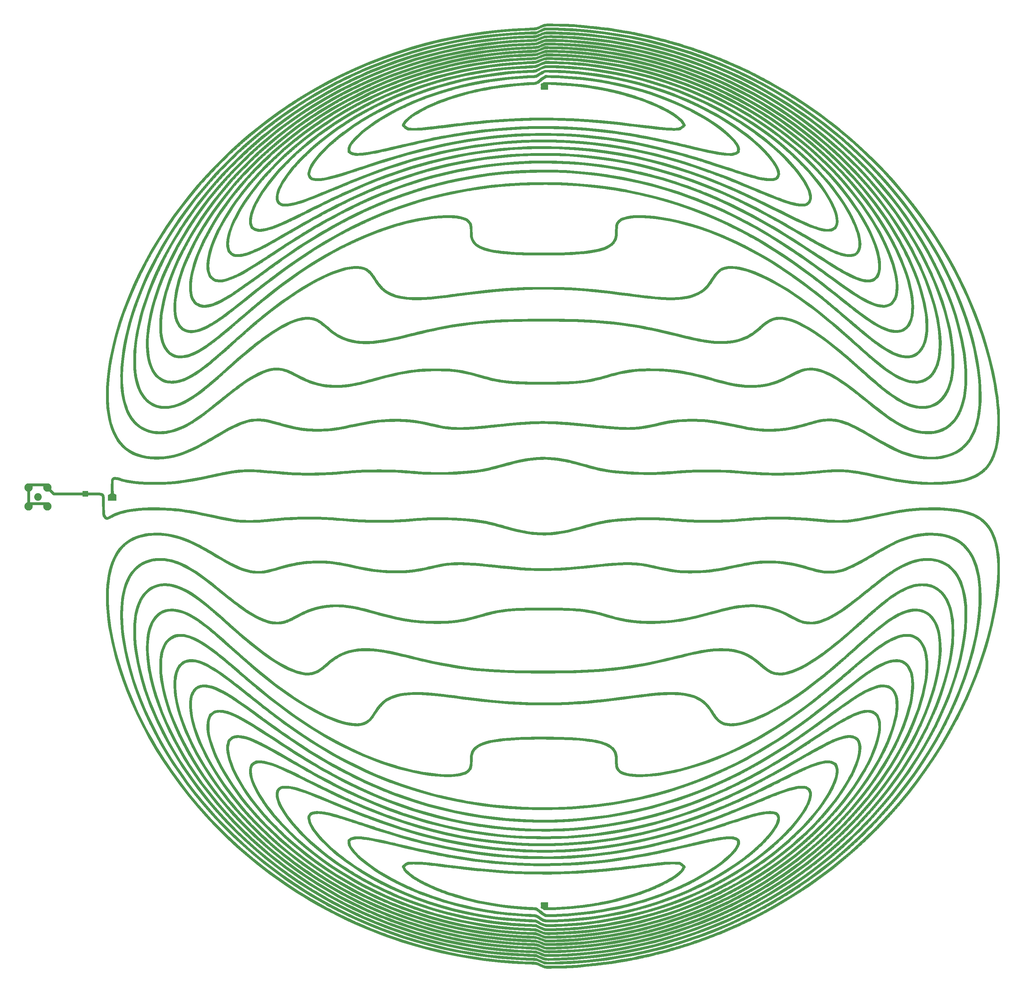
<source format=gbr>
G04 #@! TF.GenerationSoftware,KiCad,Pcbnew,(5.1.5)-3*
G04 #@! TF.CreationDate,2020-02-27T00:06:45+09:00*
G04 #@! TF.ProjectId,GradientCoil_XY,47726164-6965-46e7-9443-6f696c5f5859,rev?*
G04 #@! TF.SameCoordinates,Original*
G04 #@! TF.FileFunction,Copper,L2,Bot*
G04 #@! TF.FilePolarity,Positive*
%FSLAX46Y46*%
G04 Gerber Fmt 4.6, Leading zero omitted, Abs format (unit mm)*
G04 Created by KiCad (PCBNEW (5.1.5)-3) date 2020-02-27 00:06:45*
%MOMM*%
%LPD*%
G04 APERTURE LIST*
%ADD10C,0.010000*%
%ADD11R,1.524000X1.524000*%
%ADD12C,2.250000*%
%ADD13C,2.050000*%
%ADD14C,0.800000*%
%ADD15C,0.800000*%
G04 APERTURE END LIST*
D10*
G36*
X77941932Y-146761801D02*
G01*
X78297533Y-146768696D01*
X78578187Y-146780808D01*
X78682715Y-146788828D01*
X79184112Y-146864604D01*
X79571616Y-146988269D01*
X79854318Y-147163794D01*
X80031758Y-147378113D01*
X80065666Y-147443308D01*
X80093557Y-147518732D01*
X80116260Y-147617779D01*
X80134603Y-147753843D01*
X80149416Y-147940316D01*
X80161526Y-148190591D01*
X80171762Y-148518063D01*
X80180952Y-148936123D01*
X80189925Y-149458166D01*
X80199368Y-150087882D01*
X80209337Y-150735725D01*
X80219146Y-151266321D01*
X80229525Y-151693014D01*
X80241205Y-152029144D01*
X80254914Y-152288056D01*
X80271384Y-152483090D01*
X80291345Y-152627589D01*
X80315526Y-152734895D01*
X80344658Y-152818351D01*
X80349400Y-152829407D01*
X80497454Y-153099427D01*
X80663174Y-153290408D01*
X80826580Y-153380893D01*
X80866980Y-153385311D01*
X80972840Y-153354499D01*
X81162584Y-153271040D01*
X81407479Y-153148399D01*
X81628924Y-153028247D01*
X82343068Y-152653852D01*
X83072029Y-152327370D01*
X83837473Y-152041703D01*
X84661070Y-151789754D01*
X85564486Y-151564427D01*
X86569389Y-151358624D01*
X86921542Y-151294742D01*
X88208978Y-151101021D01*
X89600304Y-150953590D01*
X91077285Y-150852488D01*
X92621685Y-150797752D01*
X94215268Y-150789420D01*
X95839799Y-150827530D01*
X97477042Y-150912121D01*
X99108761Y-151043230D01*
X100716720Y-151220895D01*
X101058046Y-151265242D01*
X102061140Y-151406462D01*
X103071667Y-151563984D01*
X104109180Y-151741433D01*
X105193230Y-151942436D01*
X106343371Y-152170620D01*
X107579153Y-152429610D01*
X108920129Y-152723033D01*
X108932092Y-152725698D01*
X110131954Y-152989773D01*
X111219019Y-153221626D01*
X112206504Y-153423318D01*
X113107623Y-153596910D01*
X113935591Y-153744463D01*
X114703624Y-153868039D01*
X115424937Y-153969698D01*
X116112744Y-154051502D01*
X116780261Y-154115512D01*
X117440703Y-154163789D01*
X118107285Y-154198393D01*
X118459332Y-154211623D01*
X118934924Y-154222484D01*
X119432038Y-154223534D01*
X119963312Y-154214079D01*
X120541382Y-154193428D01*
X121178886Y-154160887D01*
X121888458Y-154115765D01*
X122682738Y-154057368D01*
X123574360Y-153985004D01*
X124575963Y-153897980D01*
X125184781Y-153843026D01*
X126300536Y-153742434D01*
X127303737Y-153655070D01*
X128211656Y-153580041D01*
X129041566Y-153516456D01*
X129810738Y-153463423D01*
X130536443Y-153420049D01*
X131235956Y-153385443D01*
X131926546Y-153358713D01*
X132625486Y-153338966D01*
X133350049Y-153325311D01*
X134117506Y-153316856D01*
X134945129Y-153312708D01*
X135468843Y-153311920D01*
X136469822Y-153314202D01*
X137376602Y-153322848D01*
X138218998Y-153339064D01*
X139026826Y-153364056D01*
X139829901Y-153399029D01*
X140658039Y-153445190D01*
X141541056Y-153503744D01*
X142508768Y-153575897D01*
X143043136Y-153618208D01*
X144256673Y-153714807D01*
X145354843Y-153799781D01*
X146352287Y-153873835D01*
X147263646Y-153937670D01*
X148103561Y-153991990D01*
X148886675Y-154037497D01*
X149627627Y-154074894D01*
X150341059Y-154104884D01*
X151041612Y-154128171D01*
X151743927Y-154145456D01*
X152462645Y-154157444D01*
X153212409Y-154164836D01*
X154007857Y-154168335D01*
X154513289Y-154168859D01*
X155342427Y-154167369D01*
X156098126Y-154162332D01*
X156800536Y-154152895D01*
X157469807Y-154138204D01*
X158126088Y-154117407D01*
X158789530Y-154089650D01*
X159480282Y-154054082D01*
X160218493Y-154009849D01*
X161024314Y-153956099D01*
X161917893Y-153891978D01*
X162919382Y-153816634D01*
X163023599Y-153808652D01*
X163993522Y-153734992D01*
X164848547Y-153671859D01*
X165603879Y-153618490D01*
X166274724Y-153574119D01*
X166876285Y-153537984D01*
X167423767Y-153509320D01*
X167932376Y-153487364D01*
X168417315Y-153471351D01*
X168893791Y-153460518D01*
X169377007Y-153454101D01*
X169882167Y-153451336D01*
X170140823Y-153451082D01*
X171244178Y-153460069D01*
X172395647Y-153485719D01*
X173576982Y-153526801D01*
X174769939Y-153582078D01*
X175956271Y-153650317D01*
X177117733Y-153730284D01*
X178236078Y-153820745D01*
X179293060Y-153920466D01*
X180270435Y-154028212D01*
X181149954Y-154142750D01*
X181763445Y-154237201D01*
X182307982Y-154331318D01*
X182837373Y-154429867D01*
X183366985Y-154536542D01*
X183912183Y-154655037D01*
X184488334Y-154789047D01*
X185110803Y-154942265D01*
X185794957Y-155118386D01*
X186556162Y-155321103D01*
X187409783Y-155554111D01*
X188371188Y-155821104D01*
X188488895Y-155854025D01*
X189411322Y-156109574D01*
X190228145Y-156329822D01*
X190958147Y-156519234D01*
X191620115Y-156682272D01*
X192232833Y-156823399D01*
X192815087Y-156947079D01*
X193385661Y-157057775D01*
X193963341Y-157159950D01*
X194039023Y-157172686D01*
X194657569Y-157273036D01*
X195203910Y-157353240D01*
X195705897Y-157415413D01*
X196191380Y-157461671D01*
X196688211Y-157494130D01*
X197224239Y-157514907D01*
X197827315Y-157526116D01*
X198525291Y-157529876D01*
X198740308Y-157529883D01*
X199534660Y-157523039D01*
X200281909Y-157502248D01*
X200996923Y-157465045D01*
X201694573Y-157408963D01*
X202389725Y-157331537D01*
X203097249Y-157230302D01*
X203832014Y-157102792D01*
X204608888Y-156946542D01*
X205442741Y-156759086D01*
X206348440Y-156537959D01*
X207340854Y-156280695D01*
X208434852Y-155984828D01*
X208998707Y-155828853D01*
X210089306Y-155528162D01*
X211069449Y-155264247D01*
X211953009Y-155033925D01*
X212753860Y-154834014D01*
X213485874Y-154661333D01*
X214162924Y-154512700D01*
X214798883Y-154384933D01*
X215407624Y-154274849D01*
X216003020Y-154179268D01*
X216500720Y-154108166D01*
X217607132Y-153972224D01*
X218818141Y-153848533D01*
X220108192Y-153738665D01*
X221451729Y-153644194D01*
X222823195Y-153566693D01*
X224197033Y-153507736D01*
X225547689Y-153468894D01*
X226849605Y-153451742D01*
X227175636Y-153451029D01*
X227825621Y-153453549D01*
X228444282Y-153461407D01*
X229050771Y-153475529D01*
X229664238Y-153496837D01*
X230303837Y-153526257D01*
X230988718Y-153564712D01*
X231738034Y-153613125D01*
X232570935Y-153672422D01*
X233506574Y-153743525D01*
X233934653Y-153777121D01*
X234818965Y-153846842D01*
X235592664Y-153906899D01*
X236274065Y-153958008D01*
X236881486Y-154000883D01*
X237433242Y-154036241D01*
X237947652Y-154064796D01*
X238443031Y-154087264D01*
X238937696Y-154104360D01*
X239449963Y-154116799D01*
X239998150Y-154125297D01*
X240600573Y-154130569D01*
X241275548Y-154133330D01*
X242041392Y-154134296D01*
X242916421Y-154134181D01*
X243076041Y-154134106D01*
X244033358Y-154133038D01*
X244883229Y-154130302D01*
X245644425Y-154125114D01*
X246335717Y-154116688D01*
X246975875Y-154104239D01*
X247583671Y-154086980D01*
X248177874Y-154064126D01*
X248777255Y-154034891D01*
X249400586Y-153998491D01*
X250066636Y-153954139D01*
X250794176Y-153901049D01*
X251601976Y-153838437D01*
X252508809Y-153765516D01*
X253164216Y-153711892D01*
X254514941Y-153604689D01*
X255756289Y-153514679D01*
X256908241Y-153441158D01*
X257990778Y-153383426D01*
X259023882Y-153340777D01*
X260027535Y-153312510D01*
X261021719Y-153297923D01*
X262026414Y-153296311D01*
X263061603Y-153306974D01*
X264087415Y-153327732D01*
X264887552Y-153349375D01*
X265641490Y-153374608D01*
X266369093Y-153404684D01*
X267090222Y-153440854D01*
X267824742Y-153484370D01*
X268592516Y-153536485D01*
X269413405Y-153598452D01*
X270307274Y-153671523D01*
X271293986Y-153756949D01*
X272230540Y-153841123D01*
X273263604Y-153933570D01*
X274179986Y-154011817D01*
X274992740Y-154076587D01*
X275714921Y-154128603D01*
X276359581Y-154168590D01*
X276939776Y-154197269D01*
X277468558Y-154215365D01*
X277958983Y-154223600D01*
X278424104Y-154222699D01*
X278876974Y-154213384D01*
X278923342Y-154211979D01*
X279692525Y-154179944D01*
X280447213Y-154130982D01*
X281203622Y-154062685D01*
X281977968Y-153972649D01*
X282786467Y-153858467D01*
X283645334Y-153717733D01*
X284570786Y-153548041D01*
X285579038Y-153346985D01*
X286686307Y-153112159D01*
X287411774Y-152952533D01*
X288874518Y-152630983D01*
X290224848Y-152343129D01*
X291475974Y-152086998D01*
X292641109Y-151860618D01*
X293733463Y-151662019D01*
X294766249Y-151489229D01*
X295752678Y-151340275D01*
X296705961Y-151213187D01*
X297639310Y-151105993D01*
X298565936Y-151016721D01*
X299499052Y-150943399D01*
X300451868Y-150884057D01*
X301437596Y-150836722D01*
X301646328Y-150828267D01*
X303315646Y-150788965D01*
X304951380Y-150802502D01*
X306538751Y-150867757D01*
X308062983Y-150983608D01*
X309509298Y-151148933D01*
X310862918Y-151362610D01*
X312103425Y-151622168D01*
X313372510Y-151975128D01*
X314542027Y-152405123D01*
X315614458Y-152914986D01*
X316592287Y-153507551D01*
X317477997Y-154185649D01*
X318274071Y-154952114D01*
X318982992Y-155809778D01*
X319607242Y-156761474D01*
X320149306Y-157810034D01*
X320611667Y-158958292D01*
X320996807Y-160209080D01*
X321307209Y-161565232D01*
X321431997Y-162264297D01*
X321507194Y-162736244D01*
X321569970Y-163163211D01*
X321621404Y-163563356D01*
X321662576Y-163954839D01*
X321694568Y-164355817D01*
X321718461Y-164784449D01*
X321735335Y-165258894D01*
X321746270Y-165797310D01*
X321752349Y-166417856D01*
X321754650Y-167138690D01*
X321754619Y-167685054D01*
X321752652Y-168494933D01*
X321747401Y-169197889D01*
X321737453Y-169817575D01*
X321721394Y-170377647D01*
X321697810Y-170901758D01*
X321665288Y-171413563D01*
X321622413Y-171936716D01*
X321567771Y-172494871D01*
X321499950Y-173111684D01*
X321417535Y-173810807D01*
X321360458Y-174279913D01*
X320982644Y-176943006D01*
X320496330Y-179664492D01*
X319904608Y-182434930D01*
X319210570Y-185244880D01*
X318417310Y-188084902D01*
X317527919Y-190945557D01*
X316545491Y-193817404D01*
X315473116Y-196691004D01*
X314313888Y-199556916D01*
X313070899Y-202405700D01*
X311747241Y-205227917D01*
X310346007Y-208014126D01*
X310248533Y-208200993D01*
X308375297Y-211649657D01*
X306399709Y-215024660D01*
X304318986Y-218329943D01*
X302130346Y-221569445D01*
X299831006Y-224747109D01*
X297418185Y-227866875D01*
X294889100Y-230932683D01*
X292240968Y-233948475D01*
X291486812Y-234774658D01*
X291173908Y-235109936D01*
X290784930Y-235519215D01*
X290334621Y-235987540D01*
X289837725Y-236499954D01*
X289308984Y-237041502D01*
X288763143Y-237597227D01*
X288214945Y-238152173D01*
X287679133Y-238691386D01*
X287170450Y-239199908D01*
X286703640Y-239662783D01*
X286293446Y-240065057D01*
X285954611Y-240391772D01*
X285877326Y-240465040D01*
X282908844Y-243184416D01*
X279891850Y-245785264D01*
X276818792Y-248273054D01*
X273682117Y-250653260D01*
X270474275Y-252931352D01*
X267187713Y-255112804D01*
X263814880Y-257203087D01*
X260348222Y-259207674D01*
X258942879Y-259981697D01*
X258418810Y-260262910D01*
X257814784Y-260581180D01*
X257153542Y-260924962D01*
X256457826Y-261282710D01*
X255750376Y-261642880D01*
X255053933Y-261993925D01*
X254391240Y-262324301D01*
X253785037Y-262622463D01*
X253258065Y-262876865D01*
X253000977Y-262998281D01*
X252287549Y-263328643D01*
X251528505Y-263674817D01*
X250741598Y-264029053D01*
X249944583Y-264383600D01*
X249155213Y-264730709D01*
X248391240Y-265062628D01*
X247670420Y-265371608D01*
X247010505Y-265649899D01*
X246429249Y-265889749D01*
X245944405Y-266083409D01*
X245851105Y-266119560D01*
X245455885Y-266271656D01*
X244976406Y-266456230D01*
X244450269Y-266658804D01*
X243915074Y-266864902D01*
X243408420Y-267060045D01*
X243304576Y-267100048D01*
X242788000Y-267296087D01*
X242213977Y-267508968D01*
X241625904Y-267722918D01*
X241067181Y-267922168D01*
X240581208Y-268090945D01*
X240529512Y-268108513D01*
X240121689Y-268247904D01*
X239739941Y-268380610D01*
X239407461Y-268498396D01*
X239147443Y-268593025D01*
X238983082Y-268656261D01*
X238962416Y-268664987D01*
X238793810Y-268729024D01*
X238536384Y-268815498D01*
X238227267Y-268912333D01*
X237950334Y-268994135D01*
X237562863Y-269109176D01*
X237117089Y-269247720D01*
X236677713Y-269389405D01*
X236415887Y-269477059D01*
X236044296Y-269600147D01*
X235647870Y-269725089D01*
X235279672Y-269835468D01*
X235044679Y-269901300D01*
X234606450Y-270019788D01*
X234133289Y-270150789D01*
X233649543Y-270287274D01*
X233179561Y-270422212D01*
X232747692Y-270548576D01*
X232378284Y-270659335D01*
X232095685Y-270747460D01*
X231975784Y-270787287D01*
X231746511Y-270857872D01*
X231434966Y-270941708D01*
X231087021Y-271026892D01*
X230833111Y-271083791D01*
X230448943Y-271169794D01*
X230002242Y-271275762D01*
X229556226Y-271386443D01*
X229266015Y-271461822D01*
X228670578Y-271619941D01*
X228181490Y-271748284D01*
X227779153Y-271851592D01*
X227443968Y-271934604D01*
X227156338Y-272002059D01*
X226896665Y-272058696D01*
X226645349Y-272109257D01*
X226393008Y-272156613D01*
X226039949Y-272224661D01*
X225610526Y-272312751D01*
X225155305Y-272410241D01*
X224724857Y-272506485D01*
X224662674Y-272520823D01*
X224075800Y-272653913D01*
X223511555Y-272775240D01*
X222943123Y-272889918D01*
X222343688Y-273003066D01*
X221686435Y-273119799D01*
X220944547Y-273245233D01*
X220385810Y-273336848D01*
X219865089Y-273422514D01*
X219323359Y-273513592D01*
X218793918Y-273604347D01*
X218310068Y-273689042D01*
X217905107Y-273761940D01*
X217741337Y-273792415D01*
X217322068Y-273867111D01*
X216874218Y-273939265D01*
X216447307Y-274001341D01*
X216090854Y-274045803D01*
X216043650Y-274050781D01*
X215771818Y-274079310D01*
X215398793Y-274119661D01*
X214953115Y-274168682D01*
X214463319Y-274223222D01*
X213957946Y-274280130D01*
X213660360Y-274313957D01*
X213124159Y-274373981D01*
X212553975Y-274435786D01*
X211986836Y-274495498D01*
X211459769Y-274549243D01*
X211009802Y-274593146D01*
X210852648Y-274607725D01*
X210474664Y-274643029D01*
X210138003Y-274676320D01*
X209865886Y-274705155D01*
X209681532Y-274727091D01*
X209612031Y-274738247D01*
X209492140Y-274758806D01*
X209263902Y-274787180D01*
X208949186Y-274821312D01*
X208569861Y-274859144D01*
X208147796Y-274898617D01*
X207704863Y-274937672D01*
X207262930Y-274974253D01*
X206843867Y-275006300D01*
X206543136Y-275027072D01*
X206184061Y-275047174D01*
X205727567Y-275067824D01*
X205206816Y-275087805D01*
X204654969Y-275105901D01*
X204105187Y-275120895D01*
X203800720Y-275127683D01*
X203236490Y-275139144D01*
X202622585Y-275151730D01*
X201999694Y-275164601D01*
X201408506Y-275176914D01*
X200889713Y-275187827D01*
X200699177Y-275191875D01*
X200186458Y-275200339D01*
X199785378Y-275200742D01*
X199477193Y-275192394D01*
X199243159Y-275174603D01*
X199064532Y-275146677D01*
X198990840Y-275128891D01*
X198795644Y-275064414D01*
X198520549Y-274959088D01*
X198203635Y-274828059D01*
X197913462Y-274700372D01*
X197572991Y-274545931D01*
X197290956Y-274422089D01*
X197046814Y-274324910D01*
X196820023Y-274250459D01*
X196590039Y-274194800D01*
X196336319Y-274153998D01*
X196038320Y-274124118D01*
X195675500Y-274101225D01*
X195227314Y-274081381D01*
X194673220Y-274060654D01*
X194550637Y-274056157D01*
X190559318Y-273851739D01*
X186626496Y-273533430D01*
X182744259Y-273099785D01*
X178904695Y-272549356D01*
X175099893Y-271880700D01*
X171321940Y-271092370D01*
X167562925Y-270182919D01*
X163814935Y-269150904D01*
X160070060Y-267994877D01*
X158469886Y-267463077D01*
X156971776Y-266944218D01*
X155500915Y-266412906D01*
X154035951Y-265860669D01*
X152555533Y-265279032D01*
X151038310Y-264659521D01*
X149462930Y-263993663D01*
X147808043Y-263272983D01*
X146928226Y-262882342D01*
X146590643Y-262727679D01*
X146154228Y-262521688D01*
X145636199Y-262272935D01*
X145053771Y-261989984D01*
X144424159Y-261681401D01*
X143764579Y-261355753D01*
X143092248Y-261021604D01*
X142424381Y-260687520D01*
X141778193Y-260362066D01*
X141170902Y-260053808D01*
X140619721Y-259771312D01*
X140141868Y-259523144D01*
X139754557Y-259317867D01*
X139647763Y-259260025D01*
X137597830Y-258122443D01*
X135647734Y-256999802D01*
X133770578Y-255875546D01*
X131939462Y-254733115D01*
X130127489Y-253555952D01*
X128307762Y-252327499D01*
X127672453Y-251888205D01*
X124556634Y-249645788D01*
X121516211Y-247306234D01*
X118554586Y-244873399D01*
X115675159Y-242351136D01*
X112881333Y-239743300D01*
X110176509Y-237053746D01*
X107564089Y-234286327D01*
X105047474Y-231444899D01*
X102630067Y-228533316D01*
X100315268Y-225555432D01*
X98106480Y-222515102D01*
X96007104Y-219416180D01*
X94020542Y-216262520D01*
X92150196Y-213057977D01*
X90399466Y-209806406D01*
X90212076Y-209441610D01*
X88721525Y-206413956D01*
X87356135Y-203406016D01*
X86113237Y-200410785D01*
X84990162Y-197421259D01*
X83984242Y-194430434D01*
X83092808Y-191431307D01*
X82513792Y-189236563D01*
X82014009Y-187100337D01*
X81587892Y-184990394D01*
X81236055Y-182914907D01*
X80959114Y-180882051D01*
X80757682Y-178899999D01*
X80632375Y-176976925D01*
X80583807Y-175121002D01*
X80612592Y-173340405D01*
X80719346Y-171643308D01*
X80904683Y-170037884D01*
X81016865Y-169330290D01*
X81288777Y-167997975D01*
X81631175Y-166724832D01*
X82039226Y-165523910D01*
X82508100Y-164408257D01*
X83032963Y-163390921D01*
X83485810Y-162662674D01*
X84197158Y-161715638D01*
X84980200Y-160870978D01*
X85838492Y-160126573D01*
X86775589Y-159480303D01*
X87795046Y-158930047D01*
X88900418Y-158473683D01*
X90095261Y-158109091D01*
X91383130Y-157834150D01*
X91655476Y-157789215D01*
X92031439Y-157743121D01*
X92507519Y-157704653D01*
X93053422Y-157674524D01*
X93638857Y-157653445D01*
X94233531Y-157642128D01*
X94807152Y-157641284D01*
X95329429Y-157651626D01*
X95770068Y-157673864D01*
X95939742Y-157688565D01*
X97308783Y-157869311D01*
X98655406Y-158129505D01*
X99996206Y-158474320D01*
X101347776Y-158908930D01*
X102726710Y-159438507D01*
X104149601Y-160068226D01*
X105171671Y-160566840D01*
X105549141Y-160758844D01*
X105907349Y-160944333D01*
X106260904Y-161131480D01*
X106624415Y-161328456D01*
X107012489Y-161543433D01*
X107439734Y-161784583D01*
X107920760Y-162060078D01*
X108470175Y-162378091D01*
X109102587Y-162746793D01*
X109826987Y-163171062D01*
X110619767Y-163635255D01*
X111313995Y-164039727D01*
X111923062Y-164392008D01*
X112460358Y-164699632D01*
X112939273Y-164970129D01*
X113373196Y-165211032D01*
X113775519Y-165429873D01*
X114159632Y-165634184D01*
X114538924Y-165831497D01*
X114737481Y-165933215D01*
X115838539Y-166469169D01*
X116864910Y-166914211D01*
X117831102Y-167272813D01*
X118751625Y-167549448D01*
X119640986Y-167748587D01*
X120513696Y-167874702D01*
X121201748Y-167925680D01*
X121759688Y-167936315D01*
X122319233Y-167916934D01*
X122896927Y-167864686D01*
X123509314Y-167776719D01*
X124172940Y-167650183D01*
X124904347Y-167482224D01*
X125720081Y-167269992D01*
X126636686Y-167010636D01*
X126816076Y-166958016D01*
X128052163Y-166601767D01*
X129185918Y-166293249D01*
X130235288Y-166029340D01*
X131218223Y-165806919D01*
X132152674Y-165622864D01*
X133056591Y-165474053D01*
X133947922Y-165357365D01*
X134844618Y-165269679D01*
X135764629Y-165207872D01*
X136725904Y-165168824D01*
X137166530Y-165158050D01*
X138099071Y-165148881D01*
X138989378Y-165161333D01*
X139856570Y-165197572D01*
X140719769Y-165259767D01*
X141598095Y-165350086D01*
X142510667Y-165470696D01*
X143476606Y-165623766D01*
X144515033Y-165811465D01*
X145645067Y-166035959D01*
X146503805Y-166216796D01*
X147799132Y-166491458D01*
X148981932Y-166734323D01*
X150065882Y-166947163D01*
X151064658Y-167131749D01*
X151991937Y-167289852D01*
X152861396Y-167423243D01*
X153686711Y-167533692D01*
X154481558Y-167622971D01*
X155259614Y-167692850D01*
X156034557Y-167745100D01*
X156820061Y-167781492D01*
X157629805Y-167803797D01*
X158477465Y-167813786D01*
X158844679Y-167814734D01*
X159919786Y-167805559D01*
X160917662Y-167775551D01*
X161863079Y-167721688D01*
X162780809Y-167640949D01*
X163695627Y-167530312D01*
X164632304Y-167386754D01*
X165615614Y-167207254D01*
X166670329Y-166988790D01*
X167821224Y-166728340D01*
X167897880Y-166710372D01*
X168813715Y-166498243D01*
X169622952Y-166317883D01*
X170344810Y-166166070D01*
X170998507Y-166039586D01*
X171603263Y-165935211D01*
X172178297Y-165849724D01*
X172742827Y-165779907D01*
X173316073Y-165722539D01*
X173917253Y-165674401D01*
X174195586Y-165655313D01*
X174707441Y-165626499D01*
X175229653Y-165607301D01*
X175771573Y-165598247D01*
X176342546Y-165599862D01*
X176951920Y-165612672D01*
X177609044Y-165637202D01*
X178323265Y-165673978D01*
X179103931Y-165723527D01*
X179960389Y-165786374D01*
X180901986Y-165863045D01*
X181938072Y-165954065D01*
X183077992Y-166059962D01*
X184331096Y-166181259D01*
X185354704Y-166283045D01*
X186641561Y-166411990D01*
X187808210Y-166528186D01*
X188864343Y-166632293D01*
X189819653Y-166724971D01*
X190683833Y-166806881D01*
X191466576Y-166878684D01*
X192177573Y-166941039D01*
X192826518Y-166994607D01*
X193423103Y-167040048D01*
X193977022Y-167078023D01*
X194497966Y-167109192D01*
X194995629Y-167134215D01*
X195479702Y-167153753D01*
X195959880Y-167168466D01*
X196445854Y-167179014D01*
X196947317Y-167186057D01*
X197473962Y-167190257D01*
X198035481Y-167192273D01*
X198641567Y-167192766D01*
X198707661Y-167192756D01*
X199387412Y-167191518D01*
X200023904Y-167187616D01*
X200627954Y-167180319D01*
X201210380Y-167168896D01*
X201781997Y-167152617D01*
X202353624Y-167130750D01*
X202936077Y-167102564D01*
X203540172Y-167067329D01*
X204176728Y-167024313D01*
X204856560Y-166972786D01*
X205590487Y-166912017D01*
X206389324Y-166841275D01*
X207263889Y-166759829D01*
X208224998Y-166666947D01*
X209283470Y-166561900D01*
X210450120Y-166443957D01*
X211734139Y-166312553D01*
X213094084Y-166174690D01*
X214334108Y-166053262D01*
X215463770Y-165947704D01*
X216492629Y-165857450D01*
X217430245Y-165781934D01*
X218286176Y-165720590D01*
X219069981Y-165672854D01*
X219791220Y-165638159D01*
X220459451Y-165615940D01*
X221084234Y-165605631D01*
X221675127Y-165606667D01*
X222241689Y-165618482D01*
X222793481Y-165640511D01*
X222952789Y-165648766D01*
X223648487Y-165692662D01*
X224306071Y-165748072D01*
X224947019Y-165818413D01*
X225592809Y-165907103D01*
X226264919Y-166017558D01*
X226984827Y-166153196D01*
X227774011Y-166317433D01*
X228653950Y-166513687D01*
X229233368Y-166647985D01*
X230383693Y-166910484D01*
X231432236Y-167133274D01*
X232400714Y-167319095D01*
X233310843Y-167470690D01*
X234184340Y-167590802D01*
X235042921Y-167682172D01*
X235908303Y-167747544D01*
X236802202Y-167789658D01*
X237746334Y-167811257D01*
X238480557Y-167815646D01*
X239429175Y-167809093D01*
X240329845Y-167788126D01*
X241198674Y-167750779D01*
X242051766Y-167695086D01*
X242905229Y-167619082D01*
X243775169Y-167520800D01*
X244677692Y-167398277D01*
X245628904Y-167249544D01*
X246644912Y-167072639D01*
X247741821Y-166865594D01*
X248935738Y-166626444D01*
X249942068Y-166416911D01*
X251077944Y-166179865D01*
X252100927Y-165972734D01*
X253024794Y-165793670D01*
X253863322Y-165640824D01*
X254630288Y-165512349D01*
X255339469Y-165406397D01*
X256004641Y-165321120D01*
X256639582Y-165254670D01*
X257258068Y-165205199D01*
X257873877Y-165170859D01*
X258500785Y-165149802D01*
X259152570Y-165140180D01*
X259468516Y-165139083D01*
X260722894Y-165157918D01*
X261930093Y-165217647D01*
X263112048Y-165321676D01*
X264290696Y-165473407D01*
X265487973Y-165676248D01*
X266725815Y-165933603D01*
X268026159Y-166248876D01*
X269410940Y-166625473D01*
X269838564Y-166748716D01*
X270680289Y-166992517D01*
X271411961Y-167200059D01*
X272048125Y-167374194D01*
X272603325Y-167517770D01*
X273092106Y-167633640D01*
X273529013Y-167724653D01*
X273928589Y-167793659D01*
X274305381Y-167843510D01*
X274673932Y-167877054D01*
X275048787Y-167897144D01*
X275444491Y-167906629D01*
X275756504Y-167908495D01*
X276236055Y-167906486D01*
X276615412Y-167898405D01*
X276924920Y-167881944D01*
X277194922Y-167854796D01*
X277455762Y-167814654D01*
X277737783Y-167759209D01*
X277748021Y-167757045D01*
X278277661Y-167637031D01*
X278799332Y-167501416D01*
X279321654Y-167346099D01*
X279853249Y-167166979D01*
X280402738Y-166959954D01*
X280978741Y-166720924D01*
X281589880Y-166445787D01*
X282244776Y-166130442D01*
X282952050Y-165770789D01*
X283720322Y-165362726D01*
X284558215Y-164902152D01*
X285474348Y-164384967D01*
X286477343Y-163807068D01*
X287575821Y-163164355D01*
X288293265Y-162740616D01*
X289804300Y-161866668D01*
X291234452Y-161084437D01*
X292592663Y-160390846D01*
X293887873Y-159782819D01*
X295129025Y-159257279D01*
X296325059Y-158811150D01*
X297484917Y-158441356D01*
X298617540Y-158144820D01*
X299731868Y-157918465D01*
X300836845Y-157759216D01*
X301941410Y-157663996D01*
X303054505Y-157629728D01*
X303148021Y-157629527D01*
X304528472Y-157678255D01*
X305848141Y-157823291D01*
X307100259Y-158062914D01*
X308278059Y-158395404D01*
X309374773Y-158819039D01*
X310383633Y-159332099D01*
X310769736Y-159567540D01*
X311712259Y-160249105D01*
X312574628Y-161031947D01*
X313356969Y-161916342D01*
X314059406Y-162902566D01*
X314682063Y-163990896D01*
X315225066Y-165181608D01*
X315688538Y-166474977D01*
X316072606Y-167871282D01*
X316377392Y-169370797D01*
X316603023Y-170973800D01*
X316749623Y-172680567D01*
X316759178Y-172843409D01*
X316816167Y-174697021D01*
X316783778Y-176636713D01*
X316663193Y-178654475D01*
X316455597Y-180742299D01*
X316162174Y-182892177D01*
X315784108Y-185096099D01*
X315322581Y-187346057D01*
X314778779Y-189634044D01*
X314153885Y-191952049D01*
X313714943Y-193437806D01*
X312674182Y-196631126D01*
X311504208Y-199820658D01*
X310206397Y-203003240D01*
X308782126Y-206175710D01*
X307232772Y-209334907D01*
X305559710Y-212477670D01*
X304955360Y-213555234D01*
X303031559Y-216809809D01*
X300991568Y-220007618D01*
X298838428Y-223145167D01*
X296575180Y-226218961D01*
X294204866Y-229225506D01*
X291730526Y-232161308D01*
X289155203Y-235022873D01*
X286481938Y-237806707D01*
X283713771Y-240509314D01*
X280853745Y-243127202D01*
X277904900Y-245656875D01*
X274940308Y-248040373D01*
X273271043Y-249318643D01*
X271627859Y-250532894D01*
X269965619Y-251715673D01*
X268239182Y-252899524D01*
X267692494Y-253266086D01*
X267150956Y-253626639D01*
X266656276Y-253953984D01*
X266194838Y-254256589D01*
X265753022Y-254542921D01*
X265317212Y-254821446D01*
X264873788Y-255100631D01*
X264409134Y-255388942D01*
X263909630Y-255694847D01*
X263361660Y-256026812D01*
X262751605Y-256393303D01*
X262065847Y-256802787D01*
X261290768Y-257263732D01*
X260673213Y-257630181D01*
X260414368Y-257780314D01*
X260060725Y-257980530D01*
X259632769Y-258219564D01*
X259150988Y-258486153D01*
X258635869Y-258769034D01*
X258107899Y-259056942D01*
X257587564Y-259338616D01*
X257095352Y-259602790D01*
X256788123Y-259766178D01*
X253279005Y-261550501D01*
X249705280Y-263223053D01*
X246072395Y-264782273D01*
X242385799Y-266226601D01*
X238650938Y-267554475D01*
X234873262Y-268764335D01*
X231058217Y-269854620D01*
X227211252Y-270823770D01*
X223337815Y-271670224D01*
X219443353Y-272392420D01*
X215533313Y-272988799D01*
X211613145Y-273457800D01*
X207849049Y-273786487D01*
X206637504Y-273869195D01*
X205529196Y-273936329D01*
X204497837Y-273988990D01*
X203517143Y-274028278D01*
X202560828Y-274055293D01*
X201602604Y-274071134D01*
X200927712Y-274076121D01*
X198870900Y-274084283D01*
X197956761Y-273648680D01*
X197617840Y-273490872D01*
X197299154Y-273349180D01*
X197028885Y-273235657D01*
X196835214Y-273162358D01*
X196781440Y-273145934D01*
X196650032Y-273126414D01*
X196407212Y-273104292D01*
X196072102Y-273080761D01*
X195663828Y-273057013D01*
X195201512Y-273034240D01*
X194704278Y-273013634D01*
X194594036Y-273009579D01*
X193149323Y-272952189D01*
X191800756Y-272886427D01*
X190514021Y-272809762D01*
X189254803Y-272719659D01*
X187988787Y-272613588D01*
X186681660Y-272489015D01*
X185299105Y-272343408D01*
X184767044Y-272284310D01*
X183992237Y-272195656D01*
X183281454Y-272110657D01*
X182610387Y-272025855D01*
X181954730Y-271937793D01*
X181290177Y-271843011D01*
X180592420Y-271738051D01*
X179837153Y-271619455D01*
X179000070Y-271483764D01*
X178139537Y-271341313D01*
X174523742Y-270677288D01*
X170897747Y-269890744D01*
X167273381Y-268985634D01*
X163662476Y-267965913D01*
X160076865Y-266835534D01*
X156528376Y-265598452D01*
X153028843Y-264258620D01*
X149590096Y-262819992D01*
X146223967Y-261286523D01*
X142942286Y-259662167D01*
X142488123Y-259426613D01*
X142017664Y-259181117D01*
X141631686Y-258979248D01*
X141306942Y-258808459D01*
X141020187Y-258656207D01*
X140748174Y-258509945D01*
X140467657Y-258357131D01*
X140155390Y-258185217D01*
X139788127Y-257981660D01*
X139342621Y-257733914D01*
X139060103Y-257576658D01*
X135752485Y-255662894D01*
X132504998Y-253638529D01*
X129322385Y-251507593D01*
X126209388Y-249274115D01*
X123170749Y-246942128D01*
X120211211Y-244515661D01*
X117335517Y-241998744D01*
X114548409Y-239395407D01*
X111854629Y-236709682D01*
X109258920Y-233945598D01*
X106766024Y-231107186D01*
X104380684Y-228198476D01*
X104155442Y-227913043D01*
X102180336Y-225323354D01*
X100295078Y-222693074D01*
X98502099Y-220027513D01*
X96803828Y-217331983D01*
X95202694Y-214611794D01*
X93701125Y-211872259D01*
X92301553Y-209118687D01*
X91006404Y-206356391D01*
X89818110Y-203590681D01*
X88739100Y-200826868D01*
X87771801Y-198070263D01*
X86918645Y-195326178D01*
X86182059Y-192599923D01*
X85564474Y-189896810D01*
X85068319Y-187222150D01*
X84835501Y-185674000D01*
X84683602Y-184407429D01*
X84567984Y-183100840D01*
X84489007Y-181777244D01*
X84447031Y-180459654D01*
X84442416Y-179171081D01*
X84475523Y-177934539D01*
X84546712Y-176773038D01*
X84656344Y-175709592D01*
X84677052Y-175553178D01*
X84917794Y-174122034D01*
X85235806Y-172778282D01*
X85629439Y-171525602D01*
X86097042Y-170367670D01*
X86636963Y-169308166D01*
X87247552Y-168350767D01*
X87927158Y-167499154D01*
X88591328Y-166830808D01*
X89424007Y-166165874D01*
X90333627Y-165602308D01*
X91307678Y-165146329D01*
X92333652Y-164804159D01*
X92961388Y-164657562D01*
X94083188Y-164494462D01*
X95218913Y-164447054D01*
X96380857Y-164515785D01*
X97581316Y-164701102D01*
X98250334Y-164849912D01*
X98576909Y-164930883D01*
X98839945Y-164999824D01*
X99071798Y-165067137D01*
X99304824Y-165143227D01*
X99571379Y-165238497D01*
X99903818Y-165363351D01*
X100203616Y-165477973D01*
X100952977Y-165784319D01*
X101714903Y-166134775D01*
X102497022Y-166534313D01*
X103306961Y-166987910D01*
X104152347Y-167500537D01*
X105040808Y-168077171D01*
X105979970Y-168722784D01*
X106977463Y-169442350D01*
X108040912Y-170240844D01*
X109177945Y-171123240D01*
X110396190Y-172094512D01*
X110591208Y-172252065D01*
X111694445Y-173142412D01*
X112705987Y-173953443D01*
X113633340Y-174690767D01*
X114484015Y-175359993D01*
X115265520Y-175966731D01*
X115985364Y-176516591D01*
X116651056Y-177015182D01*
X117270104Y-177468113D01*
X117850018Y-177880994D01*
X118398306Y-178259434D01*
X118922477Y-178609044D01*
X119430039Y-178935432D01*
X119928502Y-179244208D01*
X120046094Y-179315400D01*
X121175046Y-179962243D01*
X122239947Y-180501366D01*
X123247902Y-180934553D01*
X124206014Y-181263590D01*
X125121388Y-181490260D01*
X126001127Y-181616347D01*
X126852337Y-181643635D01*
X127682121Y-181573909D01*
X128440535Y-181423634D01*
X128756656Y-181337075D01*
X129074350Y-181235142D01*
X129409099Y-181110999D01*
X129776385Y-180957810D01*
X130191691Y-180768739D01*
X130670497Y-180536952D01*
X131228286Y-180255611D01*
X131880540Y-179917882D01*
X132040823Y-179833987D01*
X132912792Y-179384530D01*
X133690382Y-179000513D01*
X134388072Y-178675238D01*
X135020342Y-178402005D01*
X135601671Y-178174117D01*
X135730026Y-178127292D01*
X137153262Y-177680822D01*
X138637853Y-177340227D01*
X140164808Y-177108437D01*
X141715135Y-176988378D01*
X143173727Y-176979925D01*
X143836642Y-177005114D01*
X144474588Y-177042275D01*
X145100190Y-177093764D01*
X145726070Y-177161931D01*
X146364849Y-177249129D01*
X147029152Y-177357711D01*
X147731599Y-177490029D01*
X148484814Y-177648436D01*
X149301420Y-177835284D01*
X150194039Y-178052926D01*
X151175292Y-178303714D01*
X152257804Y-178590001D01*
X153244106Y-178856775D01*
X154556750Y-179211257D01*
X155759025Y-179528155D01*
X156864760Y-179810238D01*
X157887787Y-180060276D01*
X158841935Y-180281036D01*
X159741034Y-180475290D01*
X160598916Y-180645806D01*
X161429411Y-180795353D01*
X162246348Y-180926702D01*
X163063559Y-181042620D01*
X163894873Y-181145878D01*
X164754122Y-181239245D01*
X165504833Y-181311802D01*
X166003298Y-181348928D01*
X166604671Y-181379402D01*
X167288089Y-181403226D01*
X168032691Y-181420400D01*
X168817615Y-181430927D01*
X169622001Y-181434807D01*
X170424986Y-181432043D01*
X171205708Y-181422635D01*
X171943308Y-181406585D01*
X172616921Y-181383894D01*
X173205688Y-181354565D01*
X173688747Y-181318598D01*
X173764730Y-181311230D01*
X174513551Y-181230538D01*
X175214984Y-181143836D01*
X175886836Y-181047381D01*
X176546917Y-180937428D01*
X177213037Y-180810236D01*
X177903003Y-180662060D01*
X178634625Y-180489158D01*
X179425711Y-180287786D01*
X180294072Y-180054201D01*
X181257515Y-179784661D01*
X181894036Y-179602563D01*
X183124333Y-179259622D01*
X184263814Y-178967549D01*
X185339751Y-178721452D01*
X186379416Y-178516439D01*
X187410081Y-178347618D01*
X188459018Y-178210096D01*
X189553500Y-178098981D01*
X190720797Y-178009381D01*
X190806889Y-178003726D01*
X191455560Y-177967453D01*
X192217465Y-177935003D01*
X193075296Y-177906589D01*
X194011745Y-177882424D01*
X195009504Y-177862721D01*
X196051267Y-177847692D01*
X197119726Y-177837549D01*
X198197572Y-177832506D01*
X199267498Y-177832775D01*
X200312196Y-177838569D01*
X201314360Y-177850100D01*
X202124997Y-177864682D01*
X203305551Y-177892345D01*
X204368560Y-177922743D01*
X205327055Y-177956837D01*
X206194069Y-177995592D01*
X206982636Y-178039971D01*
X207705787Y-178090938D01*
X208376557Y-178149456D01*
X209007977Y-178216488D01*
X209613082Y-178292999D01*
X210204903Y-178379951D01*
X210796473Y-178478309D01*
X211058304Y-178525130D01*
X211376212Y-178585477D01*
X211748778Y-178660026D01*
X212155107Y-178744185D01*
X212574306Y-178833360D01*
X212985480Y-178922955D01*
X213367738Y-179008378D01*
X213700184Y-179085035D01*
X213961925Y-179148331D01*
X214132068Y-179193673D01*
X214186761Y-179212992D01*
X214260702Y-179238089D01*
X214442401Y-179293173D01*
X214713837Y-179373117D01*
X215056987Y-179472791D01*
X215453828Y-179587068D01*
X215886339Y-179710817D01*
X216336496Y-179838910D01*
X216786278Y-179966219D01*
X217217662Y-180087614D01*
X217612626Y-180197967D01*
X217953148Y-180292149D01*
X218221204Y-180365032D01*
X218394293Y-180410365D01*
X219600821Y-180692891D01*
X220783449Y-180927114D01*
X221963710Y-181115222D01*
X223163137Y-181259399D01*
X224403263Y-181361833D01*
X225705622Y-181424710D01*
X227091746Y-181450214D01*
X228547763Y-181441130D01*
X229637886Y-181415535D01*
X230677107Y-181374592D01*
X231678816Y-181316094D01*
X232656404Y-181237834D01*
X233623261Y-181137603D01*
X234592777Y-181013195D01*
X235578343Y-180862402D01*
X236593350Y-180683017D01*
X237651187Y-180472833D01*
X238765245Y-180229642D01*
X239948915Y-179951236D01*
X241215586Y-179635409D01*
X242578650Y-179279954D01*
X244026328Y-178889542D01*
X245096741Y-178599144D01*
X246055507Y-178344025D01*
X246915851Y-178121230D01*
X247690994Y-177927802D01*
X248394159Y-177760788D01*
X249038570Y-177617230D01*
X249637448Y-177494173D01*
X250204018Y-177388663D01*
X250751500Y-177297742D01*
X251293120Y-177218457D01*
X251790234Y-177154147D01*
X253507325Y-177002959D01*
X255185304Y-176973214D01*
X256821759Y-177064729D01*
X258414280Y-177277316D01*
X259960454Y-177610789D01*
X260803805Y-177849847D01*
X261521595Y-178087402D01*
X262251783Y-178362424D01*
X263012390Y-178682927D01*
X263821434Y-179056923D01*
X264696937Y-179492424D01*
X265656919Y-179997444D01*
X265766272Y-180056408D01*
X266268006Y-180318656D01*
X266795708Y-180578809D01*
X267320159Y-180823528D01*
X267812143Y-181039471D01*
X268242442Y-181213300D01*
X268508689Y-181308528D01*
X269269401Y-181504515D01*
X270084763Y-181617848D01*
X270903158Y-181641777D01*
X271022571Y-181637258D01*
X271760235Y-181570303D01*
X272515762Y-181436206D01*
X273295652Y-181231757D01*
X274106406Y-180953747D01*
X274954526Y-180598964D01*
X275846512Y-180164198D01*
X276788867Y-179646239D01*
X277788092Y-179041878D01*
X278850687Y-178347903D01*
X279983154Y-177561104D01*
X281191995Y-176678272D01*
X281437224Y-176494617D01*
X281703615Y-176294175D01*
X281945549Y-176111515D01*
X282172857Y-175938881D01*
X282395371Y-175768519D01*
X282622921Y-175592673D01*
X282865338Y-175403588D01*
X283132454Y-175193507D01*
X283434100Y-174954677D01*
X283780108Y-174679341D01*
X284180308Y-174359743D01*
X284644531Y-173988130D01*
X285182609Y-173556745D01*
X285804373Y-173057832D01*
X286399692Y-172579946D01*
X287294205Y-171863826D01*
X288099207Y-171224037D01*
X288825140Y-170652866D01*
X289482450Y-170142601D01*
X290081578Y-169685532D01*
X290632969Y-169273945D01*
X291147065Y-168900130D01*
X291634311Y-168556374D01*
X292105150Y-168234966D01*
X292570026Y-167928194D01*
X293039381Y-167628345D01*
X293456764Y-167368786D01*
X294835137Y-166574339D01*
X296182194Y-165905675D01*
X297497660Y-165362877D01*
X298781262Y-164946026D01*
X300032723Y-164655206D01*
X301251769Y-164490497D01*
X302438125Y-164451984D01*
X303074397Y-164484444D01*
X304239652Y-164634566D01*
X305327903Y-164889543D01*
X306341756Y-165250710D01*
X307283816Y-165719403D01*
X308156691Y-166296956D01*
X308962986Y-166984707D01*
X309705308Y-167783989D01*
X309842549Y-167952607D01*
X310443776Y-168787216D01*
X310978034Y-169700483D01*
X311447358Y-170698400D01*
X311853783Y-171786956D01*
X312199345Y-172972141D01*
X312486078Y-174259945D01*
X312716018Y-175656358D01*
X312857423Y-176826442D01*
X312888404Y-177222860D01*
X312911972Y-177727006D01*
X312928257Y-178316236D01*
X312937391Y-178967904D01*
X312939503Y-179659366D01*
X312934723Y-180367976D01*
X312923182Y-181071091D01*
X312905011Y-181746064D01*
X312880339Y-182370252D01*
X312849297Y-182921009D01*
X312820225Y-183290710D01*
X312511435Y-185958105D01*
X312075283Y-188654215D01*
X311511791Y-191378977D01*
X310820977Y-194132325D01*
X310002860Y-196914197D01*
X309057461Y-199724528D01*
X307984799Y-202563253D01*
X306784894Y-205430309D01*
X305457765Y-208325632D01*
X304673002Y-209931327D01*
X303011248Y-213114302D01*
X301228328Y-216252193D01*
X299326800Y-219341704D01*
X297309224Y-222379541D01*
X295178156Y-225362406D01*
X292936157Y-228287005D01*
X290585783Y-231150043D01*
X288129595Y-233948223D01*
X285570149Y-236678251D01*
X282910006Y-239336831D01*
X280151723Y-241920667D01*
X279119229Y-242846073D01*
X276147821Y-245390811D01*
X273094218Y-247834268D01*
X269959780Y-250175529D01*
X266745866Y-252413675D01*
X263453835Y-254547790D01*
X260085046Y-256576958D01*
X256640859Y-258500261D01*
X253490694Y-260133488D01*
X252855561Y-260450705D01*
X252313888Y-260720046D01*
X251842605Y-260952584D01*
X251418641Y-261159391D01*
X251018928Y-261351540D01*
X250620394Y-261540103D01*
X250199971Y-261736152D01*
X249734587Y-261950761D01*
X249201174Y-262195002D01*
X249083239Y-262248864D01*
X245701382Y-263724763D01*
X242241023Y-265101427D01*
X238711184Y-266376543D01*
X235120882Y-267547801D01*
X231479138Y-268612889D01*
X227794971Y-269569495D01*
X224077400Y-270415308D01*
X220335447Y-271148016D01*
X216578129Y-271765307D01*
X212814466Y-272264869D01*
X209053479Y-272644392D01*
X208273470Y-272707952D01*
X207405089Y-272771401D01*
X206473217Y-272831565D01*
X205501720Y-272887381D01*
X204514462Y-272937787D01*
X203535309Y-272981719D01*
X202588124Y-273018116D01*
X201696774Y-273045915D01*
X200885121Y-273064053D01*
X200177032Y-273071467D01*
X200106629Y-273071583D01*
X199700069Y-273068079D01*
X199365816Y-273052201D01*
X199074030Y-273016749D01*
X198794872Y-272954524D01*
X198498502Y-272858328D01*
X198155081Y-272720961D01*
X197734767Y-272535224D01*
X197567229Y-272458947D01*
X197261279Y-272327440D01*
X196960344Y-272212382D01*
X196706796Y-272129308D01*
X196587794Y-272099879D01*
X196440363Y-272082082D01*
X196181673Y-272061420D01*
X195830995Y-272038995D01*
X195407601Y-272015911D01*
X194930763Y-271993269D01*
X194419753Y-271972171D01*
X194234910Y-271965302D01*
X190307255Y-271758554D01*
X186386766Y-271422320D01*
X182478095Y-270957553D01*
X178585892Y-270365210D01*
X174714810Y-269646244D01*
X170869498Y-268801609D01*
X167054608Y-267832260D01*
X163274791Y-266739151D01*
X159534699Y-265523237D01*
X155838982Y-264185471D01*
X155286067Y-263973323D01*
X151748473Y-262540469D01*
X148260902Y-260996997D01*
X144835475Y-259348686D01*
X141484315Y-257601315D01*
X138962159Y-256191971D01*
X135714413Y-254256344D01*
X132568009Y-252245927D01*
X129512123Y-250152814D01*
X126535933Y-247969098D01*
X123628616Y-245686872D01*
X120779351Y-243298229D01*
X118328740Y-241117751D01*
X117860209Y-240683087D01*
X117319333Y-240170439D01*
X116723326Y-239596866D01*
X116089404Y-238979429D01*
X115434779Y-238335186D01*
X114776665Y-237681199D01*
X114132278Y-237034527D01*
X113518829Y-236412229D01*
X112953535Y-235831366D01*
X112453607Y-235308998D01*
X112259447Y-235102792D01*
X109794184Y-232379590D01*
X107442025Y-229599538D01*
X105204268Y-226764586D01*
X103082213Y-223876684D01*
X101077160Y-220937780D01*
X99190406Y-217949825D01*
X97423252Y-214914767D01*
X95776996Y-211834556D01*
X94252937Y-208711142D01*
X93374639Y-206764489D01*
X92396552Y-204421484D01*
X91504293Y-202064425D01*
X90701490Y-199705875D01*
X89991775Y-197358398D01*
X89378774Y-195034555D01*
X88866119Y-192746909D01*
X88457438Y-190508024D01*
X88234509Y-188971430D01*
X88146529Y-188265582D01*
X88077210Y-187646355D01*
X88024485Y-187080870D01*
X87986291Y-186536245D01*
X87960561Y-185979601D01*
X87945231Y-185378058D01*
X87938235Y-184698737D01*
X87937179Y-184237496D01*
X87945790Y-183254959D01*
X87973717Y-182377332D01*
X88023675Y-181579996D01*
X88098376Y-180838331D01*
X88200533Y-180127715D01*
X88332858Y-179423528D01*
X88498066Y-178701150D01*
X88584842Y-178359822D01*
X88743946Y-177776919D01*
X88896654Y-177282151D01*
X89058151Y-176834856D01*
X89243621Y-176394374D01*
X89468248Y-175920044D01*
X89577348Y-175702081D01*
X90059831Y-174839594D01*
X90579706Y-174090963D01*
X91150245Y-173441699D01*
X91784721Y-172877312D01*
X92496406Y-172383313D01*
X92759805Y-172227976D01*
X93628373Y-171810178D01*
X94542790Y-171513660D01*
X95500815Y-171338291D01*
X96500206Y-171283937D01*
X97538723Y-171350465D01*
X98614122Y-171537743D01*
X99724163Y-171845637D01*
X100866604Y-172274016D01*
X101939537Y-172771993D01*
X102518267Y-173075051D01*
X103099079Y-173401444D01*
X103688997Y-173756544D01*
X104295040Y-174145724D01*
X104924231Y-174574354D01*
X105583590Y-175047807D01*
X106280140Y-175571454D01*
X107020902Y-176150667D01*
X107812897Y-176790818D01*
X108663146Y-177497279D01*
X109578671Y-178275421D01*
X110566493Y-179130616D01*
X111633634Y-180068236D01*
X112609546Y-180935132D01*
X113130715Y-181400046D01*
X113569884Y-181791642D01*
X113942513Y-182123523D01*
X114264063Y-182409296D01*
X114549993Y-182662566D01*
X114815762Y-182896937D01*
X115076831Y-183126016D01*
X115348659Y-183363406D01*
X115646706Y-183622715D01*
X115986431Y-183917545D01*
X116383296Y-184261504D01*
X116770589Y-184597015D01*
X118187718Y-185811607D01*
X119527125Y-186932160D01*
X120795984Y-187963864D01*
X122001468Y-188911913D01*
X123150750Y-189781497D01*
X124251005Y-190577808D01*
X125309407Y-191306037D01*
X126333128Y-191971376D01*
X127329343Y-192579016D01*
X128305225Y-193134149D01*
X129267948Y-193641968D01*
X129271036Y-193643533D01*
X130017080Y-194010981D01*
X130686580Y-194316350D01*
X131310196Y-194572138D01*
X131918587Y-194790843D01*
X132542411Y-194984964D01*
X132608079Y-195003864D01*
X133275511Y-195177227D01*
X133872575Y-195291246D01*
X134442171Y-195351579D01*
X135027197Y-195363883D01*
X135281118Y-195356374D01*
X135802212Y-195314063D01*
X136295192Y-195227658D01*
X136774168Y-195089799D01*
X137253249Y-194893128D01*
X137746544Y-194630286D01*
X138268163Y-194293915D01*
X138832215Y-193876656D01*
X139452810Y-193371150D01*
X140006889Y-192891718D01*
X140910414Y-192125175D01*
X141761948Y-191467339D01*
X142557233Y-190921482D01*
X142623028Y-190879770D01*
X143686010Y-190286074D01*
X144831515Y-189790056D01*
X146054065Y-189392905D01*
X147348183Y-189095813D01*
X148708388Y-188899968D01*
X150129203Y-188806562D01*
X151605150Y-188816785D01*
X152020071Y-188837929D01*
X152654094Y-188882238D01*
X153292688Y-188939875D01*
X153945622Y-189012708D01*
X154622663Y-189102607D01*
X155333576Y-189211440D01*
X156088129Y-189341078D01*
X156896090Y-189493389D01*
X157767225Y-189670241D01*
X158711301Y-189873505D01*
X159738086Y-190105050D01*
X160857345Y-190366744D01*
X162078847Y-190660457D01*
X163412357Y-190988057D01*
X163937738Y-191118641D01*
X166538391Y-191744535D01*
X169048953Y-192302155D01*
X171488776Y-192794474D01*
X173877210Y-193224467D01*
X176233608Y-193595106D01*
X178577321Y-193909365D01*
X180927701Y-194170219D01*
X183304100Y-194380641D01*
X185725868Y-194543606D01*
X186497378Y-194585389D01*
X187217683Y-194621469D01*
X187890603Y-194653347D01*
X188530529Y-194681363D01*
X189151852Y-194705856D01*
X189768965Y-194727168D01*
X190396256Y-194745637D01*
X191048119Y-194761604D01*
X191738945Y-194775409D01*
X192483123Y-194787392D01*
X193295046Y-194797893D01*
X194189105Y-194807252D01*
X195179691Y-194815810D01*
X196281195Y-194823905D01*
X196716144Y-194826827D01*
X199134998Y-194836175D01*
X201433356Y-194830962D01*
X203620593Y-194810315D01*
X205706084Y-194773361D01*
X207699205Y-194719229D01*
X209609331Y-194647045D01*
X211445838Y-194555936D01*
X213218100Y-194445030D01*
X214935493Y-194313455D01*
X216607393Y-194160337D01*
X218243175Y-193984805D01*
X219852214Y-193785985D01*
X221443887Y-193563005D01*
X223027567Y-193314992D01*
X224612631Y-193041073D01*
X226208453Y-192740377D01*
X227824410Y-192412029D01*
X229469877Y-192055159D01*
X231154229Y-191668892D01*
X231486067Y-191590531D01*
X232080036Y-191449175D01*
X232732873Y-191293010D01*
X233405527Y-191131430D01*
X234058950Y-190973830D01*
X234654093Y-190829604D01*
X235044679Y-190734404D01*
X235898997Y-190526200D01*
X236645957Y-190345931D01*
X237304728Y-190189219D01*
X237894484Y-190051685D01*
X238434394Y-189928952D01*
X238943631Y-189816642D01*
X239441365Y-189710377D01*
X239946769Y-189605780D01*
X240300977Y-189534100D01*
X241332921Y-189334761D01*
X242265491Y-189172596D01*
X243123629Y-189044790D01*
X243932279Y-188948528D01*
X244716385Y-188880995D01*
X245500889Y-188839375D01*
X246310735Y-188820854D01*
X246634653Y-188819285D01*
X247585178Y-188832703D01*
X248438045Y-188876546D01*
X249223545Y-188955099D01*
X249971970Y-189072650D01*
X250713611Y-189233484D01*
X251478759Y-189441890D01*
X251858303Y-189558503D01*
X252645808Y-189831410D01*
X253386837Y-190139637D01*
X254100203Y-190494538D01*
X254804717Y-190907465D01*
X255519192Y-191389772D01*
X256262440Y-191952812D01*
X257053272Y-192607938D01*
X257375784Y-192888322D01*
X257949576Y-193384785D01*
X258450145Y-193798071D01*
X258894433Y-194139474D01*
X259299379Y-194420288D01*
X259681922Y-194651808D01*
X260059003Y-194845329D01*
X260447562Y-195012144D01*
X260705861Y-195108605D01*
X260986147Y-195202286D01*
X261231799Y-195266472D01*
X261485684Y-195308561D01*
X261790673Y-195335948D01*
X262123939Y-195353272D01*
X262549351Y-195365314D01*
X262930115Y-195359356D01*
X263292314Y-195331179D01*
X263662034Y-195276565D01*
X264065359Y-195191296D01*
X264528372Y-195071151D01*
X265077160Y-194911913D01*
X265333609Y-194834163D01*
X266114133Y-194562893D01*
X266973387Y-194204418D01*
X267899320Y-193765411D01*
X268879881Y-193252545D01*
X269903018Y-192672491D01*
X270956680Y-192031922D01*
X272028817Y-191337511D01*
X273107376Y-190595929D01*
X273513626Y-190305159D01*
X274134428Y-189852627D01*
X274737666Y-189405638D01*
X275331460Y-188957449D01*
X275923931Y-188501314D01*
X276523197Y-188030487D01*
X277137379Y-187538224D01*
X277774596Y-187017778D01*
X278442969Y-186462405D01*
X279150617Y-185865359D01*
X279905660Y-185219895D01*
X280716218Y-184519268D01*
X281590410Y-183756732D01*
X282536357Y-182925541D01*
X283562178Y-182018951D01*
X284640143Y-181062097D01*
X285610109Y-180201899D01*
X286493421Y-179423740D01*
X287298780Y-178720438D01*
X288034890Y-178084808D01*
X288710454Y-177509666D01*
X289334173Y-176987827D01*
X289914751Y-176512106D01*
X290460890Y-176075321D01*
X290981292Y-175670285D01*
X291484661Y-175289816D01*
X291979699Y-174926728D01*
X292475109Y-174573837D01*
X292635424Y-174461694D01*
X293832293Y-173676164D01*
X295014839Y-172995891D01*
X296175694Y-172424297D01*
X297307491Y-171964804D01*
X298402860Y-171620834D01*
X299099692Y-171459268D01*
X299540646Y-171391539D01*
X300055931Y-171343459D01*
X300609424Y-171315727D01*
X301164999Y-171309044D01*
X301686534Y-171324109D01*
X302137904Y-171361621D01*
X302364473Y-171396038D01*
X303291647Y-171635710D01*
X304176241Y-171989724D01*
X305003162Y-172449773D01*
X305757321Y-173007551D01*
X306379559Y-173606053D01*
X306750597Y-174032937D01*
X307070477Y-174452150D01*
X307363942Y-174900370D01*
X307655735Y-175414278D01*
X307844547Y-175777802D01*
X308290867Y-176775017D01*
X308669867Y-177870366D01*
X308982987Y-179068827D01*
X309231662Y-180375378D01*
X309296785Y-180809476D01*
X309329661Y-181121547D01*
X309357648Y-181543927D01*
X309380638Y-182056420D01*
X309398526Y-182638830D01*
X309411206Y-183270963D01*
X309418572Y-183932622D01*
X309420517Y-184603614D01*
X309416937Y-185263742D01*
X309407724Y-185892810D01*
X309392774Y-186470625D01*
X309371980Y-186976990D01*
X309345235Y-187391710D01*
X309332077Y-187534926D01*
X309023389Y-189954262D01*
X308593799Y-192414304D01*
X308044938Y-194910592D01*
X307378435Y-197438667D01*
X306595921Y-199994069D01*
X305699026Y-202572338D01*
X304689380Y-205169016D01*
X303568615Y-207779641D01*
X302338359Y-210399756D01*
X301000244Y-213024900D01*
X299555900Y-215650613D01*
X298228234Y-217908772D01*
X296390222Y-220824051D01*
X294431006Y-223701982D01*
X292356255Y-226536152D01*
X290171640Y-229320148D01*
X287882831Y-232047555D01*
X285495498Y-234711961D01*
X283015311Y-237306951D01*
X280447940Y-239826113D01*
X277799055Y-242263033D01*
X275074328Y-244611297D01*
X273438509Y-245948546D01*
X272691208Y-246544633D01*
X272008151Y-247082874D01*
X271361568Y-247584377D01*
X270723692Y-248070254D01*
X270066755Y-248561615D01*
X269362989Y-249079571D01*
X268584625Y-249645231D01*
X268410745Y-249770863D01*
X265462790Y-251824686D01*
X262415726Y-253802861D01*
X259280916Y-255699386D01*
X256069720Y-257508259D01*
X252793500Y-259223476D01*
X249463618Y-260839035D01*
X246091436Y-262348934D01*
X242688315Y-263747170D01*
X240105090Y-264725312D01*
X236344071Y-266028865D01*
X232558248Y-267204569D01*
X228746150Y-268252732D01*
X224906308Y-269173660D01*
X221037249Y-269967660D01*
X217137504Y-270635040D01*
X213205603Y-271176106D01*
X209240074Y-271591166D01*
X206086067Y-271829951D01*
X204816887Y-271902469D01*
X203566921Y-271959212D01*
X202365987Y-271999132D01*
X201243905Y-272021178D01*
X200535938Y-272025422D01*
X200022743Y-272024678D01*
X199614110Y-272019450D01*
X199284012Y-272004452D01*
X199006421Y-271974399D01*
X198755311Y-271924004D01*
X198504655Y-271847981D01*
X198228425Y-271741044D01*
X197900594Y-271597908D01*
X197495136Y-271413286D01*
X197473753Y-271403508D01*
X197315766Y-271330722D01*
X197178672Y-271269168D01*
X197050235Y-271217439D01*
X196918219Y-271174124D01*
X196770391Y-271137814D01*
X196594513Y-271107099D01*
X196378351Y-271080570D01*
X196109669Y-271056817D01*
X195776232Y-271034431D01*
X195365805Y-271012003D01*
X194866152Y-270988122D01*
X194265039Y-270961380D01*
X193550229Y-270930367D01*
X193255476Y-270917571D01*
X189738926Y-270708445D01*
X186186033Y-270386704D01*
X182621402Y-269955227D01*
X179069640Y-269416894D01*
X176474499Y-268953410D01*
X172675182Y-268165226D01*
X168905513Y-267253073D01*
X165170223Y-266218752D01*
X161474040Y-265064059D01*
X157821696Y-263790793D01*
X154217920Y-262400753D01*
X150667441Y-260895736D01*
X147174991Y-259277542D01*
X143745299Y-257547969D01*
X140383095Y-255708815D01*
X138050811Y-254344287D01*
X134870073Y-252360681D01*
X131768250Y-250283167D01*
X128748454Y-248114707D01*
X125813795Y-245858260D01*
X122967385Y-243516787D01*
X120212335Y-241093248D01*
X117551755Y-238590603D01*
X114988757Y-236011813D01*
X112526452Y-233359838D01*
X110167950Y-230637638D01*
X107916363Y-227848173D01*
X105774802Y-224994403D01*
X103746377Y-222079290D01*
X103076217Y-221064232D01*
X101555091Y-218648158D01*
X100126116Y-216214517D01*
X98792366Y-213770376D01*
X97556917Y-211322797D01*
X96422843Y-208878847D01*
X95393220Y-206445591D01*
X94471123Y-204030092D01*
X93659626Y-201639417D01*
X92961806Y-199280630D01*
X92380736Y-196960796D01*
X92177122Y-196023358D01*
X91893042Y-194511325D01*
X91671242Y-193023233D01*
X91511647Y-191568700D01*
X91414179Y-190157348D01*
X91378759Y-188798797D01*
X91405312Y-187502668D01*
X91493760Y-186278583D01*
X91644025Y-185136160D01*
X91856029Y-184085022D01*
X92129697Y-183134789D01*
X92284130Y-182714335D01*
X92714334Y-181757142D01*
X93199765Y-180916428D01*
X93743150Y-180189097D01*
X94347218Y-179572054D01*
X95014698Y-179062203D01*
X95748318Y-178656449D01*
X95932339Y-178575138D01*
X96704972Y-178316487D01*
X97538088Y-178162485D01*
X98412665Y-178114185D01*
X99309677Y-178172638D01*
X100209203Y-178338675D01*
X101115305Y-178603317D01*
X102051823Y-178960006D01*
X103024090Y-179411778D01*
X104037439Y-179961672D01*
X105097200Y-180612726D01*
X106208708Y-181367976D01*
X107377293Y-182230461D01*
X108273213Y-182932537D01*
X108671150Y-183252578D01*
X109045901Y-183556624D01*
X109408131Y-183853848D01*
X109768503Y-184153422D01*
X110137681Y-184464519D01*
X110526328Y-184796312D01*
X110945109Y-185157974D01*
X111404687Y-185558678D01*
X111915726Y-186007595D01*
X112488889Y-186513899D01*
X113134840Y-187086763D01*
X113864243Y-187735358D01*
X114079172Y-187926700D01*
X114844703Y-188608297D01*
X115521371Y-189210595D01*
X116117792Y-189741189D01*
X116642585Y-190207678D01*
X117104369Y-190617659D01*
X117511760Y-190978729D01*
X117873378Y-191298485D01*
X118197840Y-191584526D01*
X118493765Y-191844449D01*
X118769771Y-192085851D01*
X119034475Y-192316329D01*
X119296497Y-192543482D01*
X119564453Y-192774905D01*
X119846963Y-193018198D01*
X120152645Y-193280957D01*
X120157018Y-193284714D01*
X122276444Y-195073103D01*
X124342307Y-196750413D01*
X126361018Y-198321571D01*
X128338985Y-199791503D01*
X130282620Y-201165137D01*
X131355218Y-201891991D01*
X132964496Y-202937187D01*
X134551459Y-203911563D01*
X136109584Y-204812041D01*
X137632351Y-205635540D01*
X139113236Y-206378981D01*
X140545718Y-207039283D01*
X141923276Y-207613365D01*
X143239386Y-208098150D01*
X144487528Y-208490555D01*
X145661178Y-208787501D01*
X146177326Y-208891762D01*
X146693656Y-208970820D01*
X147249887Y-209028080D01*
X147810707Y-209061957D01*
X148340806Y-209070860D01*
X148804873Y-209053203D01*
X149082982Y-209022422D01*
X149617428Y-208921756D01*
X150058417Y-208796166D01*
X150442653Y-208631313D01*
X150806840Y-208412860D01*
X151000287Y-208273467D01*
X151273650Y-208054326D01*
X151526142Y-207821575D01*
X151772293Y-207557633D01*
X152026633Y-207244918D01*
X152303691Y-206865850D01*
X152617999Y-206402847D01*
X152884905Y-205993059D01*
X153141436Y-205604120D01*
X153421331Y-205196238D01*
X153699318Y-204805201D01*
X153950121Y-204466795D01*
X154083885Y-204295372D01*
X154703345Y-203605501D01*
X155394642Y-202989803D01*
X156161351Y-202447407D01*
X157007044Y-201977444D01*
X157935292Y-201579045D01*
X158949669Y-201251341D01*
X160053747Y-200993462D01*
X161251099Y-200804539D01*
X162545296Y-200683701D01*
X163939912Y-200630081D01*
X165438520Y-200642807D01*
X167044690Y-200721012D01*
X168346225Y-200824317D01*
X168982575Y-200885960D01*
X169728430Y-200964178D01*
X170564078Y-201056643D01*
X171469810Y-201161026D01*
X172425913Y-201274999D01*
X173412678Y-201396233D01*
X174410393Y-201522400D01*
X175399347Y-201651171D01*
X175821542Y-201707373D01*
X178137585Y-202009927D01*
X180339722Y-202280890D01*
X182440515Y-202521231D01*
X184452526Y-202731918D01*
X186388318Y-202913919D01*
X188260452Y-203068201D01*
X190081490Y-203195734D01*
X191863994Y-203297485D01*
X193620526Y-203374422D01*
X195363647Y-203427514D01*
X197105920Y-203457729D01*
X198642365Y-203466162D01*
X200557970Y-203453634D01*
X202466380Y-203414792D01*
X204380956Y-203348619D01*
X206315061Y-203254098D01*
X208282058Y-203130211D01*
X210295310Y-202975942D01*
X212368179Y-202790273D01*
X214514029Y-202572187D01*
X216746222Y-202320667D01*
X219078120Y-202034696D01*
X221332596Y-201739008D01*
X222742811Y-201550998D01*
X224034202Y-201383719D01*
X225216724Y-201236234D01*
X226300335Y-201107607D01*
X227294991Y-200996903D01*
X228210649Y-200903186D01*
X229057266Y-200825520D01*
X229844798Y-200762968D01*
X230583202Y-200714595D01*
X231282435Y-200679465D01*
X231952453Y-200656642D01*
X232603214Y-200645189D01*
X232987866Y-200643387D01*
X233909576Y-200651935D01*
X234728418Y-200679431D01*
X235471113Y-200728663D01*
X236164381Y-200802419D01*
X236834943Y-200903490D01*
X237509519Y-201034662D01*
X238146221Y-201181760D01*
X238596612Y-201295491D01*
X238960048Y-201396855D01*
X239275894Y-201500076D01*
X239583516Y-201619376D01*
X239922282Y-201768981D01*
X240331556Y-201963114D01*
X240398920Y-201995721D01*
X241020615Y-202320489D01*
X241580392Y-202666941D01*
X242094207Y-203050302D01*
X242578011Y-203485794D01*
X243047757Y-203988642D01*
X243519398Y-204574069D01*
X244008887Y-205257298D01*
X244343490Y-205759990D01*
X244705599Y-206311502D01*
X245012971Y-206765441D01*
X245277529Y-207136532D01*
X245511193Y-207439499D01*
X245725887Y-207689067D01*
X245933531Y-207899959D01*
X246146048Y-208086901D01*
X246365547Y-208257375D01*
X246864919Y-208577030D01*
X247394608Y-208813757D01*
X247973881Y-208972255D01*
X248622006Y-209057220D01*
X249358247Y-209073351D01*
X249667041Y-209062315D01*
X250320265Y-209014634D01*
X250961423Y-208933911D01*
X251615085Y-208814868D01*
X252305820Y-208652226D01*
X253058197Y-208440705D01*
X253896787Y-208175026D01*
X254078355Y-208114476D01*
X255540826Y-207580431D01*
X257068339Y-206939999D01*
X258655212Y-206196579D01*
X260295767Y-205353571D01*
X261984324Y-204414371D01*
X263715203Y-203382380D01*
X265482725Y-202260995D01*
X267281210Y-201053615D01*
X269104979Y-199763639D01*
X270948353Y-198394466D01*
X272805651Y-196949493D01*
X273012832Y-196784248D01*
X273595769Y-196314632D01*
X274230724Y-195796825D01*
X274901774Y-195244234D01*
X275592995Y-194670268D01*
X276288463Y-194088335D01*
X276972255Y-193511844D01*
X277628446Y-192954202D01*
X278241114Y-192428819D01*
X278794334Y-191949102D01*
X279272183Y-191528460D01*
X279543650Y-191285084D01*
X279956219Y-190912871D01*
X280439292Y-190479310D01*
X280979834Y-189995941D01*
X281564814Y-189474304D01*
X282181197Y-188925938D01*
X282815950Y-188362383D01*
X283456041Y-187795179D01*
X284088434Y-187235865D01*
X284700098Y-186695982D01*
X285277999Y-186187069D01*
X285809103Y-185720665D01*
X286280377Y-185308311D01*
X286678788Y-184961546D01*
X286956052Y-184722143D01*
X288081933Y-183770307D01*
X289132899Y-182913206D01*
X290117272Y-182144945D01*
X291043372Y-181459630D01*
X291919522Y-180851368D01*
X292754040Y-180314265D01*
X293555249Y-179842427D01*
X294331470Y-179429960D01*
X294643358Y-179277154D01*
X295482961Y-178898535D01*
X296251200Y-178602859D01*
X296972191Y-178383971D01*
X297670051Y-178235719D01*
X298368895Y-178151951D01*
X299092838Y-178126514D01*
X299152254Y-178126812D01*
X300059733Y-178193491D01*
X300911715Y-178377902D01*
X301705580Y-178678371D01*
X302438706Y-179093223D01*
X303108474Y-179620784D01*
X303712263Y-180259379D01*
X304247452Y-181007333D01*
X304580150Y-181595632D01*
X304825498Y-182086585D01*
X305017872Y-182505685D01*
X305172130Y-182892669D01*
X305303129Y-183287280D01*
X305425725Y-183729255D01*
X305518992Y-184106905D01*
X305760683Y-185297675D01*
X305926050Y-186531230D01*
X306015258Y-187818544D01*
X306028471Y-189170590D01*
X305965851Y-190598343D01*
X305827562Y-192112776D01*
X305657986Y-193425824D01*
X305280755Y-195641836D01*
X304785122Y-197900567D01*
X304173996Y-200196387D01*
X303450284Y-202523663D01*
X302616895Y-204876763D01*
X301676737Y-207250055D01*
X300632719Y-209637909D01*
X299487749Y-212034692D01*
X298244736Y-214434772D01*
X296906587Y-216832518D01*
X295476211Y-219222298D01*
X293956517Y-221598481D01*
X292350412Y-223955433D01*
X290660805Y-226287525D01*
X288890605Y-228589123D01*
X287042720Y-230854597D01*
X285264766Y-232915388D01*
X284049480Y-234256666D01*
X282743956Y-235642065D01*
X281370588Y-237049613D01*
X279951769Y-238457340D01*
X278509892Y-239843275D01*
X277067352Y-241185445D01*
X275646541Y-242461880D01*
X274669581Y-243310767D01*
X272378421Y-245215803D01*
X269999155Y-247086644D01*
X267552165Y-248909032D01*
X265057835Y-250668710D01*
X262536545Y-252351419D01*
X260008680Y-253942901D01*
X257494621Y-255428898D01*
X256722828Y-255865029D01*
X256363030Y-256066221D01*
X255998060Y-256270538D01*
X255663322Y-256458145D01*
X255394220Y-256609206D01*
X255318972Y-256651529D01*
X254960699Y-256848814D01*
X254505391Y-257092638D01*
X253973504Y-257372537D01*
X253385498Y-257678045D01*
X252761829Y-257998698D01*
X252122956Y-258324031D01*
X251489335Y-258643580D01*
X250881425Y-258946880D01*
X250319682Y-259223465D01*
X249824566Y-259462872D01*
X249801491Y-259473886D01*
X247066565Y-260740655D01*
X244372534Y-261910715D01*
X241688275Y-262996298D01*
X238982664Y-264009632D01*
X236224578Y-264962949D01*
X234065244Y-265657645D01*
X230390879Y-266741193D01*
X226710397Y-267700717D01*
X223016077Y-268537525D01*
X219300196Y-269252927D01*
X215555033Y-269848232D01*
X211772865Y-270324747D01*
X207945970Y-270683783D01*
X204066627Y-270926648D01*
X202620918Y-270987163D01*
X202067645Y-271005446D01*
X201514684Y-271020367D01*
X200986881Y-271031499D01*
X200509081Y-271038416D01*
X200106127Y-271040692D01*
X199802865Y-271037900D01*
X199747911Y-271036436D01*
X199397097Y-271022974D01*
X199137417Y-271003371D01*
X198929422Y-270969932D01*
X198733664Y-270914962D01*
X198510694Y-270830768D01*
X198348535Y-270763483D01*
X197877109Y-270565556D01*
X197506062Y-270412132D01*
X197215464Y-270296909D01*
X196985389Y-270213587D01*
X196795910Y-270155867D01*
X196627100Y-270117449D01*
X196459030Y-270092032D01*
X196271774Y-270073317D01*
X196128483Y-270061615D01*
X195886558Y-270045150D01*
X195539083Y-270025320D01*
X195111022Y-270003356D01*
X194627336Y-269980487D01*
X194112988Y-269957943D01*
X193614602Y-269937789D01*
X189945033Y-269733070D01*
X186256780Y-269402834D01*
X182559911Y-268948949D01*
X178864496Y-268373282D01*
X175180606Y-267677703D01*
X171518310Y-266864079D01*
X167887677Y-265934279D01*
X164298778Y-264890172D01*
X161456504Y-263971145D01*
X160677239Y-263705906D01*
X159959836Y-263457677D01*
X159251713Y-263208006D01*
X158500290Y-262938445D01*
X158099722Y-262793278D01*
X157520540Y-262577940D01*
X156849615Y-262320268D01*
X156111902Y-262030445D01*
X155332356Y-261718655D01*
X154535930Y-261395082D01*
X153747579Y-261069908D01*
X152992257Y-260753318D01*
X152294919Y-260455496D01*
X151680520Y-260186624D01*
X151368329Y-260046283D01*
X149933064Y-259386735D01*
X148601495Y-258761622D01*
X147354424Y-258161215D01*
X146172652Y-257575781D01*
X145036980Y-256995589D01*
X143928209Y-256410907D01*
X142827140Y-255812004D01*
X141714575Y-255189149D01*
X141149563Y-254866606D01*
X137859532Y-252904926D01*
X134661935Y-250851961D01*
X131557249Y-248708103D01*
X128545949Y-246473742D01*
X125628514Y-244149269D01*
X122805420Y-241735076D01*
X120077143Y-239231554D01*
X117444160Y-236639093D01*
X114906948Y-233958084D01*
X112909919Y-231707419D01*
X111307431Y-229794032D01*
X109734879Y-227809676D01*
X108207923Y-225776187D01*
X106742226Y-223715401D01*
X105353445Y-221649155D01*
X104057242Y-219599284D01*
X103216519Y-218191224D01*
X102890286Y-217629267D01*
X102615774Y-217152379D01*
X102377999Y-216733360D01*
X102161977Y-216345009D01*
X101952726Y-215960124D01*
X101735262Y-215551505D01*
X101494601Y-215091950D01*
X101256288Y-214632612D01*
X100092945Y-212293237D01*
X99044769Y-209994826D01*
X98112319Y-207739031D01*
X97296153Y-205527506D01*
X96596828Y-203361905D01*
X96014903Y-201243880D01*
X95550936Y-199175085D01*
X95205485Y-197157174D01*
X95106679Y-196414479D01*
X95066270Y-195999368D01*
X95033736Y-195494310D01*
X95009234Y-194923951D01*
X94992921Y-194312936D01*
X94984956Y-193685913D01*
X94985496Y-193067526D01*
X94994699Y-192482421D01*
X95012723Y-191955244D01*
X95039726Y-191510642D01*
X95073231Y-191191481D01*
X95277347Y-190080314D01*
X95561388Y-189067351D01*
X95924631Y-188154472D01*
X96366352Y-187343557D01*
X96776066Y-186769105D01*
X97329659Y-186181435D01*
X97961789Y-185697933D01*
X98669958Y-185320357D01*
X99036243Y-185177232D01*
X99268466Y-185098724D01*
X99461863Y-185043305D01*
X99648055Y-185006868D01*
X99858661Y-184985306D01*
X100125305Y-184974511D01*
X100479605Y-184970375D01*
X100633625Y-184969729D01*
X101071468Y-184971890D01*
X101414291Y-184983801D01*
X101697497Y-185008587D01*
X101956490Y-185049373D01*
X102226671Y-185109284D01*
X102233368Y-185110929D01*
X103139929Y-185374720D01*
X104073471Y-185727981D01*
X105041930Y-186174771D01*
X106053241Y-186719150D01*
X107115339Y-187365176D01*
X108236160Y-188116909D01*
X108567517Y-188351121D01*
X109046646Y-188697333D01*
X109532531Y-189056739D01*
X110033265Y-189435918D01*
X110556945Y-189841447D01*
X111111665Y-190279906D01*
X111705519Y-190757872D01*
X112346602Y-191281924D01*
X113043008Y-191858640D01*
X113802832Y-192494598D01*
X114634169Y-193196378D01*
X115545113Y-193970556D01*
X116543759Y-194823712D01*
X116761645Y-195010328D01*
X118252493Y-196283513D01*
X119656490Y-197473460D01*
X120981783Y-198586542D01*
X122236517Y-199629129D01*
X123428838Y-200607594D01*
X124566892Y-201528306D01*
X125658826Y-202397639D01*
X126712785Y-203221964D01*
X127736914Y-204007651D01*
X128739361Y-204761073D01*
X129728271Y-205488601D01*
X130711790Y-206196606D01*
X131698064Y-206891460D01*
X132695238Y-207579534D01*
X133705861Y-208263446D01*
X136499966Y-210081667D01*
X139274565Y-211775143D01*
X142036301Y-213347079D01*
X144791816Y-214800677D01*
X147547750Y-216139140D01*
X150310746Y-217365670D01*
X153087444Y-218483471D01*
X155884487Y-219495746D01*
X158708517Y-220405698D01*
X159171157Y-220544336D01*
X160241133Y-220848669D01*
X161369215Y-221145706D01*
X162524138Y-221428283D01*
X163674641Y-221689234D01*
X164789458Y-221921396D01*
X165837328Y-222117604D01*
X166549563Y-222235177D01*
X167957672Y-222438896D01*
X169252195Y-222598615D01*
X170442255Y-222715015D01*
X171536975Y-222788781D01*
X172545477Y-222820594D01*
X173476884Y-222811140D01*
X173948369Y-222789273D01*
X174660349Y-222734872D01*
X175285295Y-222659336D01*
X175865977Y-222555851D01*
X176445167Y-222417599D01*
X176670386Y-222355492D01*
X177075139Y-222234969D01*
X177381671Y-222126599D01*
X177619263Y-222014297D01*
X177817195Y-221881977D01*
X178004747Y-221713553D01*
X178182694Y-221524655D01*
X178377774Y-221300941D01*
X178504706Y-221125481D01*
X178587259Y-220953764D01*
X178649200Y-220741278D01*
X178684304Y-220585282D01*
X178739428Y-220244227D01*
X178775379Y-219815639D01*
X178793373Y-219282330D01*
X178795929Y-219005928D01*
X178804417Y-218427912D01*
X178828722Y-217955568D01*
X178873221Y-217564477D01*
X178942293Y-217230221D01*
X179040318Y-216928382D01*
X179171672Y-216634542D01*
X179246919Y-216490874D01*
X179395652Y-216231643D01*
X179544769Y-215995195D01*
X179668588Y-215821583D01*
X179699779Y-215784621D01*
X180169325Y-215338924D01*
X180729326Y-214935154D01*
X181385187Y-214571222D01*
X182142315Y-214245041D01*
X183006118Y-213954522D01*
X183982002Y-213697577D01*
X185075374Y-213472119D01*
X186138252Y-213298216D01*
X187033594Y-213181665D01*
X188048679Y-213076308D01*
X189173100Y-212982574D01*
X190396455Y-212900890D01*
X191708338Y-212831686D01*
X193098345Y-212775390D01*
X194556070Y-212732430D01*
X196071110Y-212703235D01*
X197633060Y-212688233D01*
X199231514Y-212687852D01*
X200666530Y-212700033D01*
X202161779Y-212723100D01*
X203537698Y-212753580D01*
X204805380Y-212792240D01*
X205975918Y-212839847D01*
X207060403Y-212897167D01*
X208069929Y-212964967D01*
X209015587Y-213044014D01*
X209908470Y-213135075D01*
X210759670Y-213238917D01*
X211580281Y-213356307D01*
X212381393Y-213488010D01*
X212582982Y-213523813D01*
X213132955Y-213626524D01*
X213590043Y-213722293D01*
X213990782Y-213821632D01*
X214371707Y-213935048D01*
X214769355Y-214073053D01*
X215220260Y-214246154D01*
X215537770Y-214373753D01*
X215953951Y-214548508D01*
X216277275Y-214699736D01*
X216539057Y-214844352D01*
X216770608Y-214999271D01*
X216945394Y-215134111D01*
X217290963Y-215420417D01*
X217552893Y-215658535D01*
X217754599Y-215875071D01*
X217919494Y-216096630D01*
X218070993Y-216349815D01*
X218155512Y-216509124D01*
X218318062Y-216861217D01*
X218440873Y-217220578D01*
X218528340Y-217612131D01*
X218584861Y-218060799D01*
X218614832Y-218591504D01*
X218622738Y-219157769D01*
X218629200Y-219711114D01*
X218652012Y-220156317D01*
X218696478Y-220515356D01*
X218767899Y-220810211D01*
X218871579Y-221062862D01*
X219012819Y-221295289D01*
X219194078Y-221526143D01*
X219360636Y-221714430D01*
X219509915Y-221858038D01*
X219668027Y-221971367D01*
X219861085Y-222068820D01*
X220115201Y-222164795D01*
X220456486Y-222273694D01*
X220662056Y-222335719D01*
X221435736Y-222533659D01*
X222262736Y-222678348D01*
X223158561Y-222771181D01*
X224138715Y-222813557D01*
X225218704Y-222806873D01*
X225702604Y-222789908D01*
X226382991Y-222755741D01*
X227035765Y-222711311D01*
X227688870Y-222653713D01*
X228370251Y-222580043D01*
X229107853Y-222487396D01*
X229929622Y-222372869D01*
X230441337Y-222297443D01*
X231323799Y-222154541D01*
X232281697Y-221980264D01*
X233281548Y-221781802D01*
X234289869Y-221566342D01*
X235273177Y-221341074D01*
X236197991Y-221113187D01*
X237030826Y-220889868D01*
X237134139Y-220860533D01*
X239928116Y-220015402D01*
X242632049Y-219102419D01*
X245271768Y-218111244D01*
X247873102Y-217031536D01*
X250461881Y-215852956D01*
X253063936Y-214565162D01*
X253751877Y-214208003D01*
X254123995Y-214012629D01*
X254447505Y-213841689D01*
X254742476Y-213684146D01*
X255028975Y-213528963D01*
X255327071Y-213365103D01*
X255656831Y-213181528D01*
X256038323Y-212967202D01*
X256491616Y-212711087D01*
X257036778Y-212402147D01*
X257081954Y-212376525D01*
X259009845Y-211249389D01*
X260994993Y-210023557D01*
X263022438Y-208709141D01*
X265077223Y-207316252D01*
X267144388Y-205855001D01*
X269208975Y-204335501D01*
X270989923Y-202975191D01*
X271589696Y-202507662D01*
X272167009Y-202054392D01*
X272731123Y-201607730D01*
X273291298Y-201160024D01*
X273856793Y-200703622D01*
X274436867Y-200230872D01*
X275040782Y-199734123D01*
X275677796Y-199205722D01*
X276357170Y-198638019D01*
X277088163Y-198023361D01*
X277880035Y-197354096D01*
X278742046Y-196622572D01*
X279683456Y-195821139D01*
X280713525Y-194942144D01*
X280784267Y-194881716D01*
X281261768Y-194474010D01*
X281744268Y-194062390D01*
X282214404Y-193661644D01*
X282654808Y-193286563D01*
X283048116Y-192951938D01*
X283376961Y-192672557D01*
X283623978Y-192463211D01*
X283624627Y-192462662D01*
X284880660Y-191412940D01*
X286055992Y-190457171D01*
X287156549Y-189591580D01*
X288188255Y-188812396D01*
X289157036Y-188115845D01*
X290068814Y-187498154D01*
X290929517Y-186955550D01*
X291745068Y-186484261D01*
X292521391Y-186080513D01*
X293264413Y-185740534D01*
X293980057Y-185460550D01*
X294674248Y-185236789D01*
X295178550Y-185104964D01*
X295462621Y-185045328D01*
X295741736Y-185004960D01*
X296051905Y-184980790D01*
X296429139Y-184969747D01*
X296781697Y-184968240D01*
X297172424Y-184970423D01*
X297463838Y-184977595D01*
X297687216Y-184993953D01*
X297873833Y-185023696D01*
X298054965Y-185071019D01*
X298261889Y-185140122D01*
X298381440Y-185182939D01*
X298805551Y-185360263D01*
X299240699Y-185583964D01*
X299645702Y-185830337D01*
X299979380Y-186075680D01*
X300068742Y-186154162D01*
X300371911Y-186474449D01*
X300692088Y-186877183D01*
X301001041Y-187322306D01*
X301270538Y-187769759D01*
X301433059Y-188089939D01*
X301716307Y-188758446D01*
X301937488Y-189398253D01*
X302109697Y-190055311D01*
X302246030Y-190775574D01*
X302298279Y-191126185D01*
X302420514Y-192381390D01*
X302451978Y-193722319D01*
X302394420Y-195142538D01*
X302249592Y-196635610D01*
X302019243Y-198195098D01*
X301705124Y-199814566D01*
X301308984Y-201487577D01*
X300832575Y-203207695D01*
X300277646Y-204968484D01*
X299645947Y-206763507D01*
X298939229Y-208586328D01*
X298159242Y-210430510D01*
X297307736Y-212289617D01*
X296386462Y-214157212D01*
X295657691Y-215546751D01*
X294051956Y-218397266D01*
X292324271Y-221207243D01*
X290477918Y-223973167D01*
X288516178Y-226691524D01*
X286442334Y-229358801D01*
X284259669Y-231971483D01*
X281971463Y-234526059D01*
X279581000Y-237019012D01*
X277091561Y-239446831D01*
X274506429Y-241806001D01*
X271828885Y-244093008D01*
X269062212Y-246304338D01*
X266209692Y-248436479D01*
X263274607Y-250485916D01*
X262599434Y-250937763D01*
X262170822Y-251221916D01*
X261761796Y-251492281D01*
X261389413Y-251737646D01*
X261070730Y-251946797D01*
X260822806Y-252108519D01*
X260662698Y-252211600D01*
X260640566Y-252225536D01*
X260412800Y-252366341D01*
X260100762Y-252557126D01*
X259721839Y-252787437D01*
X259293418Y-253046821D01*
X258832887Y-253324822D01*
X258357634Y-253610989D01*
X257885047Y-253894866D01*
X257432512Y-254166000D01*
X257017418Y-254413937D01*
X256657153Y-254628224D01*
X256369103Y-254798407D01*
X256170657Y-254914031D01*
X256135167Y-254934272D01*
X252708612Y-256801550D01*
X249253004Y-258542187D01*
X245764727Y-260157633D01*
X242240163Y-261649339D01*
X238675695Y-263018754D01*
X235067704Y-264267330D01*
X231412573Y-265396514D01*
X227706686Y-266407759D01*
X227176555Y-266541769D01*
X223996687Y-267294010D01*
X220843250Y-267950714D01*
X217696734Y-268514594D01*
X214537625Y-268988364D01*
X211346410Y-269374736D01*
X208103577Y-269676424D01*
X204789613Y-269896139D01*
X202239184Y-270008994D01*
X201530960Y-270033419D01*
X200937930Y-270051491D01*
X200444795Y-270061873D01*
X200036255Y-270063226D01*
X199697010Y-270054211D01*
X199411760Y-270033490D01*
X199165204Y-269999725D01*
X198942043Y-269951577D01*
X198726977Y-269887708D01*
X198504705Y-269806779D01*
X198259928Y-269707452D01*
X198120000Y-269648648D01*
X197746554Y-269492656D01*
X197432167Y-269368500D01*
X197153930Y-269271874D01*
X196888938Y-269198473D01*
X196614281Y-269143993D01*
X196307052Y-269104130D01*
X195944345Y-269074578D01*
X195503252Y-269051033D01*
X194960865Y-269029189D01*
X194789923Y-269022873D01*
X190873605Y-268817059D01*
X186999529Y-268488038D01*
X183165284Y-268035323D01*
X179368460Y-267458428D01*
X175606649Y-266756865D01*
X171877441Y-265930149D01*
X168178425Y-264977793D01*
X164507193Y-263899311D01*
X160861335Y-262694215D01*
X157669357Y-261527579D01*
X157095546Y-261305252D01*
X156454863Y-261051582D01*
X155771407Y-260776519D01*
X155069272Y-260490014D01*
X154372556Y-260202016D01*
X153705355Y-259922476D01*
X153091767Y-259661343D01*
X152555886Y-259428569D01*
X152184524Y-259262731D01*
X151429807Y-258918481D01*
X150766194Y-258612937D01*
X150165143Y-258332472D01*
X149598111Y-258063462D01*
X149036557Y-257792280D01*
X148451937Y-257505299D01*
X147815710Y-257188893D01*
X147320000Y-256940415D01*
X143973317Y-255186747D01*
X140702242Y-253327147D01*
X137507776Y-251362264D01*
X134390921Y-249292751D01*
X131352679Y-247119257D01*
X128394053Y-244842435D01*
X127143650Y-243829393D01*
X126808981Y-243553719D01*
X126522241Y-243316406D01*
X126265846Y-243102368D01*
X126022209Y-242896520D01*
X125773742Y-242683775D01*
X125502860Y-242449049D01*
X125191975Y-242177255D01*
X124823502Y-241853308D01*
X124379854Y-241462122D01*
X124237995Y-241336922D01*
X122043302Y-239335292D01*
X119876182Y-237231565D01*
X117764707Y-235054234D01*
X115736951Y-232831793D01*
X114814766Y-231772715D01*
X113146804Y-229770679D01*
X111553976Y-227744885D01*
X110039263Y-225701034D01*
X108605647Y-223644829D01*
X107256109Y-221581971D01*
X105993630Y-219518161D01*
X104821192Y-217459101D01*
X103741777Y-215410492D01*
X102758365Y-213378037D01*
X101873938Y-211367437D01*
X101091477Y-209384394D01*
X100413965Y-207434609D01*
X99844381Y-205523784D01*
X99385708Y-203657620D01*
X99040928Y-201841819D01*
X98989317Y-201508191D01*
X98941711Y-201171458D01*
X98905087Y-200863148D01*
X98878084Y-200557837D01*
X98859341Y-200230101D01*
X98847496Y-199854517D01*
X98841190Y-199405661D01*
X98839060Y-198858110D01*
X98839022Y-198700478D01*
X98840648Y-198111139D01*
X98846932Y-197627994D01*
X98860516Y-197226665D01*
X98884048Y-196882772D01*
X98920171Y-196571932D01*
X98971530Y-196269768D01*
X99040771Y-195951897D01*
X99130538Y-195593941D01*
X99207370Y-195305106D01*
X99317800Y-194978182D01*
X99484161Y-194586391D01*
X99686006Y-194170792D01*
X99902888Y-193772444D01*
X100114361Y-193432406D01*
X100199108Y-193313589D01*
X100386240Y-193102436D01*
X100651092Y-192852201D01*
X100960250Y-192592380D01*
X101280298Y-192352470D01*
X101315928Y-192327740D01*
X101569689Y-192191346D01*
X101914899Y-192058074D01*
X102312675Y-191939250D01*
X102724132Y-191846205D01*
X103110387Y-191790267D01*
X103180154Y-191784600D01*
X103872160Y-191778888D01*
X104596774Y-191856413D01*
X105360029Y-192019581D01*
X106167962Y-192270795D01*
X107026606Y-192612457D01*
X107941997Y-193046971D01*
X108920168Y-193576741D01*
X109967155Y-194204169D01*
X111088992Y-194931660D01*
X111098864Y-194938278D01*
X111533338Y-195233080D01*
X111979696Y-195543224D01*
X112445784Y-195874680D01*
X112939449Y-196233416D01*
X113468539Y-196625403D01*
X114040901Y-197056609D01*
X114664382Y-197533004D01*
X115346829Y-198060558D01*
X116096089Y-198645241D01*
X116920009Y-199293021D01*
X117826436Y-200009868D01*
X118823218Y-200801752D01*
X119177584Y-201083953D01*
X119892921Y-201653861D01*
X120517238Y-202151058D01*
X121061606Y-202584265D01*
X121537098Y-202962201D01*
X121954787Y-203293587D01*
X122325743Y-203587145D01*
X122661040Y-203851593D01*
X122971750Y-204095653D01*
X123268946Y-204328045D01*
X123563698Y-204557490D01*
X123867081Y-204792708D01*
X124190165Y-205042419D01*
X124544024Y-205315344D01*
X124825656Y-205532338D01*
X127171682Y-207313250D01*
X129456260Y-208993377D01*
X131691010Y-210580168D01*
X133887554Y-212081075D01*
X136057512Y-213503547D01*
X138212506Y-214855034D01*
X140364156Y-216142987D01*
X142524083Y-217374855D01*
X144703909Y-218558090D01*
X146915255Y-219700141D01*
X146960874Y-219723112D01*
X150159053Y-221274566D01*
X153348726Y-222704101D01*
X156546427Y-224017964D01*
X159768695Y-225222403D01*
X163032064Y-226323665D01*
X166353072Y-227327998D01*
X168998149Y-228049160D01*
X169943275Y-228287983D01*
X170967347Y-228534142D01*
X172048529Y-228783100D01*
X173164985Y-229030320D01*
X174294880Y-229271269D01*
X175416379Y-229501408D01*
X176507647Y-229716203D01*
X177546848Y-229911117D01*
X178512146Y-230081615D01*
X179381707Y-230223161D01*
X179678643Y-230267849D01*
X180998015Y-230458585D01*
X182213248Y-230628100D01*
X183345833Y-230778537D01*
X184417259Y-230912039D01*
X185449016Y-231030748D01*
X186462594Y-231136807D01*
X187479483Y-231232360D01*
X188521173Y-231319548D01*
X189609153Y-231400514D01*
X190764913Y-231477401D01*
X192009944Y-231552353D01*
X193255476Y-231621590D01*
X193704852Y-231641044D01*
X194267615Y-231657746D01*
X194926592Y-231671697D01*
X195664607Y-231682898D01*
X196464487Y-231691349D01*
X197309056Y-231697051D01*
X198181139Y-231700005D01*
X199063563Y-231700212D01*
X199939152Y-231697672D01*
X200790733Y-231692387D01*
X201601130Y-231684357D01*
X202353169Y-231673583D01*
X203029676Y-231660066D01*
X203613475Y-231643806D01*
X204087393Y-231624805D01*
X204159846Y-231621086D01*
X205764088Y-231529756D01*
X207285382Y-231431994D01*
X208715199Y-231328478D01*
X210045010Y-231219887D01*
X211266287Y-231106900D01*
X212370502Y-230990196D01*
X212956962Y-230920699D01*
X215179797Y-230630113D01*
X217296332Y-230321729D01*
X219330136Y-229991434D01*
X221304781Y-229635118D01*
X223243837Y-229248669D01*
X225170875Y-228827976D01*
X225837995Y-228673958D01*
X229501004Y-227751365D01*
X233115871Y-226709051D01*
X236685718Y-225545830D01*
X240213669Y-224260516D01*
X243702844Y-222851922D01*
X247156366Y-221318862D01*
X250577358Y-219660149D01*
X253294807Y-218240844D01*
X253761495Y-217988293D01*
X254196791Y-217750396D01*
X254623062Y-217514592D01*
X255062673Y-217268318D01*
X255537991Y-216999011D01*
X256071383Y-216694108D01*
X256685213Y-216341047D01*
X256984010Y-216168669D01*
X258422161Y-215319252D01*
X259936185Y-214388614D01*
X261509449Y-213387711D01*
X263125317Y-212327498D01*
X264767155Y-211218929D01*
X266418329Y-210072961D01*
X268062205Y-208900548D01*
X268476041Y-208600259D01*
X269075298Y-208162322D01*
X269663013Y-207729412D01*
X270247796Y-207294868D01*
X270838254Y-206852034D01*
X271442996Y-206394249D01*
X272070632Y-205914855D01*
X272729770Y-205407193D01*
X273429018Y-204864604D01*
X274176985Y-204280430D01*
X274982280Y-203648012D01*
X275853512Y-202960691D01*
X276799289Y-202211808D01*
X277828220Y-201394705D01*
X278948913Y-200502722D01*
X279086581Y-200393038D01*
X280257216Y-199463862D01*
X281336197Y-198615345D01*
X282330513Y-197842567D01*
X283247154Y-197140608D01*
X284093109Y-196504549D01*
X284875367Y-195929471D01*
X285600919Y-195410454D01*
X286276754Y-194942579D01*
X286909860Y-194520927D01*
X287507228Y-194140578D01*
X288075847Y-193796613D01*
X288622706Y-193484112D01*
X289154795Y-193198156D01*
X289679103Y-192933826D01*
X289697121Y-192925041D01*
X290665062Y-192488487D01*
X291565713Y-192156690D01*
X292408270Y-191928555D01*
X293201924Y-191802989D01*
X293955869Y-191778896D01*
X294679298Y-191855182D01*
X295381406Y-192030753D01*
X295825615Y-192195472D01*
X296091492Y-192341885D01*
X296399993Y-192566650D01*
X296718857Y-192841130D01*
X297015821Y-193136691D01*
X297258624Y-193424695D01*
X297336990Y-193536980D01*
X297685609Y-194124955D01*
X297968184Y-194713751D01*
X298190641Y-195325314D01*
X298358902Y-195981586D01*
X298478892Y-196704512D01*
X298556535Y-197516036D01*
X298589918Y-198178113D01*
X298584309Y-199458125D01*
X298481913Y-200816869D01*
X298285013Y-202247996D01*
X297995895Y-203745159D01*
X297616845Y-205302007D01*
X297150145Y-206912194D01*
X296598083Y-208569371D01*
X295962942Y-210267189D01*
X295247008Y-211999300D01*
X294452565Y-213759355D01*
X293581898Y-215541007D01*
X292637293Y-217337906D01*
X291621034Y-219143705D01*
X290535406Y-220952054D01*
X290199974Y-221488653D01*
X288467163Y-224121113D01*
X286611768Y-226720820D01*
X284638989Y-229281960D01*
X282554023Y-231798717D01*
X280362071Y-234265275D01*
X278068332Y-236675819D01*
X275678004Y-239024534D01*
X273196286Y-241305604D01*
X270628379Y-243513215D01*
X270173727Y-243888926D01*
X267261483Y-246197137D01*
X264268916Y-248403718D01*
X261199507Y-250507195D01*
X258056736Y-252506094D01*
X254844083Y-254398943D01*
X251565029Y-256184266D01*
X248223053Y-257860590D01*
X244821636Y-259426442D01*
X241364258Y-260880347D01*
X237854398Y-262220832D01*
X234295538Y-263446423D01*
X230691157Y-264555646D01*
X227044735Y-265547028D01*
X223359752Y-266419094D01*
X219639689Y-267170371D01*
X215888026Y-267799385D01*
X212680925Y-268236322D01*
X211235095Y-268405396D01*
X209857489Y-268550909D01*
X208516976Y-268675241D01*
X207182425Y-268780773D01*
X205822704Y-268869886D01*
X204406682Y-268944962D01*
X202903228Y-269008380D01*
X202306158Y-269029792D01*
X201597197Y-269053784D01*
X201003783Y-269071942D01*
X200510946Y-269082968D01*
X200103722Y-269085566D01*
X199767141Y-269078438D01*
X199486238Y-269060286D01*
X199246045Y-269029813D01*
X199031595Y-268985722D01*
X198827921Y-268926715D01*
X198620057Y-268851495D01*
X198393035Y-268758765D01*
X198192484Y-268673212D01*
X197844842Y-268528747D01*
X197505569Y-268395932D01*
X197208901Y-268287637D01*
X196989069Y-268216733D01*
X196951867Y-268206790D01*
X196762148Y-268174905D01*
X196453992Y-268142964D01*
X196039552Y-268111830D01*
X195530979Y-268082370D01*
X194940425Y-268055448D01*
X194691979Y-268045877D01*
X193370863Y-267992414D01*
X192144610Y-267931535D01*
X190977579Y-267860579D01*
X189834127Y-267776885D01*
X188678614Y-267677792D01*
X187475399Y-267560640D01*
X186188838Y-267422767D01*
X185877069Y-267387809D01*
X182139710Y-266901916D01*
X178427646Y-266292107D01*
X174744786Y-265559877D01*
X171095041Y-264706726D01*
X167482323Y-263734151D01*
X163910540Y-262643648D01*
X160383603Y-261436717D01*
X156905423Y-260114854D01*
X153479910Y-258679556D01*
X150110974Y-257132322D01*
X146802526Y-255474649D01*
X143558476Y-253708035D01*
X140382734Y-251833976D01*
X137279210Y-249853971D01*
X134251816Y-247769517D01*
X133797294Y-247442712D01*
X131559986Y-245781747D01*
X129413056Y-244097845D01*
X127337713Y-242374336D01*
X125315161Y-240594548D01*
X123326608Y-238741810D01*
X121353261Y-236799449D01*
X119376326Y-234750794D01*
X118819724Y-234156005D01*
X118553005Y-233864038D01*
X118221997Y-233493704D01*
X117845857Y-233067087D01*
X117443741Y-232606274D01*
X117034806Y-232133350D01*
X116638208Y-231670402D01*
X116273106Y-231239513D01*
X115958654Y-230862771D01*
X115874622Y-230760633D01*
X114174226Y-228623015D01*
X112595061Y-226508520D01*
X111131613Y-224408800D01*
X109778368Y-222315511D01*
X108529814Y-220220306D01*
X107380437Y-218114842D01*
X106904042Y-217181701D01*
X106129092Y-215567997D01*
X105436822Y-213994590D01*
X104828410Y-212466253D01*
X104305034Y-210987759D01*
X103867873Y-209563881D01*
X103518106Y-208199393D01*
X103256909Y-206899068D01*
X103085463Y-205667680D01*
X103004944Y-204510001D01*
X103016532Y-203430806D01*
X103121404Y-202434868D01*
X103181490Y-202101255D01*
X103300615Y-201582961D01*
X103438869Y-201148723D01*
X103615704Y-200752004D01*
X103850572Y-200346270D01*
X104025554Y-200081896D01*
X104218525Y-199808346D01*
X104377982Y-199612027D01*
X104539259Y-199459204D01*
X104737695Y-199316142D01*
X104992627Y-199158659D01*
X105348327Y-198961362D01*
X105667075Y-198824718D01*
X106010586Y-198723829D01*
X106149054Y-198692148D01*
X106830332Y-198604844D01*
X107577822Y-198624214D01*
X108392402Y-198750538D01*
X109274951Y-198984094D01*
X110226349Y-199325161D01*
X111247476Y-199774020D01*
X112339211Y-200330949D01*
X113502433Y-200996227D01*
X113610942Y-201061597D01*
X114196065Y-201424308D01*
X114869505Y-201857199D01*
X115616577Y-202350169D01*
X116422599Y-202893119D01*
X117272887Y-203475947D01*
X118152757Y-204088553D01*
X119047525Y-204720837D01*
X119942509Y-205362696D01*
X120823023Y-206004032D01*
X121201748Y-206283203D01*
X121519667Y-206517274D01*
X121937901Y-206823258D01*
X122450652Y-207196946D01*
X123052127Y-207634130D01*
X123736528Y-208130600D01*
X124498061Y-208682148D01*
X125330928Y-209284563D01*
X126033625Y-209792300D01*
X126670566Y-210248779D01*
X127377143Y-210748871D01*
X128137104Y-211281474D01*
X128934199Y-211835487D01*
X129752177Y-212399810D01*
X130574786Y-212963339D01*
X131385775Y-213514974D01*
X132168893Y-214043614D01*
X132907889Y-214538158D01*
X133586512Y-214987502D01*
X134188511Y-215380548D01*
X134606378Y-215648484D01*
X134894641Y-215831510D01*
X135236737Y-216048992D01*
X135576401Y-216265151D01*
X135716404Y-216354331D01*
X136107994Y-216600228D01*
X136593288Y-216899131D01*
X137152563Y-217239327D01*
X137766096Y-217609105D01*
X138414166Y-217996751D01*
X139077048Y-218390553D01*
X139735020Y-218778798D01*
X140368360Y-219149775D01*
X140957345Y-219491770D01*
X141482252Y-219793072D01*
X141923358Y-220041967D01*
X141965758Y-220065555D01*
X144779698Y-221588732D01*
X147548314Y-223006336D01*
X150289977Y-224326795D01*
X153023056Y-225558540D01*
X155765924Y-226710001D01*
X158536950Y-227789608D01*
X159856761Y-228275494D01*
X163510200Y-229528166D01*
X167188558Y-230654326D01*
X170889242Y-231653399D01*
X174609657Y-232524812D01*
X178347210Y-233267993D01*
X182099308Y-233882369D01*
X185863356Y-234367366D01*
X188684781Y-234645189D01*
X191672776Y-234867323D01*
X194581949Y-235014524D01*
X197440401Y-235086836D01*
X200276232Y-235084304D01*
X203117544Y-235006973D01*
X205992437Y-234854886D01*
X208371414Y-234676387D01*
X212164534Y-234293411D01*
X215917739Y-233788238D01*
X219637757Y-233159487D01*
X223331316Y-232405776D01*
X227005146Y-231525724D01*
X230665974Y-230517948D01*
X234320531Y-229381067D01*
X234587609Y-229292862D01*
X237833203Y-228164321D01*
X241038734Y-226943313D01*
X244212849Y-225625613D01*
X247364191Y-224206996D01*
X250501408Y-222683237D01*
X253633146Y-221050111D01*
X256768049Y-219303393D01*
X259914763Y-217438859D01*
X263081935Y-215452283D01*
X263611517Y-215109595D01*
X264549666Y-214495421D01*
X265495880Y-213866722D01*
X266460312Y-213216405D01*
X267453114Y-212537374D01*
X268484436Y-211822535D01*
X269564431Y-211064793D01*
X270703252Y-210257055D01*
X271911050Y-209392226D01*
X273197976Y-208463211D01*
X274574184Y-207462916D01*
X275038252Y-207124295D01*
X276218959Y-206264040D01*
X277303204Y-205478600D01*
X278298092Y-204763237D01*
X279210725Y-204113216D01*
X280048206Y-203523799D01*
X280817640Y-202990250D01*
X281526130Y-202507832D01*
X282180780Y-202071808D01*
X282788692Y-201677442D01*
X283356970Y-201319997D01*
X283892717Y-200994737D01*
X284403038Y-200696925D01*
X284895036Y-200421824D01*
X285375813Y-200164697D01*
X285806636Y-199943808D01*
X286852565Y-199455211D01*
X287828701Y-199076398D01*
X288735722Y-198807207D01*
X289574308Y-198647476D01*
X290345137Y-198597043D01*
X291048887Y-198655747D01*
X291142334Y-198672712D01*
X291459369Y-198739089D01*
X291707877Y-198807738D01*
X291928962Y-198895779D01*
X292163726Y-199020337D01*
X292453272Y-199198534D01*
X292543833Y-199256558D01*
X292891009Y-199535358D01*
X293235486Y-199912985D01*
X293554138Y-200359281D01*
X293823837Y-200844089D01*
X293912508Y-201041269D01*
X294123328Y-201674306D01*
X294272660Y-202409339D01*
X294360392Y-203233095D01*
X294386410Y-204132299D01*
X294350602Y-205093679D01*
X294252852Y-206103959D01*
X294093049Y-207149866D01*
X293969978Y-207776571D01*
X293574640Y-209396216D01*
X293067196Y-211069909D01*
X292451307Y-212791259D01*
X291730630Y-214553876D01*
X290908825Y-216351369D01*
X289989551Y-218177348D01*
X288976467Y-220025422D01*
X287873231Y-221889201D01*
X286683503Y-223762293D01*
X285410941Y-225638309D01*
X284059204Y-227510858D01*
X282631952Y-229373549D01*
X281132842Y-231219991D01*
X279565535Y-233043794D01*
X279389916Y-233241867D01*
X277051350Y-235774056D01*
X274605989Y-238232156D01*
X272055615Y-240614634D01*
X269402014Y-242919958D01*
X266646969Y-245146593D01*
X263792266Y-247293007D01*
X260839687Y-249357666D01*
X259922314Y-249969321D01*
X256758443Y-251977386D01*
X253529967Y-253872480D01*
X250239219Y-255653761D01*
X246888528Y-257320391D01*
X243480227Y-258871528D01*
X240016647Y-260306334D01*
X236500119Y-261623969D01*
X232932974Y-262823593D01*
X229317544Y-263904365D01*
X225656160Y-264865446D01*
X221951154Y-265705997D01*
X218204856Y-266425177D01*
X214419599Y-267022146D01*
X211570900Y-267387500D01*
X210326866Y-267522493D01*
X209022424Y-267647215D01*
X207681040Y-267760189D01*
X206326178Y-267859939D01*
X204981303Y-267944988D01*
X203669879Y-268013860D01*
X202415371Y-268065077D01*
X201241244Y-268097164D01*
X200170961Y-268108643D01*
X200111517Y-268108645D01*
X199132082Y-268108037D01*
X198413830Y-267810434D01*
X197978360Y-267630876D01*
X197616127Y-267486708D01*
X197304339Y-267373425D01*
X197020210Y-267286523D01*
X196740948Y-267221498D01*
X196443765Y-267173846D01*
X196105872Y-267139062D01*
X195704480Y-267112643D01*
X195216799Y-267090083D01*
X194659332Y-267068372D01*
X190811502Y-266858467D01*
X186996580Y-266522320D01*
X183214829Y-266059988D01*
X179466510Y-265471527D01*
X175751886Y-264756993D01*
X172071219Y-263916444D01*
X168424773Y-262949934D01*
X164812809Y-261857522D01*
X161235589Y-260639263D01*
X157693377Y-259295214D01*
X156722571Y-258902378D01*
X153400192Y-257472889D01*
X150136503Y-255934476D01*
X146936358Y-254290162D01*
X143804611Y-252542969D01*
X140746117Y-250695919D01*
X137765728Y-248752033D01*
X134868300Y-246714335D01*
X132058687Y-244585845D01*
X129341741Y-242369586D01*
X127276386Y-240569727D01*
X126916465Y-240240523D01*
X126482575Y-239833335D01*
X125989203Y-239362518D01*
X125450838Y-238842426D01*
X124881968Y-238287414D01*
X124297081Y-237711837D01*
X123710665Y-237130049D01*
X123137210Y-236556406D01*
X122591202Y-236005262D01*
X122087131Y-235490971D01*
X121639485Y-235027889D01*
X121262751Y-234630369D01*
X121057648Y-234408321D01*
X119592725Y-232754120D01*
X118194335Y-231084515D01*
X116866152Y-229405713D01*
X115611853Y-227723921D01*
X114435111Y-226045345D01*
X113339603Y-224376191D01*
X112329003Y-222722668D01*
X111406986Y-221090980D01*
X110577228Y-219487335D01*
X109843403Y-217917940D01*
X109209187Y-216389000D01*
X108678255Y-214906723D01*
X108254281Y-213477315D01*
X107985431Y-212331519D01*
X107811545Y-211348406D01*
X107713068Y-210457881D01*
X107690595Y-209645494D01*
X107744722Y-208896794D01*
X107876045Y-208197332D01*
X108085159Y-207532657D01*
X108194325Y-207264989D01*
X108487952Y-206590169D01*
X109102468Y-206116331D01*
X109380194Y-205906660D01*
X109592012Y-205762524D01*
X109772428Y-205665966D01*
X109955945Y-205599025D01*
X110177069Y-205543742D01*
X110220884Y-205534211D01*
X110677114Y-205458035D01*
X111151259Y-205424009D01*
X111648416Y-205434443D01*
X112173686Y-205491651D01*
X112732167Y-205597944D01*
X113328959Y-205755634D01*
X113969160Y-205967033D01*
X114657872Y-206234453D01*
X115400191Y-206560206D01*
X116201218Y-206946604D01*
X117066053Y-207395960D01*
X117999793Y-207910584D01*
X119007539Y-208492789D01*
X120094389Y-209144888D01*
X121265444Y-209869191D01*
X122525801Y-210668011D01*
X123880561Y-211543660D01*
X124793008Y-212141190D01*
X126282914Y-213119397D01*
X127674589Y-214028998D01*
X128977246Y-214875610D01*
X130200099Y-215664855D01*
X131352362Y-216402351D01*
X132443249Y-217093719D01*
X133481972Y-217744577D01*
X134477747Y-218360546D01*
X135439787Y-218947246D01*
X136377304Y-219510295D01*
X137299514Y-220055313D01*
X138215630Y-220587921D01*
X139134865Y-221113737D01*
X140066434Y-221638382D01*
X141019549Y-222167475D01*
X142003425Y-222706636D01*
X143010488Y-223252431D01*
X143276699Y-223393603D01*
X143639756Y-223582571D01*
X144079541Y-223809047D01*
X144575936Y-224062747D01*
X145108823Y-224333383D01*
X145658084Y-224610671D01*
X146144679Y-224854859D01*
X149674759Y-226556276D01*
X153208613Y-228129640D01*
X156753223Y-229577451D01*
X160315571Y-230902207D01*
X163902640Y-232106407D01*
X167521413Y-233192550D01*
X171178873Y-234163136D01*
X174025913Y-234833321D01*
X177670260Y-235580367D01*
X181366231Y-236210905D01*
X185103446Y-236723358D01*
X188871527Y-237116154D01*
X189337738Y-237156221D01*
X192717151Y-237385629D01*
X196148697Y-237512570D01*
X199603607Y-237537089D01*
X203053111Y-237459231D01*
X206468437Y-237279040D01*
X208436709Y-237126408D01*
X212283849Y-236727157D01*
X216106375Y-236200628D01*
X219905370Y-235546545D01*
X223681915Y-234764631D01*
X227437091Y-233854607D01*
X231171981Y-232816198D01*
X234887664Y-231649125D01*
X238585224Y-230353111D01*
X242265741Y-228927879D01*
X245165501Y-227708882D01*
X246184522Y-227257564D01*
X247276944Y-226759228D01*
X248419740Y-226225133D01*
X249589883Y-225666542D01*
X250764346Y-225094716D01*
X251920102Y-224520915D01*
X253034125Y-223956403D01*
X254083388Y-223412439D01*
X255044863Y-222900285D01*
X255449563Y-222679446D01*
X256567782Y-222060206D01*
X257650355Y-221452687D01*
X258708274Y-220850161D01*
X259752531Y-220245897D01*
X260794119Y-219633164D01*
X261844031Y-219005232D01*
X262913260Y-218355372D01*
X264012798Y-217676853D01*
X265153638Y-216962945D01*
X266346773Y-216206918D01*
X267603195Y-215402041D01*
X268933896Y-214541585D01*
X270349871Y-213618819D01*
X271773470Y-212685298D01*
X272883990Y-211957047D01*
X273895966Y-211297559D01*
X274818301Y-210701377D01*
X275659900Y-210163044D01*
X276429667Y-209677101D01*
X277136508Y-209238092D01*
X277789325Y-208840559D01*
X278397025Y-208479044D01*
X278968510Y-208148090D01*
X279512685Y-207842239D01*
X280038455Y-207556034D01*
X280554725Y-207284017D01*
X280751620Y-207182543D01*
X281679994Y-206721549D01*
X282518021Y-206337738D01*
X283277822Y-206027335D01*
X283971522Y-205786567D01*
X284611241Y-205611661D01*
X285209104Y-205498843D01*
X285777233Y-205444339D01*
X286327751Y-205444375D01*
X286334396Y-205444696D01*
X286798197Y-205477259D01*
X287167393Y-205531762D01*
X287477583Y-205620091D01*
X287764367Y-205754134D01*
X288063342Y-205945776D01*
X288252744Y-206085254D01*
X288532857Y-206305104D01*
X288738135Y-206491571D01*
X288895631Y-206679469D01*
X289032399Y-206903606D01*
X289175491Y-207198794D01*
X289252482Y-207371654D01*
X289482695Y-208043664D01*
X289624656Y-208804954D01*
X289679829Y-209649909D01*
X289649681Y-210572914D01*
X289535675Y-211568355D01*
X289339277Y-212630616D01*
X289061951Y-213754084D01*
X288705163Y-214933143D01*
X288270377Y-216162179D01*
X287759059Y-217435577D01*
X287172672Y-218747723D01*
X286512683Y-220093001D01*
X285780555Y-221465796D01*
X285398913Y-222141610D01*
X284139840Y-224236308D01*
X282789394Y-226297904D01*
X281341369Y-228334430D01*
X279789557Y-230353918D01*
X278127751Y-232364397D01*
X276349744Y-234373900D01*
X274449329Y-236390457D01*
X274146471Y-236701045D01*
X271769608Y-239037162D01*
X269285886Y-241302052D01*
X266699848Y-243492633D01*
X264016038Y-245605823D01*
X261238997Y-247638538D01*
X258373270Y-249587698D01*
X255423399Y-251450220D01*
X252393927Y-253223021D01*
X249289396Y-254903019D01*
X246114351Y-256487132D01*
X242873334Y-257972278D01*
X242651620Y-258069180D01*
X239382299Y-259426398D01*
X236037333Y-260683208D01*
X232628183Y-261836499D01*
X229166308Y-262883160D01*
X225663169Y-263820080D01*
X222130226Y-264644148D01*
X218578939Y-265352254D01*
X215020768Y-265941286D01*
X212289152Y-266311051D01*
X210983351Y-266461339D01*
X209626957Y-266600220D01*
X208241599Y-266726223D01*
X206848906Y-266837876D01*
X205470508Y-266933708D01*
X204128034Y-267012247D01*
X202843113Y-267072023D01*
X201637374Y-267111563D01*
X200532447Y-267129395D01*
X200246596Y-267130298D01*
X199780980Y-267126629D01*
X199411371Y-267111080D01*
X199103282Y-267076843D01*
X198822227Y-267017108D01*
X198533719Y-266925066D01*
X198203273Y-266793907D01*
X197917883Y-266670487D01*
X197558616Y-266514741D01*
X197256816Y-266393032D01*
X196987224Y-266300305D01*
X196724576Y-266231508D01*
X196443612Y-266181588D01*
X196119072Y-266145493D01*
X195725694Y-266118169D01*
X195238216Y-266094563D01*
X194985810Y-266083986D01*
X191726609Y-265911107D01*
X188557315Y-265661952D01*
X185459917Y-265333783D01*
X182416404Y-264923864D01*
X179408766Y-264429458D01*
X176418992Y-263847828D01*
X173429073Y-263176238D01*
X170420997Y-262411950D01*
X169909335Y-262273373D01*
X168598879Y-261904146D01*
X167237961Y-261499710D01*
X165848719Y-261067541D01*
X164453287Y-260615114D01*
X163073803Y-260149904D01*
X161732402Y-259679386D01*
X160451222Y-259211035D01*
X159252397Y-258752328D01*
X158158065Y-258310737D01*
X158087028Y-258281112D01*
X157180762Y-257901034D01*
X156376021Y-257560469D01*
X155653023Y-257250571D01*
X154991985Y-256962492D01*
X154373126Y-256687386D01*
X153776664Y-256416404D01*
X153182816Y-256140699D01*
X152571802Y-255851424D01*
X151923840Y-255539731D01*
X151531568Y-255349221D01*
X148534665Y-253827112D01*
X145604338Y-252213299D01*
X142746090Y-250511812D01*
X139965423Y-248726683D01*
X137267840Y-246861943D01*
X134658844Y-244921621D01*
X132143936Y-242909751D01*
X129728620Y-240830362D01*
X127418399Y-238687485D01*
X125218774Y-236485152D01*
X123982950Y-235168088D01*
X122359875Y-233341721D01*
X120861297Y-231540032D01*
X119484299Y-229759058D01*
X118225967Y-227994837D01*
X117083384Y-226243406D01*
X116053635Y-224500804D01*
X115814446Y-224067831D01*
X115107955Y-222709909D01*
X114507425Y-221423622D01*
X114011773Y-220205803D01*
X113619916Y-219053280D01*
X113330772Y-217962886D01*
X113143258Y-216931453D01*
X113058202Y-216001816D01*
X113045528Y-215618628D01*
X113048562Y-215320537D01*
X113070693Y-215062627D01*
X113115312Y-214799987D01*
X113166299Y-214569791D01*
X113282931Y-214127946D01*
X113407932Y-213783199D01*
X113557167Y-213502270D01*
X113746499Y-213251881D01*
X113846494Y-213142916D01*
X114296941Y-212765702D01*
X114823964Y-212492286D01*
X115427943Y-212322665D01*
X116109254Y-212256835D01*
X116868276Y-212294794D01*
X117705387Y-212436538D01*
X118620964Y-212682063D01*
X119615386Y-213031366D01*
X119767383Y-213091123D01*
X120242370Y-213284197D01*
X120718698Y-213486346D01*
X121204303Y-213701770D01*
X121707123Y-213934667D01*
X122235092Y-214189235D01*
X122796148Y-214469672D01*
X123398226Y-214780178D01*
X124049262Y-215124951D01*
X124757192Y-215508190D01*
X125529953Y-215934092D01*
X126375480Y-216406857D01*
X127301710Y-216930683D01*
X128316579Y-217509769D01*
X129428023Y-218148313D01*
X130539023Y-218789787D01*
X131352152Y-219259635D01*
X132149725Y-219719434D01*
X132920406Y-220162704D01*
X133652860Y-220582964D01*
X134335750Y-220973733D01*
X134957742Y-221328529D01*
X135507500Y-221640872D01*
X135973687Y-221904281D01*
X136344970Y-222112276D01*
X136513573Y-222205634D01*
X138824844Y-223462750D01*
X141047439Y-224641584D01*
X143193046Y-225747407D01*
X145273353Y-226785490D01*
X147300048Y-227761102D01*
X149284821Y-228679516D01*
X151239359Y-229546000D01*
X153175350Y-230365826D01*
X155104484Y-231144265D01*
X157038448Y-231886587D01*
X158988930Y-232598063D01*
X160967620Y-233283963D01*
X161414286Y-233434094D01*
X165001956Y-234576306D01*
X168568324Y-235596192D01*
X172127077Y-236496420D01*
X175691900Y-237279663D01*
X179276480Y-237948591D01*
X182894502Y-238505873D01*
X186559654Y-238954181D01*
X190285621Y-239296186D01*
X192112802Y-239424201D01*
X192593957Y-239449278D01*
X193189282Y-239471574D01*
X193882780Y-239491046D01*
X194658452Y-239507648D01*
X195500301Y-239521335D01*
X196392330Y-239532061D01*
X197318541Y-239539782D01*
X198262936Y-239544453D01*
X199209519Y-239546029D01*
X200142292Y-239544465D01*
X201045256Y-239539715D01*
X201902415Y-239531734D01*
X202697771Y-239520478D01*
X203415327Y-239505902D01*
X204039085Y-239487960D01*
X204553047Y-239466607D01*
X204682211Y-239459600D01*
X208538658Y-239177899D01*
X212336696Y-238782891D01*
X216085035Y-238273293D01*
X219792381Y-237647821D01*
X223467444Y-236905192D01*
X226028847Y-236314131D01*
X229523368Y-235410730D01*
X232997402Y-234400578D01*
X236458386Y-233280887D01*
X239913754Y-232048871D01*
X243370944Y-230701743D01*
X246837390Y-229236717D01*
X250320530Y-227651007D01*
X253827798Y-225941824D01*
X254176298Y-225765952D01*
X254957860Y-225368655D01*
X255714608Y-224980287D01*
X256455931Y-224595657D01*
X257191218Y-224209570D01*
X257929858Y-223816834D01*
X258681241Y-223412255D01*
X259454756Y-222990642D01*
X260259790Y-222546800D01*
X261105735Y-222075536D01*
X262001978Y-221571658D01*
X262957908Y-221029973D01*
X263982916Y-220445286D01*
X265086389Y-219812407D01*
X266277717Y-219126141D01*
X267566290Y-218381295D01*
X268378098Y-217911018D01*
X269735809Y-217129126D01*
X270991292Y-216417342D01*
X272150669Y-215772879D01*
X273220065Y-215192950D01*
X274205604Y-214674767D01*
X275113410Y-214215544D01*
X275949606Y-213812493D01*
X276720316Y-213462828D01*
X277431665Y-213163761D01*
X278089776Y-212912504D01*
X278700773Y-212706272D01*
X279270780Y-212542276D01*
X279805922Y-212417729D01*
X280312321Y-212329845D01*
X280751620Y-212279530D01*
X281466958Y-212265984D01*
X282114616Y-212352017D01*
X282688604Y-212534962D01*
X283182937Y-212812152D01*
X283591624Y-213180921D01*
X283908680Y-213638601D01*
X283940503Y-213699805D01*
X284072000Y-214024178D01*
X284191262Y-214432717D01*
X284288152Y-214879014D01*
X284352528Y-215316660D01*
X284374331Y-215685425D01*
X284320536Y-216584856D01*
X284165568Y-217556802D01*
X283912638Y-218595303D01*
X283564956Y-219694400D01*
X283125731Y-220848131D01*
X282598175Y-222050538D01*
X281985496Y-223295659D01*
X281290905Y-224577535D01*
X280517611Y-225890206D01*
X279668826Y-227227712D01*
X278747759Y-228584093D01*
X277757619Y-229953388D01*
X276701618Y-231329637D01*
X275582965Y-232706881D01*
X274566904Y-233894823D01*
X272504214Y-236155494D01*
X270328016Y-238358332D01*
X268043446Y-240500076D01*
X265655640Y-242577461D01*
X263169734Y-244587225D01*
X260590863Y-246526104D01*
X257924163Y-248390835D01*
X255174771Y-250178156D01*
X252347821Y-251884803D01*
X249448450Y-253507513D01*
X246481793Y-255043023D01*
X243452986Y-256488069D01*
X240367166Y-257839390D01*
X237229467Y-259093721D01*
X234045027Y-260247799D01*
X232041080Y-260914239D01*
X228532585Y-261978736D01*
X225019215Y-262919174D01*
X221493015Y-263736919D01*
X217946026Y-264433338D01*
X214370292Y-265009795D01*
X210757855Y-265467655D01*
X207100758Y-265808285D01*
X203391044Y-266033049D01*
X201871129Y-266091447D01*
X201217737Y-266112676D01*
X200676701Y-266128758D01*
X200229811Y-266137311D01*
X199858861Y-266135949D01*
X199545644Y-266122289D01*
X199271951Y-266093948D01*
X199019577Y-266048541D01*
X198770312Y-265983684D01*
X198505951Y-265896994D01*
X198208284Y-265786087D01*
X197859106Y-265648578D01*
X197550402Y-265525737D01*
X197282032Y-265418006D01*
X197061825Y-265329583D01*
X196873796Y-265258065D01*
X196701957Y-265201048D01*
X196530323Y-265156128D01*
X196342908Y-265120901D01*
X196123724Y-265092965D01*
X195856786Y-265069915D01*
X195526107Y-265049348D01*
X195115702Y-265028860D01*
X194609583Y-265006048D01*
X193991765Y-264978508D01*
X193875784Y-264973243D01*
X191216889Y-264823188D01*
X188639127Y-264617331D01*
X186107631Y-264351411D01*
X183587536Y-264021168D01*
X181043973Y-263622342D01*
X178442077Y-263150672D01*
X177589286Y-262983224D01*
X175828595Y-262613339D01*
X174026145Y-262200361D01*
X172215279Y-261752877D01*
X170429342Y-261279474D01*
X168701674Y-260788739D01*
X167065621Y-260289260D01*
X166800865Y-260204696D01*
X166404959Y-260077435D01*
X166006175Y-259949348D01*
X165641199Y-259832213D01*
X165346715Y-259737804D01*
X165243650Y-259704811D01*
X164845991Y-259573337D01*
X164349494Y-259402384D01*
X163776860Y-259200244D01*
X163150793Y-258975205D01*
X162493996Y-258735559D01*
X161829170Y-258489596D01*
X161179018Y-258245606D01*
X160566244Y-258011879D01*
X160013549Y-257796705D01*
X159954704Y-257773460D01*
X156713337Y-256427921D01*
X153561692Y-254991538D01*
X150492213Y-253460590D01*
X147497343Y-251831357D01*
X145426427Y-250621495D01*
X143049155Y-249142070D01*
X140736678Y-247602601D01*
X138495464Y-246008727D01*
X136331986Y-244366085D01*
X134252712Y-242680314D01*
X132264114Y-240957052D01*
X130372662Y-239201937D01*
X128584827Y-237420608D01*
X126907078Y-235618703D01*
X125345887Y-233801859D01*
X123907723Y-231975716D01*
X123683344Y-231674772D01*
X123459232Y-231363022D01*
X123188594Y-230972682D01*
X122887132Y-230527681D01*
X122570547Y-230051946D01*
X122254542Y-229569406D01*
X121954818Y-229103991D01*
X121687078Y-228679629D01*
X121467023Y-228320250D01*
X121342983Y-228108216D01*
X121117445Y-227694633D01*
X120870015Y-227214846D01*
X120615030Y-226698985D01*
X120366828Y-226177181D01*
X120139748Y-225679564D01*
X119948126Y-225236264D01*
X119808725Y-224884026D01*
X119506997Y-223969892D01*
X119303676Y-223135161D01*
X119198258Y-222373968D01*
X119190241Y-221680446D01*
X119279120Y-221048730D01*
X119436060Y-220541867D01*
X119543980Y-220287571D01*
X119648298Y-220070234D01*
X119730873Y-219926856D01*
X119749188Y-219903246D01*
X119848649Y-219824952D01*
X120034787Y-219704706D01*
X120278362Y-219560698D01*
X120479091Y-219449153D01*
X121103805Y-219111315D01*
X122017943Y-219111365D01*
X122487714Y-219118237D01*
X122871736Y-219141511D01*
X123214268Y-219185267D01*
X123558273Y-219253289D01*
X124142946Y-219396530D01*
X124747744Y-219566987D01*
X125381555Y-219768337D01*
X126053269Y-220004257D01*
X126771773Y-220278425D01*
X127545958Y-220594516D01*
X128384711Y-220956207D01*
X129296922Y-221367176D01*
X130291479Y-221831100D01*
X131377272Y-222351654D01*
X132563189Y-222932517D01*
X133118201Y-223207751D01*
X134233968Y-223762319D01*
X135328828Y-224305330D01*
X136392026Y-224831494D01*
X137412810Y-225335521D01*
X138380426Y-225812121D01*
X139284121Y-226256004D01*
X140113141Y-226661879D01*
X140856734Y-227024457D01*
X141504146Y-227338447D01*
X141998406Y-227576423D01*
X142390586Y-227763597D01*
X142826267Y-227970214D01*
X143290611Y-228189359D01*
X143768779Y-228414122D01*
X144245933Y-228637590D01*
X144707234Y-228852850D01*
X145137845Y-229052990D01*
X145522928Y-229231098D01*
X145847642Y-229380261D01*
X146097152Y-229493567D01*
X146256618Y-229564105D01*
X146310769Y-229585311D01*
X146375047Y-229610804D01*
X146529267Y-229678862D01*
X146745019Y-229776853D01*
X146841838Y-229821440D01*
X147597249Y-230163566D01*
X148456212Y-230540160D01*
X149398818Y-230943135D01*
X150405155Y-231364406D01*
X151455314Y-231795884D01*
X152529383Y-232229485D01*
X153607453Y-232657121D01*
X154669613Y-233070705D01*
X155695951Y-233462152D01*
X156666559Y-233823375D01*
X156951105Y-233927258D01*
X160807837Y-235262017D01*
X164670516Y-236466593D01*
X168538903Y-237540957D01*
X172412757Y-238485081D01*
X176291836Y-239298937D01*
X180175902Y-239982498D01*
X184064711Y-240535734D01*
X187958025Y-240958617D01*
X191855601Y-241251121D01*
X195757200Y-241413216D01*
X199662580Y-241444875D01*
X203571501Y-241346069D01*
X207483722Y-241116770D01*
X211399002Y-240756950D01*
X213431825Y-240518788D01*
X217292420Y-239968233D01*
X221149606Y-239288141D01*
X225003896Y-238478372D01*
X228855801Y-237538787D01*
X232705835Y-236469248D01*
X236554510Y-235269617D01*
X240402338Y-233939754D01*
X244249832Y-232479520D01*
X246504062Y-231563373D01*
X246986042Y-231362275D01*
X247453821Y-231166309D01*
X247886709Y-230984201D01*
X248264020Y-230824676D01*
X248565066Y-230696462D01*
X248769158Y-230608285D01*
X248789409Y-230599370D01*
X249013839Y-230500252D01*
X249326541Y-230362230D01*
X249696292Y-230199080D01*
X250091872Y-230024580D01*
X250389152Y-229893473D01*
X251315254Y-229480796D01*
X252278002Y-229043135D01*
X253287079Y-228575861D01*
X254352169Y-228074343D01*
X255482955Y-227533951D01*
X256689122Y-226950056D01*
X257980354Y-226318028D01*
X259366333Y-225633237D01*
X260856745Y-224891053D01*
X260959295Y-224839800D01*
X262293980Y-224174265D01*
X263520040Y-223566604D01*
X264644361Y-223013772D01*
X265673827Y-222512721D01*
X266615324Y-222060404D01*
X267475736Y-221653773D01*
X268261950Y-221289782D01*
X268980849Y-220965384D01*
X269639319Y-220677531D01*
X270244246Y-220423176D01*
X270802513Y-220199272D01*
X271321008Y-220002772D01*
X271806613Y-219830629D01*
X272266215Y-219679795D01*
X272706699Y-219547224D01*
X273134950Y-219429868D01*
X273250312Y-219400157D01*
X274004262Y-219229838D01*
X274669308Y-219126814D01*
X275267024Y-219088749D01*
X275818986Y-219113306D01*
X275859759Y-219117676D01*
X276138810Y-219153643D01*
X276356942Y-219199241D01*
X276557506Y-219269529D01*
X276783854Y-219379562D01*
X277065390Y-219536416D01*
X277682725Y-219889475D01*
X277918635Y-220478683D01*
X278048033Y-220829597D01*
X278127793Y-221130042D01*
X278172411Y-221443309D01*
X278187782Y-221653722D01*
X278177961Y-222395183D01*
X278066710Y-223195351D01*
X277852855Y-224059659D01*
X277535223Y-224993539D01*
X277384624Y-225373743D01*
X276826840Y-226612148D01*
X276153897Y-227894897D01*
X275370968Y-229215594D01*
X274483224Y-230567848D01*
X273495839Y-231945264D01*
X272413987Y-233341449D01*
X271242839Y-234750009D01*
X269987569Y-236164551D01*
X268653349Y-237578682D01*
X267245353Y-238986008D01*
X265768753Y-240380135D01*
X264228721Y-241754670D01*
X263905347Y-242033710D01*
X262382098Y-243309832D01*
X260829779Y-244551138D01*
X259283607Y-245729967D01*
X258126684Y-246572499D01*
X257565272Y-246971573D01*
X257084495Y-247310767D01*
X256659447Y-247607117D01*
X256265224Y-247877654D01*
X255876921Y-248139414D01*
X255469634Y-248409430D01*
X255018458Y-248704737D01*
X254829254Y-248827822D01*
X251818267Y-250706255D01*
X248738131Y-252474039D01*
X245589703Y-254130766D01*
X242373841Y-255676030D01*
X239091400Y-257109424D01*
X235743236Y-258430541D01*
X232330206Y-259638974D01*
X231486067Y-259917208D01*
X228129603Y-260945457D01*
X224731749Y-261863921D01*
X221305513Y-262669984D01*
X217863902Y-263361027D01*
X214419923Y-263934435D01*
X210986583Y-264387591D01*
X207653162Y-264711823D01*
X206832185Y-264775952D01*
X206093381Y-264830302D01*
X205407212Y-264876499D01*
X204744140Y-264916170D01*
X204074628Y-264950941D01*
X203369139Y-264982439D01*
X202598134Y-265012290D01*
X201732076Y-265042121D01*
X201542321Y-265048310D01*
X200905793Y-265069102D01*
X200381669Y-265084442D01*
X199951792Y-265091617D01*
X199598003Y-265087920D01*
X199302145Y-265070637D01*
X199046059Y-265037060D01*
X198811587Y-264984476D01*
X198580572Y-264910177D01*
X198334854Y-264811450D01*
X198056278Y-264685586D01*
X197726683Y-264529874D01*
X197569312Y-264455225D01*
X197241872Y-264305020D01*
X196932495Y-264171682D01*
X196671847Y-264067854D01*
X196490593Y-264006178D01*
X196463250Y-263999260D01*
X196328423Y-263981139D01*
X196082746Y-263960013D01*
X195745893Y-263937096D01*
X195337537Y-263913604D01*
X194877352Y-263890751D01*
X194385010Y-263869751D01*
X194332853Y-263867726D01*
X190848052Y-263673501D01*
X187382726Y-263358882D01*
X183927244Y-262922478D01*
X180471972Y-262362900D01*
X177007278Y-261678757D01*
X173523529Y-260868656D01*
X173470900Y-260855494D01*
X170352986Y-260020310D01*
X167273541Y-259086605D01*
X164238526Y-258057469D01*
X161253902Y-256935995D01*
X158325629Y-255725273D01*
X155459669Y-254428395D01*
X152661982Y-253048452D01*
X149938529Y-251588537D01*
X147295272Y-250051740D01*
X144738170Y-248441152D01*
X142273186Y-246759866D01*
X139906279Y-245010972D01*
X137643412Y-243197562D01*
X135490544Y-241322727D01*
X135077069Y-240943781D01*
X133945418Y-239867803D01*
X132875010Y-238790007D01*
X131870194Y-237716463D01*
X130935317Y-236653238D01*
X130074729Y-235606400D01*
X129292776Y-234582018D01*
X128593807Y-233586159D01*
X127982170Y-232624892D01*
X127462214Y-231704284D01*
X127038285Y-230830404D01*
X126714732Y-230009320D01*
X126495904Y-229247100D01*
X126423565Y-228867059D01*
X126381376Y-228342204D01*
X126410740Y-227818500D01*
X126451114Y-227517505D01*
X126503831Y-227297111D01*
X126585474Y-227107396D01*
X126712622Y-226898439D01*
X126720066Y-226887201D01*
X126880055Y-226670851D01*
X127052410Y-226502920D01*
X127279246Y-226346711D01*
X127458882Y-226243421D01*
X127697051Y-226116703D01*
X127887421Y-226034306D01*
X128074983Y-225984034D01*
X128304729Y-225953692D01*
X128608080Y-225931911D01*
X128991910Y-225918073D01*
X129387755Y-225924341D01*
X129801940Y-225952745D01*
X130240792Y-226005318D01*
X130710634Y-226084089D01*
X131217792Y-226191089D01*
X131768591Y-226328349D01*
X132369358Y-226497900D01*
X133026416Y-226701773D01*
X133746091Y-226941998D01*
X134534708Y-227220607D01*
X135398594Y-227539630D01*
X136344072Y-227901097D01*
X137377468Y-228307041D01*
X138505107Y-228759491D01*
X139733315Y-229260478D01*
X141068417Y-229812033D01*
X142324884Y-230335879D01*
X144346636Y-231176270D01*
X146262970Y-231961187D01*
X148084742Y-232694614D01*
X149822806Y-233380535D01*
X151488017Y-234022934D01*
X153091229Y-234625792D01*
X154643296Y-235193094D01*
X156155073Y-235728823D01*
X157637415Y-236236963D01*
X159101176Y-236721496D01*
X160557210Y-237186406D01*
X162016372Y-237635677D01*
X163088895Y-237955799D01*
X166763594Y-238982325D01*
X170449095Y-239900257D01*
X174135324Y-240707710D01*
X177812203Y-241402803D01*
X181469656Y-241983653D01*
X185097609Y-242448377D01*
X188685983Y-242795093D01*
X189207147Y-242835817D01*
X192929942Y-243066226D01*
X196595403Y-243188151D01*
X200219203Y-243201383D01*
X203817016Y-243105716D01*
X207404513Y-242900941D01*
X210997370Y-242586852D01*
X211431375Y-242541619D01*
X215374290Y-242058884D01*
X219324789Y-241445927D01*
X223282358Y-240702869D01*
X227246484Y-239829828D01*
X231216652Y-238826922D01*
X235192348Y-237694272D01*
X239173059Y-236431996D01*
X241933368Y-235481613D01*
X243009149Y-235096158D01*
X244065898Y-234710940D01*
X245117595Y-234320488D01*
X246178219Y-233919329D01*
X247261750Y-233501994D01*
X248382167Y-233063009D01*
X249553451Y-232596903D01*
X250789580Y-232098205D01*
X252104535Y-231561442D01*
X253512295Y-230981144D01*
X254829254Y-230434181D01*
X255505046Y-230153002D01*
X256187337Y-229869748D01*
X256858589Y-229591658D01*
X257501267Y-229325973D01*
X258097833Y-229079931D01*
X258630752Y-228860772D01*
X259082485Y-228675735D01*
X259435497Y-228532060D01*
X259504003Y-228504367D01*
X260753410Y-228007447D01*
X261894872Y-227569193D01*
X262936031Y-227187496D01*
X263884531Y-226860247D01*
X264748015Y-226585338D01*
X265534125Y-226360661D01*
X266250504Y-226184105D01*
X266904796Y-226053564D01*
X267504642Y-225966927D01*
X268057686Y-225922087D01*
X268571570Y-225916934D01*
X268835167Y-225929890D01*
X269154375Y-225958214D01*
X269389055Y-225997893D01*
X269585272Y-226060788D01*
X269789088Y-226158756D01*
X269847249Y-226190463D01*
X270263844Y-226453870D01*
X270568782Y-226732213D01*
X270780474Y-227052105D01*
X270917332Y-227440158D01*
X270988084Y-227839516D01*
X271015344Y-228368099D01*
X270965979Y-228924388D01*
X270836519Y-229521138D01*
X270623496Y-230171103D01*
X270323439Y-230887037D01*
X269954033Y-231641011D01*
X269372819Y-232674503D01*
X268679449Y-233753312D01*
X267880953Y-234869380D01*
X266984363Y-236014653D01*
X265996710Y-237181075D01*
X264925025Y-238360592D01*
X263776340Y-239545148D01*
X262557684Y-240726688D01*
X261276090Y-241897156D01*
X260156739Y-242865324D01*
X257807058Y-244766089D01*
X255354451Y-246592006D01*
X252804686Y-248340617D01*
X250163531Y-250009461D01*
X247436752Y-251596076D01*
X244630118Y-253098004D01*
X241749397Y-254512782D01*
X238800356Y-255837952D01*
X235788763Y-257071053D01*
X232720385Y-258209624D01*
X229600990Y-259251205D01*
X226436347Y-260193336D01*
X223232221Y-261033556D01*
X219994382Y-261769405D01*
X216728597Y-262398422D01*
X213440633Y-262918148D01*
X213007404Y-262978165D01*
X211446939Y-263182908D01*
X209980926Y-263357837D01*
X208577320Y-263505569D01*
X207204071Y-263628724D01*
X205829134Y-263729919D01*
X204420461Y-263811771D01*
X202946004Y-263876899D01*
X201384781Y-263927617D01*
X199262674Y-263986062D01*
X198790302Y-263828650D01*
X198561102Y-263741636D01*
X198251153Y-263609107D01*
X197895137Y-263446619D01*
X197527736Y-263269728D01*
X197386446Y-263198975D01*
X196454961Y-262726711D01*
X195214344Y-262680020D01*
X191632271Y-262483641D01*
X188080836Y-262165734D01*
X184563388Y-261727095D01*
X181083275Y-261168522D01*
X177643843Y-260490812D01*
X174248441Y-259694761D01*
X170900415Y-258781165D01*
X167603115Y-257750823D01*
X164359886Y-256604532D01*
X161174078Y-255343087D01*
X158049036Y-253967286D01*
X157461533Y-253692601D01*
X154725409Y-252338299D01*
X152084284Y-250902063D01*
X149526103Y-249376751D01*
X147038812Y-247755221D01*
X144945447Y-246276985D01*
X143733532Y-245364607D01*
X142603921Y-244458678D01*
X141520998Y-243528610D01*
X140449151Y-242543817D01*
X139352764Y-241473711D01*
X139352513Y-241473459D01*
X138555636Y-240656368D01*
X137857958Y-239899798D01*
X137250210Y-239191549D01*
X136723122Y-238519419D01*
X136267424Y-237871207D01*
X135873847Y-237234711D01*
X135533121Y-236597729D01*
X135344783Y-236198177D01*
X135202485Y-235831287D01*
X135086356Y-235435839D01*
X135002655Y-235044353D01*
X134957641Y-234689349D01*
X134957575Y-234403346D01*
X134977766Y-234291339D01*
X135050920Y-234099394D01*
X135166029Y-233862259D01*
X135301012Y-233619183D01*
X135433789Y-233409416D01*
X135542278Y-233272208D01*
X135560182Y-233256066D01*
X135899588Y-233054514D01*
X136345116Y-232903060D01*
X136881203Y-232804407D01*
X137492285Y-232761256D01*
X138162798Y-232776310D01*
X138276555Y-232784457D01*
X138652053Y-232817744D01*
X139027263Y-232859749D01*
X139410072Y-232912622D01*
X139808364Y-232978510D01*
X140230025Y-233059565D01*
X140682940Y-233157933D01*
X141174994Y-233275765D01*
X141714072Y-233415209D01*
X142308061Y-233578414D01*
X142964844Y-233767529D01*
X143692308Y-233984703D01*
X144498337Y-234232085D01*
X145390816Y-234511824D01*
X146377632Y-234826069D01*
X147466669Y-235176969D01*
X148665812Y-235566672D01*
X149572699Y-235862967D01*
X150537074Y-236178572D01*
X151387287Y-236456734D01*
X152133280Y-236700665D01*
X152784992Y-236913577D01*
X153352364Y-237098682D01*
X153845337Y-237259191D01*
X154273852Y-237398317D01*
X154647848Y-237519271D01*
X154977266Y-237625265D01*
X155272047Y-237719511D01*
X155542131Y-237805222D01*
X155797459Y-237885608D01*
X156047971Y-237963882D01*
X156303608Y-238043256D01*
X156574310Y-238126941D01*
X156689923Y-238162615D01*
X158787079Y-238799068D01*
X160791343Y-239385414D01*
X162727386Y-239928406D01*
X164619880Y-240434792D01*
X166493498Y-240911324D01*
X168372910Y-241364751D01*
X168517016Y-241398537D01*
X172565787Y-242285966D01*
X176587934Y-243046824D01*
X180588089Y-243681332D01*
X184570886Y-244189715D01*
X188540956Y-244572195D01*
X192502931Y-244828996D01*
X196461445Y-244960342D01*
X200421129Y-244966456D01*
X204386615Y-244847560D01*
X208362537Y-244603879D01*
X212353526Y-244235635D01*
X216364215Y-243743053D01*
X216566015Y-243715071D01*
X219705252Y-243237025D01*
X222885586Y-242672021D01*
X226114227Y-242018397D01*
X229398386Y-241274490D01*
X232745272Y-240438638D01*
X236162097Y-239509177D01*
X239656070Y-238484445D01*
X240889819Y-238105676D01*
X241337987Y-237966334D01*
X241749556Y-237837829D01*
X242138926Y-237715504D01*
X242520493Y-237594705D01*
X242908656Y-237470776D01*
X243317815Y-237339062D01*
X243762366Y-237194908D01*
X244256709Y-237033658D01*
X244815242Y-236850658D01*
X245452362Y-236641252D01*
X246182469Y-236400785D01*
X247019961Y-236124602D01*
X247157018Y-236079384D01*
X248482758Y-235643182D01*
X249692892Y-235247830D01*
X250795133Y-234891208D01*
X251797196Y-234571195D01*
X252706794Y-234285671D01*
X253531639Y-234032514D01*
X254279445Y-233809604D01*
X254957926Y-233614821D01*
X255574795Y-233446043D01*
X256137765Y-233301150D01*
X256654550Y-233178021D01*
X257132862Y-233074536D01*
X257580416Y-232988573D01*
X258004924Y-232918013D01*
X258414101Y-232860734D01*
X258815658Y-232814616D01*
X259144062Y-232783691D01*
X259791053Y-232756532D01*
X260393125Y-232786723D01*
X260927359Y-232871523D01*
X261370832Y-233008186D01*
X261495276Y-233065171D01*
X261715395Y-233187883D01*
X261877445Y-233315358D01*
X262017016Y-233483689D01*
X262169698Y-233728968D01*
X262197403Y-233777207D01*
X262335087Y-234075111D01*
X262404517Y-234385382D01*
X262409401Y-234742616D01*
X262353451Y-235181405D01*
X262350072Y-235200736D01*
X262187397Y-235823551D01*
X261910822Y-236501079D01*
X261523298Y-237229719D01*
X261027776Y-238005874D01*
X260427205Y-238825944D01*
X259724538Y-239686330D01*
X258922723Y-240583434D01*
X258024712Y-241513656D01*
X257033455Y-242473398D01*
X255951903Y-243459061D01*
X254783006Y-244467046D01*
X254687698Y-244546960D01*
X254414701Y-244768982D01*
X254056138Y-245050937D01*
X253632900Y-245377119D01*
X253165876Y-245731819D01*
X252675957Y-246099331D01*
X252184030Y-246463949D01*
X251710987Y-246809964D01*
X251277717Y-247121671D01*
X251042108Y-247288093D01*
X248712100Y-248848091D01*
X246275246Y-250341972D01*
X243739230Y-251766366D01*
X241111738Y-253117900D01*
X238400454Y-254393203D01*
X235613061Y-255588904D01*
X232757244Y-256701631D01*
X229840688Y-257728013D01*
X226871077Y-258664678D01*
X223856095Y-259508255D01*
X222279383Y-259907431D01*
X219865242Y-260466002D01*
X217466635Y-260957670D01*
X215054542Y-261387305D01*
X212599939Y-261759775D01*
X210073807Y-262079949D01*
X208044936Y-262295550D01*
X207395862Y-262355202D01*
X206695728Y-262412530D01*
X205957943Y-262466941D01*
X205195920Y-262517841D01*
X204423068Y-262564638D01*
X203652798Y-262606738D01*
X202898521Y-262643550D01*
X202173648Y-262674481D01*
X201491589Y-262698937D01*
X200865756Y-262716326D01*
X200309559Y-262726054D01*
X199836410Y-262727530D01*
X199459717Y-262720160D01*
X199192894Y-262703352D01*
X199102772Y-262690829D01*
X198800976Y-262615388D01*
X198485734Y-262496566D01*
X198134292Y-262323419D01*
X197723896Y-262085003D01*
X197349873Y-261847764D01*
X197069516Y-261668697D01*
X196814961Y-261512493D01*
X196613304Y-261395361D01*
X196491642Y-261333511D01*
X196487609Y-261331961D01*
X196370209Y-261309596D01*
X196147320Y-261285630D01*
X195843993Y-261262070D01*
X195485281Y-261240922D01*
X195181697Y-261227337D01*
X194183370Y-261181386D01*
X193113022Y-261118531D01*
X191993417Y-261040864D01*
X190847323Y-260950476D01*
X189697504Y-260849460D01*
X188566728Y-260739905D01*
X187477761Y-260623905D01*
X186453369Y-260503552D01*
X185516318Y-260380936D01*
X184767044Y-260270467D01*
X182525540Y-259895336D01*
X180325063Y-259482627D01*
X178193658Y-259037930D01*
X176159370Y-258566838D01*
X175886838Y-258499821D01*
X175121673Y-258303115D01*
X174274989Y-258072832D01*
X173370005Y-257816107D01*
X172429942Y-257540071D01*
X171478022Y-257251857D01*
X170537464Y-256958597D01*
X169631490Y-256667425D01*
X168783320Y-256385472D01*
X168016175Y-256119871D01*
X167365758Y-255882470D01*
X167015234Y-255751055D01*
X166687226Y-255629719D01*
X166410694Y-255529059D01*
X166214597Y-255459670D01*
X166161598Y-255441885D01*
X165991867Y-255380611D01*
X165720461Y-255274782D01*
X165365453Y-255131948D01*
X164944914Y-254959655D01*
X164476918Y-254765451D01*
X163979537Y-254556885D01*
X163470844Y-254341504D01*
X162968910Y-254126856D01*
X162491809Y-253920489D01*
X162057614Y-253729950D01*
X161978869Y-253695009D01*
X160415120Y-252973153D01*
X158869834Y-252207899D01*
X157355280Y-251406834D01*
X155883726Y-250577546D01*
X154467441Y-249727624D01*
X153118696Y-248864656D01*
X151849757Y-247996231D01*
X150672896Y-247129936D01*
X149600380Y-246273360D01*
X148689375Y-245475582D01*
X147971610Y-244787929D01*
X147364625Y-244148678D01*
X146861536Y-243549588D01*
X146455455Y-242982418D01*
X146139496Y-242438926D01*
X146120239Y-242400883D01*
X145984344Y-242125134D01*
X145896896Y-241921590D01*
X145847218Y-241746016D01*
X145824633Y-241554176D01*
X145818465Y-241301835D01*
X145818201Y-241149492D01*
X145818201Y-240500780D01*
X146121008Y-240234238D01*
X146328521Y-240075925D01*
X146572696Y-239943639D01*
X146891903Y-239818010D01*
X147051471Y-239764546D01*
X147283065Y-239690697D01*
X147469579Y-239637996D01*
X147639643Y-239603689D01*
X147821885Y-239585018D01*
X148044935Y-239579227D01*
X148337422Y-239583558D01*
X148727976Y-239595256D01*
X148789152Y-239597229D01*
X149339799Y-239625259D01*
X149935063Y-239676047D01*
X150582956Y-239751066D01*
X151291490Y-239851787D01*
X152068680Y-239979681D01*
X152922538Y-240136221D01*
X153861077Y-240322879D01*
X154892310Y-240541127D01*
X156024251Y-240792436D01*
X157264912Y-241078278D01*
X158622306Y-241400126D01*
X158681440Y-241414321D01*
X161474675Y-242073601D01*
X164155948Y-242682563D01*
X166733201Y-243242620D01*
X169214381Y-243755184D01*
X171607432Y-244221670D01*
X173920299Y-244643489D01*
X176160926Y-245022055D01*
X178337259Y-245358780D01*
X180457242Y-245655078D01*
X182528820Y-245912361D01*
X184559938Y-246132042D01*
X185942365Y-246262472D01*
X187100666Y-246363299D01*
X188153965Y-246450566D01*
X189126990Y-246525715D01*
X190044465Y-246590189D01*
X190931116Y-246645432D01*
X191811668Y-246692887D01*
X192710848Y-246733996D01*
X193653380Y-246770202D01*
X194663991Y-246802949D01*
X195699803Y-246831910D01*
X198869336Y-246870941D01*
X202134957Y-246824152D01*
X205494408Y-246691637D01*
X208945426Y-246473491D01*
X212485750Y-246169809D01*
X213170643Y-246102214D01*
X215003844Y-245900747D01*
X216940075Y-245656161D01*
X218960277Y-245371684D01*
X221045391Y-245050548D01*
X223176358Y-244695983D01*
X225334121Y-244311220D01*
X227499618Y-243899489D01*
X229653793Y-243464020D01*
X231777585Y-243008044D01*
X232857275Y-242765354D01*
X233271888Y-242670836D01*
X233775135Y-242556370D01*
X234328262Y-242430754D01*
X234892514Y-242302790D01*
X235429137Y-242181275D01*
X235567044Y-242150084D01*
X236095506Y-242029685D01*
X236667960Y-241897708D01*
X237244014Y-241763569D01*
X237783274Y-241636686D01*
X238245349Y-241526475D01*
X238342108Y-241503108D01*
X239199269Y-241297723D01*
X240066269Y-241094256D01*
X240925528Y-240896592D01*
X241759467Y-240708619D01*
X242550504Y-240534224D01*
X243281060Y-240377292D01*
X243933556Y-240241710D01*
X244490410Y-240131366D01*
X244839023Y-240066742D01*
X245501831Y-239950228D01*
X246057449Y-239855821D01*
X246526907Y-239780851D01*
X246931235Y-239722645D01*
X247291461Y-239678531D01*
X247628614Y-239645838D01*
X247963725Y-239621893D01*
X248317822Y-239604025D01*
X248552293Y-239594963D01*
X248958846Y-239581390D01*
X249263629Y-239575422D01*
X249495365Y-239579536D01*
X249682775Y-239596205D01*
X249854580Y-239627903D01*
X250039501Y-239677105D01*
X250249979Y-239741224D01*
X250628140Y-239880921D01*
X250970994Y-240048977D01*
X251255501Y-240230711D01*
X251458624Y-240411441D01*
X251556642Y-240573888D01*
X251575405Y-240707373D01*
X251589421Y-240927397D01*
X251596038Y-241189924D01*
X251596229Y-241230960D01*
X251590809Y-241495180D01*
X251565527Y-241702740D01*
X251508460Y-241903109D01*
X251407685Y-242145756D01*
X251340874Y-242290521D01*
X251057430Y-242802197D01*
X250666891Y-243363064D01*
X250178725Y-243963429D01*
X249602400Y-244593601D01*
X248947386Y-245243888D01*
X248223149Y-245904599D01*
X247439159Y-246566042D01*
X246604883Y-247218525D01*
X246318059Y-247431763D01*
X244414070Y-248764147D01*
X242411563Y-250038157D01*
X240306817Y-251255720D01*
X238096111Y-252418759D01*
X235775723Y-253529200D01*
X233341933Y-254588967D01*
X230791020Y-255599985D01*
X229853676Y-255948595D01*
X228641971Y-256376007D01*
X227333799Y-256808622D01*
X225954384Y-257239453D01*
X224528951Y-257661513D01*
X223082726Y-258067814D01*
X221640934Y-258451370D01*
X220228800Y-258805193D01*
X218871548Y-259122296D01*
X217594404Y-259395693D01*
X216957789Y-259520641D01*
X215563906Y-259777757D01*
X214262229Y-260002994D01*
X213019642Y-260201191D01*
X211803027Y-260377186D01*
X210579269Y-260535817D01*
X209315249Y-260681924D01*
X208240823Y-260794243D01*
X207440061Y-260870654D01*
X206614837Y-260942270D01*
X205776898Y-261008541D01*
X204937994Y-261068921D01*
X204109877Y-261122859D01*
X203304294Y-261169808D01*
X202532997Y-261209220D01*
X201807734Y-261240546D01*
X201140256Y-261263237D01*
X200542312Y-261276745D01*
X200025652Y-261280522D01*
X199602026Y-261274020D01*
X199283183Y-261256689D01*
X199080873Y-261227982D01*
X199061380Y-261222684D01*
X198774421Y-261097896D01*
X198407880Y-260872156D01*
X197961154Y-260545055D01*
X197467044Y-260144343D01*
X197192671Y-259915351D01*
X196968590Y-259740593D01*
X196770133Y-259611770D01*
X196572633Y-259520584D01*
X196351423Y-259458736D01*
X196081837Y-259417928D01*
X195739206Y-259389862D01*
X195298865Y-259366239D01*
X195129914Y-259358100D01*
X191794086Y-259135848D01*
X188468663Y-258790744D01*
X185168034Y-258324649D01*
X181906591Y-257739424D01*
X180729984Y-257496768D01*
X179843784Y-257297414D01*
X178881816Y-257062848D01*
X177869279Y-256800295D01*
X176831373Y-256516977D01*
X175793297Y-256220119D01*
X174780250Y-255916943D01*
X173817431Y-255614673D01*
X172930039Y-255320533D01*
X172143273Y-255041746D01*
X172067044Y-255013479D01*
X171665113Y-254863789D01*
X171236697Y-254704363D01*
X170828500Y-254552573D01*
X170487229Y-254425793D01*
X170434653Y-254406279D01*
X169914486Y-254204172D01*
X169323737Y-253959176D01*
X168684987Y-253681876D01*
X168020815Y-253382857D01*
X167353802Y-253072704D01*
X166706528Y-252762003D01*
X166101573Y-252461339D01*
X165561518Y-252181298D01*
X165108941Y-251932464D01*
X164916640Y-251819506D01*
X164633127Y-251652221D01*
X164328723Y-251479358D01*
X164069061Y-251338186D01*
X164067797Y-251337523D01*
X163687474Y-251114819D01*
X163238719Y-250812246D01*
X162742455Y-250445169D01*
X162219601Y-250028955D01*
X161782588Y-249659069D01*
X161489611Y-249400363D01*
X161273882Y-249196321D01*
X161111664Y-249018802D01*
X160979223Y-248839667D01*
X160852821Y-248630777D01*
X160739876Y-248422914D01*
X160415811Y-247812069D01*
X160524534Y-247584073D01*
X160649152Y-247410645D01*
X160869901Y-247196661D01*
X161135406Y-246984721D01*
X161358488Y-246819781D01*
X161544326Y-246689084D01*
X161711697Y-246588685D01*
X161879377Y-246514639D01*
X162066143Y-246462999D01*
X162290770Y-246429821D01*
X162572036Y-246411160D01*
X162928716Y-246403069D01*
X163379586Y-246401604D01*
X163905090Y-246402740D01*
X164512887Y-246406022D01*
X165024097Y-246414286D01*
X165472690Y-246429396D01*
X165892632Y-246453218D01*
X166317891Y-246487618D01*
X166782436Y-246534461D01*
X167235167Y-246585643D01*
X167736266Y-246644331D01*
X168336464Y-246714956D01*
X169017738Y-246795376D01*
X169762067Y-246883446D01*
X170551428Y-246977021D01*
X171367800Y-247073957D01*
X172193161Y-247172111D01*
X173009488Y-247269336D01*
X173798761Y-247363490D01*
X174542957Y-247452428D01*
X175224054Y-247534006D01*
X175824030Y-247606079D01*
X176324864Y-247666503D01*
X176605090Y-247700511D01*
X178432440Y-247912692D01*
X180353290Y-248116323D01*
X182330656Y-248308111D01*
X184327554Y-248484764D01*
X186306998Y-248642988D01*
X188232005Y-248779492D01*
X189827455Y-248877665D01*
X191063307Y-248942911D01*
X192267576Y-248996144D01*
X193463186Y-249037829D01*
X194673063Y-249068432D01*
X195920132Y-249088418D01*
X197227319Y-249098254D01*
X198617549Y-249098404D01*
X200113747Y-249089335D01*
X200209460Y-249088489D01*
X200979489Y-249080626D01*
X201746455Y-249071017D01*
X202494277Y-249059975D01*
X203206869Y-249047815D01*
X203868148Y-249034849D01*
X204462030Y-249021391D01*
X204972432Y-249007756D01*
X205383269Y-248994258D01*
X205661645Y-248982115D01*
X208089036Y-248842273D01*
X210490771Y-248681442D01*
X212847843Y-248501217D01*
X215141244Y-248303188D01*
X217351967Y-248088948D01*
X219461005Y-247860090D01*
X220452448Y-247742987D01*
X221844810Y-247573783D01*
X223114266Y-247419535D01*
X224267557Y-247279550D01*
X225311429Y-247153134D01*
X226252624Y-247039593D01*
X227097885Y-246938235D01*
X227853956Y-246848366D01*
X228527580Y-246769291D01*
X229125500Y-246700319D01*
X229654461Y-246640754D01*
X230121204Y-246589904D01*
X230532474Y-246547075D01*
X230895013Y-246511573D01*
X231215566Y-246482706D01*
X231500875Y-246459779D01*
X231757684Y-246442099D01*
X231992736Y-246428972D01*
X232212774Y-246419705D01*
X232424542Y-246413605D01*
X232634783Y-246409977D01*
X232850240Y-246408129D01*
X233077657Y-246407367D01*
X233323777Y-246406997D01*
X233444936Y-246406768D01*
X234049104Y-246407226D01*
X234533463Y-246411919D01*
X234908737Y-246421258D01*
X235185653Y-246435654D01*
X235374935Y-246455515D01*
X235487310Y-246481251D01*
X235497191Y-246485205D01*
X235719286Y-246603964D01*
X235980419Y-246777925D01*
X236252304Y-246984030D01*
X236506655Y-247199221D01*
X236715186Y-247400441D01*
X236849612Y-247564629D01*
X236872822Y-247606608D01*
X236982219Y-247849207D01*
X236651643Y-248430623D01*
X236473290Y-248724456D01*
X236288914Y-248978290D01*
X236068709Y-249228223D01*
X235782873Y-249510348D01*
X235682873Y-249603873D01*
X235426975Y-249836867D01*
X235187566Y-250047102D01*
X234989746Y-250213040D01*
X234858617Y-250313142D01*
X234848792Y-250319558D01*
X234712362Y-250410697D01*
X234503792Y-250555699D01*
X234256321Y-250731292D01*
X234097892Y-250845343D01*
X233810729Y-251043923D01*
X233507912Y-251238098D01*
X233237562Y-251397557D01*
X233133826Y-251452678D01*
X232857197Y-251599129D01*
X232566642Y-251764535D01*
X232382926Y-251876690D01*
X232149647Y-252014767D01*
X231820114Y-252194401D01*
X231417425Y-252404141D01*
X230964676Y-252632539D01*
X230484964Y-252868145D01*
X230001387Y-253099510D01*
X229537041Y-253315184D01*
X229115023Y-253503717D01*
X229004833Y-253551262D01*
X228652302Y-253702523D01*
X228306240Y-253852056D01*
X228001878Y-253984571D01*
X227774444Y-254084777D01*
X227737050Y-254101499D01*
X227550544Y-254179775D01*
X227264446Y-254292994D01*
X226902230Y-254432413D01*
X226487371Y-254589287D01*
X226043341Y-254754869D01*
X225593617Y-254920416D01*
X225161672Y-255077183D01*
X224770980Y-255216425D01*
X224445016Y-255329396D01*
X224401491Y-255344095D01*
X223194890Y-255739664D01*
X222014476Y-256105153D01*
X220839735Y-256445771D01*
X219650151Y-256766723D01*
X218425207Y-257073217D01*
X217144389Y-257370459D01*
X215787180Y-257663657D01*
X214333065Y-257958017D01*
X213366530Y-258144780D01*
X212397338Y-258315671D01*
X211319777Y-258481841D01*
X210156038Y-258641193D01*
X208928318Y-258791633D01*
X207658810Y-258931063D01*
X206369708Y-259057388D01*
X205083206Y-259168512D01*
X203821499Y-259262339D01*
X202606781Y-259336773D01*
X201461247Y-259389717D01*
X200407090Y-259419076D01*
X199815642Y-259424511D01*
X198670925Y-259425414D01*
X197924113Y-258670728D01*
X197924113Y-257401250D01*
X199817686Y-257401250D01*
X199817686Y-258727896D01*
X201466401Y-258686412D01*
X202833461Y-258636983D01*
X204245233Y-258555692D01*
X205718758Y-258441101D01*
X207271072Y-258291773D01*
X208919216Y-258106267D01*
X210134396Y-257954721D01*
X210584329Y-257896631D01*
X210961775Y-257847569D01*
X211284799Y-257804502D01*
X211571465Y-257764394D01*
X211839840Y-257724211D01*
X212107988Y-257680920D01*
X212393973Y-257631485D01*
X212715862Y-257572873D01*
X213091720Y-257502048D01*
X213539611Y-257415978D01*
X214077601Y-257311626D01*
X214723754Y-257185960D01*
X214803033Y-257170545D01*
X215987103Y-256928077D01*
X217212983Y-256654078D01*
X218459445Y-256354348D01*
X219705267Y-256034692D01*
X220929221Y-255700911D01*
X222110084Y-255358806D01*
X223226628Y-255014181D01*
X224257630Y-254672838D01*
X225181863Y-254340578D01*
X225250334Y-254314647D01*
X225618335Y-254176027D01*
X225997819Y-254035331D01*
X226344775Y-253908748D01*
X226615188Y-253812469D01*
X226621542Y-253810258D01*
X226899237Y-253706763D01*
X227246349Y-253567249D01*
X227614304Y-253411661D01*
X227891150Y-253288966D01*
X228213077Y-253144211D01*
X228525245Y-253006638D01*
X228790403Y-252892502D01*
X228961041Y-252822079D01*
X229135269Y-252747439D01*
X229393000Y-252629402D01*
X229711656Y-252479048D01*
X230068655Y-252307454D01*
X230441417Y-252125700D01*
X230807363Y-251944863D01*
X231143913Y-251776021D01*
X231428485Y-251630254D01*
X231638501Y-251518639D01*
X231747249Y-251455105D01*
X231868519Y-251380068D01*
X232074583Y-251259673D01*
X232335605Y-251111123D01*
X232595086Y-250966336D01*
X233052764Y-250698145D01*
X233539901Y-250386339D01*
X234024093Y-250053580D01*
X234472937Y-249722530D01*
X234854028Y-249415853D01*
X235012031Y-249275972D01*
X235222634Y-249084126D01*
X235426977Y-248902863D01*
X235578034Y-248773765D01*
X235716331Y-248624918D01*
X235870254Y-248406761D01*
X235990183Y-248197106D01*
X236083903Y-248015571D01*
X236137217Y-247889963D01*
X236138499Y-247794774D01*
X236076119Y-247704494D01*
X235938452Y-247593616D01*
X235713869Y-247436630D01*
X235610812Y-247364834D01*
X235262806Y-247120962D01*
X234402843Y-247085530D01*
X233965163Y-247071071D01*
X233534078Y-247065020D01*
X233096626Y-247068330D01*
X232639845Y-247081953D01*
X232150776Y-247106842D01*
X231616454Y-247143949D01*
X231023921Y-247194226D01*
X230360213Y-247258626D01*
X229612369Y-247338101D01*
X228767428Y-247433603D01*
X227812429Y-247546085D01*
X227307147Y-247606869D01*
X226722745Y-247677228D01*
X226115997Y-247749691D01*
X225516051Y-247820818D01*
X224952057Y-247887168D01*
X224453164Y-247945302D01*
X224048522Y-247991779D01*
X223977069Y-247999869D01*
X223590821Y-248044288D01*
X223105145Y-248101442D01*
X222550174Y-248167711D01*
X221956043Y-248239473D01*
X221352887Y-248313105D01*
X220770838Y-248384985D01*
X220712288Y-248392269D01*
X219541589Y-248531897D01*
X218262422Y-248673228D01*
X216896855Y-248814201D01*
X215466958Y-248952760D01*
X213994799Y-249086844D01*
X212502446Y-249214395D01*
X211011970Y-249333354D01*
X209545438Y-249441663D01*
X209220257Y-249464407D01*
X206958082Y-249599172D01*
X204594371Y-249698556D01*
X202153298Y-249762557D01*
X199659034Y-249791171D01*
X197135754Y-249784393D01*
X194607629Y-249742221D01*
X192098833Y-249664651D01*
X189633539Y-249551680D01*
X188195064Y-249467523D01*
X187742011Y-249438116D01*
X187316011Y-249409260D01*
X186939936Y-249382599D01*
X186636656Y-249359776D01*
X186429041Y-249342434D01*
X186366787Y-249336163D01*
X186234134Y-249322923D01*
X185988340Y-249300461D01*
X185646419Y-249270252D01*
X185225383Y-249233771D01*
X184742243Y-249192494D01*
X184214013Y-249147895D01*
X183722314Y-249106818D01*
X182700502Y-249020706D01*
X181784950Y-248940781D01*
X180951611Y-248864601D01*
X180176437Y-248789727D01*
X179435382Y-248713719D01*
X178704399Y-248634136D01*
X177959441Y-248548539D01*
X177176462Y-248454487D01*
X176637738Y-248387912D01*
X176061983Y-248316575D01*
X175464055Y-248243326D01*
X174873606Y-248171738D01*
X174320287Y-248105385D01*
X173833750Y-248047840D01*
X173443646Y-248002678D01*
X173405604Y-247998360D01*
X173055482Y-247958209D01*
X172600808Y-247905268D01*
X172066667Y-247842502D01*
X171478144Y-247772876D01*
X170860325Y-247699356D01*
X170238295Y-247624905D01*
X169814344Y-247573889D01*
X169212196Y-247501970D01*
X168603591Y-247430591D01*
X168012216Y-247362437D01*
X167461755Y-247300194D01*
X166975896Y-247246547D01*
X166578322Y-247204181D01*
X166353676Y-247181555D01*
X165985160Y-247152135D01*
X165547469Y-247127146D01*
X165063229Y-247106918D01*
X164555068Y-247091784D01*
X164045611Y-247082077D01*
X163557487Y-247078127D01*
X163113322Y-247080267D01*
X162735743Y-247088830D01*
X162447377Y-247104147D01*
X162293419Y-247121968D01*
X162108716Y-247186852D01*
X161867768Y-247315068D01*
X161612770Y-247484139D01*
X161610872Y-247485533D01*
X161177579Y-247804104D01*
X161382337Y-248183223D01*
X161582107Y-248476360D01*
X161882283Y-248813482D01*
X162266097Y-249180910D01*
X162716785Y-249564965D01*
X163217581Y-249951966D01*
X163751719Y-250328234D01*
X164302434Y-250680090D01*
X164776942Y-250952959D01*
X165046110Y-251101709D01*
X165288183Y-251239963D01*
X165469501Y-251348272D01*
X165536553Y-251391794D01*
X165712085Y-251499128D01*
X165990198Y-251649400D01*
X166353299Y-251834439D01*
X166783793Y-252046073D01*
X167264089Y-252276131D01*
X167776591Y-252516441D01*
X168303707Y-252758833D01*
X168827843Y-252995133D01*
X169331406Y-253217172D01*
X169796802Y-253416777D01*
X170206438Y-253585777D01*
X170532596Y-253712266D01*
X170823810Y-253820652D01*
X171191465Y-253958595D01*
X171590042Y-254108961D01*
X171974020Y-254254620D01*
X172001748Y-254265177D01*
X172571306Y-254473225D01*
X173244046Y-254704021D01*
X173996070Y-254950233D01*
X174803480Y-255204529D01*
X175642379Y-255459578D01*
X176488869Y-255708047D01*
X177319051Y-255942605D01*
X178109028Y-256155920D01*
X178466015Y-256248383D01*
X181280666Y-256906973D01*
X184175746Y-257468647D01*
X187142810Y-257932174D01*
X190173414Y-258296320D01*
X193259112Y-258559854D01*
X195019819Y-258663611D01*
X196653572Y-258744484D01*
X197076632Y-258983273D01*
X197287207Y-259114838D01*
X197564908Y-259306369D01*
X197876599Y-259534154D01*
X198189146Y-259774483D01*
X198250591Y-259823367D01*
X198536610Y-260046589D01*
X198806244Y-260246538D01*
X199034248Y-260405220D01*
X199195378Y-260504637D01*
X199230026Y-260521564D01*
X199398557Y-260559348D01*
X199685886Y-260583766D01*
X200080981Y-260595546D01*
X200572813Y-260595420D01*
X201150349Y-260584117D01*
X201802560Y-260562368D01*
X202518414Y-260530903D01*
X203286882Y-260490451D01*
X204096931Y-260441744D01*
X204937532Y-260385510D01*
X205797653Y-260322481D01*
X206666264Y-260253386D01*
X207532335Y-260178955D01*
X208384833Y-260099918D01*
X209212730Y-260017006D01*
X210004993Y-259930949D01*
X210750592Y-259842477D01*
X211438496Y-259752319D01*
X211930026Y-259680974D01*
X214400819Y-259279511D01*
X216763157Y-258844558D01*
X219035970Y-258371378D01*
X221238191Y-257855232D01*
X223388750Y-257291383D01*
X225506579Y-256675091D01*
X227610609Y-256001618D01*
X229719771Y-255266228D01*
X230049563Y-255145957D01*
X231969438Y-254412211D01*
X233851173Y-253634526D01*
X235686401Y-252817677D01*
X237466757Y-251966436D01*
X239183876Y-251085580D01*
X240829391Y-250179881D01*
X242394938Y-249254115D01*
X243872151Y-248313055D01*
X245252663Y-247361476D01*
X246528110Y-246404152D01*
X247690126Y-245445858D01*
X248730346Y-244491367D01*
X248746870Y-244475258D01*
X249333904Y-243880298D01*
X249817135Y-243341010D01*
X250205236Y-242846707D01*
X250506876Y-242386699D01*
X250641585Y-242139446D01*
X250767918Y-241871614D01*
X250840030Y-241659390D01*
X250872218Y-241447207D01*
X250878869Y-241217073D01*
X250873429Y-240986107D01*
X250843291Y-240822349D01*
X250767721Y-240703883D01*
X250625990Y-240608795D01*
X250397366Y-240515167D01*
X250127969Y-240423265D01*
X249913504Y-240358369D01*
X249709729Y-240314857D01*
X249481849Y-240288843D01*
X249195070Y-240276444D01*
X248814595Y-240273775D01*
X248789409Y-240273836D01*
X248435879Y-240279605D01*
X248069574Y-240295952D01*
X247682809Y-240324317D01*
X247267897Y-240366143D01*
X246817152Y-240422874D01*
X246322889Y-240495950D01*
X245777421Y-240586815D01*
X245173063Y-240696912D01*
X244502129Y-240827681D01*
X243756933Y-240980567D01*
X242929788Y-241157011D01*
X242013009Y-241358456D01*
X240998911Y-241586344D01*
X239879806Y-241842117D01*
X238648010Y-242127219D01*
X237558560Y-242381532D01*
X235973228Y-242750569D01*
X234473594Y-243095231D01*
X233065177Y-243414305D01*
X231753495Y-243706576D01*
X230544067Y-243970830D01*
X229442412Y-244205854D01*
X228454047Y-244410434D01*
X227584491Y-244583356D01*
X227307147Y-244636572D01*
X226875354Y-244718062D01*
X226385205Y-244809792D01*
X225855879Y-244908244D01*
X225306556Y-245009899D01*
X224756415Y-245111238D01*
X224224637Y-245208741D01*
X223730400Y-245298891D01*
X223292884Y-245378167D01*
X222931270Y-245443053D01*
X222664736Y-245490027D01*
X222540566Y-245511095D01*
X219412246Y-245994996D01*
X216374963Y-246409765D01*
X213409904Y-246756893D01*
X210498259Y-247037871D01*
X207621217Y-247254192D01*
X204759966Y-247407347D01*
X201895696Y-247498827D01*
X199009595Y-247530124D01*
X197205861Y-247520015D01*
X194648230Y-247470036D01*
X192150847Y-247379463D01*
X189690316Y-247246241D01*
X187243240Y-247068315D01*
X184786223Y-246843630D01*
X182295867Y-246570131D01*
X179748776Y-246245764D01*
X177121554Y-245868473D01*
X175462416Y-245610311D01*
X175015744Y-245537224D01*
X174521605Y-245453642D01*
X174036368Y-245369251D01*
X173616399Y-245293736D01*
X173568843Y-245284947D01*
X173242311Y-245224451D01*
X172819844Y-245146322D01*
X172333942Y-245056563D01*
X171817105Y-244961175D01*
X171301832Y-244866161D01*
X171087609Y-244826688D01*
X170568698Y-244729495D01*
X170021073Y-244624134D01*
X169480812Y-244517740D01*
X168983996Y-244417449D01*
X168566701Y-244330394D01*
X168443136Y-244303723D01*
X168005228Y-244209056D01*
X167531062Y-244108234D01*
X167070617Y-244011784D01*
X166673871Y-243930234D01*
X166582211Y-243911745D01*
X166231028Y-243838962D01*
X165768675Y-243739469D01*
X165211008Y-243616862D01*
X164573883Y-243474737D01*
X163873156Y-243316692D01*
X163124682Y-243146322D01*
X162344317Y-242967224D01*
X161547917Y-242782994D01*
X160751339Y-242597228D01*
X159970438Y-242413524D01*
X159824113Y-242378904D01*
X158547742Y-242077939D01*
X157388733Y-241807609D01*
X156337953Y-241566103D01*
X155386266Y-241351607D01*
X154524541Y-241162309D01*
X153743641Y-240996397D01*
X153034435Y-240852057D01*
X152387788Y-240727478D01*
X151794566Y-240620846D01*
X151245636Y-240530349D01*
X150731863Y-240454175D01*
X150244115Y-240390510D01*
X149773256Y-240337542D01*
X149319674Y-240294290D01*
X148711685Y-240258101D01*
X148189338Y-240267223D01*
X147714860Y-240324280D01*
X147250473Y-240431896D01*
X147222057Y-240440032D01*
X146895224Y-240547629D01*
X146677333Y-240660206D01*
X146547777Y-240799189D01*
X146485945Y-240986007D01*
X146471157Y-241220765D01*
X146520712Y-241593289D01*
X146671088Y-242007956D01*
X146924846Y-242468678D01*
X147284550Y-242979368D01*
X147752761Y-243543938D01*
X148332044Y-244166302D01*
X148535503Y-244372511D01*
X149466708Y-245249521D01*
X150521658Y-246140964D01*
X151694797Y-247042958D01*
X152980570Y-247951620D01*
X154373420Y-248863071D01*
X155867793Y-249773427D01*
X157458133Y-250678808D01*
X157930540Y-250936667D01*
X158207093Y-251083945D01*
X158545778Y-251260697D01*
X158930070Y-251458650D01*
X159343447Y-251669530D01*
X159769383Y-251885065D01*
X160191356Y-252096981D01*
X160592842Y-252297005D01*
X160957315Y-252476864D01*
X161268253Y-252628285D01*
X161509132Y-252742994D01*
X161663428Y-252812719D01*
X161713180Y-252830556D01*
X161780277Y-252856333D01*
X161944206Y-252927255D01*
X162183244Y-253033708D01*
X162475665Y-253166075D01*
X162612280Y-253228506D01*
X163686490Y-253702592D01*
X164867212Y-254190854D01*
X166132196Y-254685700D01*
X167459190Y-255179535D01*
X168825944Y-255664764D01*
X170210207Y-256133795D01*
X171589727Y-256579034D01*
X172942253Y-256992886D01*
X174245535Y-257367758D01*
X175477321Y-257696056D01*
X176278612Y-257892557D01*
X177429561Y-258160365D01*
X178479180Y-258397831D01*
X179451903Y-258609786D01*
X180372166Y-258801063D01*
X181264404Y-258976492D01*
X182153051Y-259140908D01*
X183062541Y-259299140D01*
X184017311Y-259456023D01*
X184834259Y-259584438D01*
X186193587Y-259778865D01*
X187651418Y-259958572D01*
X189176200Y-260120657D01*
X190736381Y-260262220D01*
X192300409Y-260380360D01*
X193836732Y-260472174D01*
X195083753Y-260526868D01*
X195584942Y-260545433D01*
X195980817Y-260565567D01*
X196296531Y-260594476D01*
X196557240Y-260639368D01*
X196788099Y-260707450D01*
X197014261Y-260805929D01*
X197260883Y-260942012D01*
X197553118Y-261122907D01*
X197867190Y-261324371D01*
X198255815Y-261570286D01*
X198568100Y-261752102D01*
X198835491Y-261879448D01*
X199089437Y-261961954D01*
X199361383Y-262009248D01*
X199682779Y-262030961D01*
X200085070Y-262036722D01*
X200193837Y-262036802D01*
X201704450Y-262015793D01*
X203322569Y-261954902D01*
X205031747Y-261855360D01*
X206815537Y-261718395D01*
X208657494Y-261545237D01*
X210541171Y-261337114D01*
X212011528Y-261153565D01*
X214897264Y-260725765D01*
X217812698Y-260196776D01*
X220737180Y-259571985D01*
X223650060Y-258856780D01*
X226530689Y-258056549D01*
X229358417Y-257176679D01*
X232112593Y-256222559D01*
X234665626Y-255242803D01*
X237540397Y-254028785D01*
X240304539Y-252749998D01*
X242962072Y-251404202D01*
X245517014Y-249989153D01*
X247973388Y-248502608D01*
X250335212Y-246942326D01*
X252606508Y-245306064D01*
X252960808Y-245037805D01*
X253995867Y-244222476D01*
X255017658Y-243366721D01*
X256012143Y-242484248D01*
X256965284Y-241588765D01*
X257863045Y-240693978D01*
X258691388Y-239813596D01*
X259436277Y-238961324D01*
X260083673Y-238150871D01*
X260268373Y-237902024D01*
X260684164Y-237290088D01*
X261045862Y-236676536D01*
X261342942Y-236082686D01*
X261564879Y-235529857D01*
X261701148Y-235039366D01*
X261712902Y-234976235D01*
X261751437Y-234733364D01*
X261759229Y-234567553D01*
X261729604Y-234427509D01*
X261655891Y-234261937D01*
X261607728Y-234167699D01*
X261464258Y-233929818D01*
X261303175Y-233767470D01*
X261097635Y-233641300D01*
X260972849Y-233578802D01*
X260858341Y-233533842D01*
X260730128Y-233503632D01*
X260564222Y-233485382D01*
X260336639Y-233476304D01*
X260023393Y-233473610D01*
X259661131Y-233474293D01*
X259193408Y-233479449D01*
X258815361Y-233493673D01*
X258486190Y-233520631D01*
X258165093Y-233563992D01*
X257811266Y-233627422D01*
X257689733Y-233651497D01*
X257260750Y-233740717D01*
X256825739Y-233837530D01*
X256375866Y-233944569D01*
X255902294Y-234064464D01*
X255396189Y-234199846D01*
X254848714Y-234353348D01*
X254251035Y-234527601D01*
X253594317Y-234725235D01*
X252869723Y-234948882D01*
X252068419Y-235201173D01*
X251181568Y-235484739D01*
X250200337Y-235802213D01*
X249115889Y-236156224D01*
X247919388Y-236549405D01*
X247548792Y-236671588D01*
X246895003Y-236886907D01*
X246219288Y-237108772D01*
X245544521Y-237329719D01*
X244893574Y-237542281D01*
X244289322Y-237738994D01*
X243754639Y-237912393D01*
X243312399Y-238055011D01*
X243173985Y-238099378D01*
X240023998Y-239082656D01*
X236964304Y-239987753D01*
X233982437Y-240817078D01*
X231065931Y-241573039D01*
X228202321Y-242258045D01*
X225379140Y-242874504D01*
X222583923Y-243424826D01*
X219804202Y-243911419D01*
X217027514Y-244336691D01*
X214241391Y-244703051D01*
X211433368Y-245012908D01*
X208590978Y-245268670D01*
X205701756Y-245472746D01*
X204714859Y-245530326D01*
X204291276Y-245549103D01*
X203752875Y-245565489D01*
X203115406Y-245579479D01*
X202394618Y-245591072D01*
X201606263Y-245600266D01*
X200766091Y-245607058D01*
X199889853Y-245611445D01*
X198993299Y-245613426D01*
X198092179Y-245612998D01*
X197202244Y-245610159D01*
X196339245Y-245604907D01*
X195518932Y-245597238D01*
X194757055Y-245587151D01*
X194069366Y-245574643D01*
X193471613Y-245559713D01*
X192979549Y-245542357D01*
X192765758Y-245532107D01*
X189132890Y-245293404D01*
X185584819Y-244974123D01*
X182101514Y-244571566D01*
X178662945Y-244083035D01*
X175249080Y-243505832D01*
X171839888Y-242837259D01*
X170304062Y-242506342D01*
X169111271Y-242238583D01*
X167950740Y-241970148D01*
X166811902Y-241698023D01*
X165684193Y-241419195D01*
X164557048Y-241130652D01*
X163419904Y-240829380D01*
X162262194Y-240512367D01*
X161073356Y-240176600D01*
X159842823Y-239819066D01*
X158560032Y-239436752D01*
X157214417Y-239026645D01*
X155795415Y-238585732D01*
X154292460Y-238111001D01*
X152694988Y-237599439D01*
X150992434Y-237048032D01*
X149801234Y-236659237D01*
X148841958Y-236345327D01*
X147997457Y-236069103D01*
X147258410Y-235827577D01*
X146615497Y-235617763D01*
X146059397Y-235436675D01*
X145580788Y-235281324D01*
X145170350Y-235148726D01*
X144818761Y-235035893D01*
X144516702Y-234939838D01*
X144254850Y-234857575D01*
X144023886Y-234786118D01*
X143814487Y-234722479D01*
X143617334Y-234663672D01*
X143423105Y-234606710D01*
X143222479Y-234548607D01*
X143141080Y-234525163D01*
X142398126Y-234313673D01*
X141756315Y-234136671D01*
X141192450Y-233988733D01*
X140683332Y-233864435D01*
X140205763Y-233758352D01*
X139736543Y-233665059D01*
X139252474Y-233579132D01*
X138747302Y-233497768D01*
X138352723Y-233455677D01*
X137913186Y-233440055D01*
X137461823Y-233449121D01*
X137031768Y-233481093D01*
X136656156Y-233534190D01*
X136368120Y-233606630D01*
X136310795Y-233628786D01*
X136101426Y-233736159D01*
X135954468Y-233867840D01*
X135822105Y-234069221D01*
X135795056Y-234118378D01*
X135699311Y-234302912D01*
X135648605Y-234443093D01*
X135636364Y-234586824D01*
X135656015Y-234782004D01*
X135681128Y-234948561D01*
X135825436Y-235538885D01*
X136083453Y-236183474D01*
X136455578Y-236882876D01*
X136942213Y-237637643D01*
X137543755Y-238448325D01*
X138260605Y-239315472D01*
X139093162Y-240239635D01*
X140041826Y-241221362D01*
X140725141Y-241894714D01*
X140879857Y-242043976D01*
X141019396Y-242176600D01*
X141158359Y-242305467D01*
X141311349Y-242443459D01*
X141492965Y-242603459D01*
X141717809Y-242798349D01*
X142000482Y-243041011D01*
X142355585Y-243344327D01*
X142727849Y-243661649D01*
X143522280Y-244318067D01*
X144409813Y-245014987D01*
X145366437Y-245735132D01*
X146368137Y-246461230D01*
X147390901Y-247176004D01*
X148410717Y-247862182D01*
X149403571Y-248502488D01*
X149801922Y-248750608D01*
X152627646Y-250414326D01*
X155527172Y-251970599D01*
X158499565Y-253419069D01*
X161543887Y-254759380D01*
X164659204Y-255991177D01*
X167844579Y-257114102D01*
X171099076Y-258127799D01*
X174421758Y-259031913D01*
X177811691Y-259826087D01*
X180157926Y-260303748D01*
X183005663Y-260806775D01*
X185836731Y-261220842D01*
X188681414Y-261549407D01*
X191569997Y-261795931D01*
X194532764Y-261963870D01*
X194787055Y-261974553D01*
X196514521Y-262045209D01*
X197516093Y-262570276D01*
X197872627Y-262752060D01*
X198216022Y-262917907D01*
X198518614Y-263055124D01*
X198752744Y-263151018D01*
X198857521Y-263185825D01*
X199099126Y-263226835D01*
X199462429Y-263255194D01*
X199939166Y-263271070D01*
X200521074Y-263274630D01*
X201199889Y-263266040D01*
X201967350Y-263245466D01*
X202815191Y-263213076D01*
X203735151Y-263169036D01*
X204718965Y-263113512D01*
X205758371Y-263046673D01*
X205759589Y-263046590D01*
X209275422Y-262745777D01*
X212775783Y-262323844D01*
X216254735Y-261782457D01*
X219706343Y-261123283D01*
X223124671Y-260347991D01*
X226503783Y-259458246D01*
X229837742Y-258455716D01*
X233120612Y-257342069D01*
X236346459Y-256118971D01*
X239509344Y-254788090D01*
X242603333Y-253351092D01*
X245459332Y-251896659D01*
X247661209Y-250685050D01*
X249805617Y-249424582D01*
X251886476Y-248120177D01*
X253897706Y-246776757D01*
X255833225Y-245399241D01*
X257686953Y-243992550D01*
X259452811Y-242561607D01*
X261124718Y-241111332D01*
X262696593Y-239646646D01*
X264162356Y-238172470D01*
X265515927Y-236693725D01*
X266751226Y-235215332D01*
X267823128Y-233796879D01*
X268465687Y-232856212D01*
X269016705Y-231958938D01*
X269474008Y-231110126D01*
X269835421Y-230314842D01*
X270098769Y-229578152D01*
X270261877Y-228905123D01*
X270322569Y-228300822D01*
X270311562Y-228000165D01*
X270247592Y-227614980D01*
X270122982Y-227317567D01*
X269915612Y-227070915D01*
X269625402Y-226852243D01*
X269259589Y-226614360D01*
X268247506Y-226620264D01*
X267841223Y-226624805D01*
X267524859Y-226636393D01*
X267257756Y-226660113D01*
X266999257Y-226701047D01*
X266708705Y-226764279D01*
X266345442Y-226854892D01*
X266321285Y-226861094D01*
X265337665Y-227127463D01*
X264382749Y-227415534D01*
X263409310Y-227740307D01*
X262383762Y-228111676D01*
X262005704Y-228253824D01*
X261633142Y-228395508D01*
X261256502Y-228540622D01*
X260866206Y-228693062D01*
X260452680Y-228856723D01*
X260006348Y-229035501D01*
X259517633Y-229233291D01*
X258976960Y-229453988D01*
X258374753Y-229701487D01*
X257701436Y-229979684D01*
X256947434Y-230292473D01*
X256103170Y-230643751D01*
X255159069Y-231037412D01*
X254105555Y-231477351D01*
X253947763Y-231543286D01*
X250970198Y-232767606D01*
X248084768Y-233912715D01*
X245281956Y-234981379D01*
X242552243Y-235976367D01*
X239886112Y-236900445D01*
X237274044Y-237756383D01*
X234706523Y-238546946D01*
X232174030Y-239274904D01*
X229667047Y-239943023D01*
X227176056Y-240554072D01*
X224691539Y-241110818D01*
X222203979Y-241616029D01*
X219703858Y-242072472D01*
X217181657Y-242482915D01*
X215455990Y-242736184D01*
X212665089Y-243091201D01*
X209783504Y-243385612D01*
X206837379Y-243617166D01*
X203852859Y-243783615D01*
X202788638Y-243826635D01*
X202206412Y-243843614D01*
X201522293Y-243856439D01*
X200755459Y-243865241D01*
X199925090Y-243870150D01*
X199050364Y-243871298D01*
X198150459Y-243868817D01*
X197244556Y-243862836D01*
X196351833Y-243853487D01*
X195491469Y-243840902D01*
X194682643Y-243825210D01*
X193944534Y-243806543D01*
X193296320Y-243785033D01*
X192757181Y-243760810D01*
X192700463Y-243757712D01*
X189188786Y-243517902D01*
X185725216Y-243192405D01*
X182298988Y-242778889D01*
X178899334Y-242275018D01*
X175515488Y-241678458D01*
X172136685Y-240986874D01*
X168752158Y-240197932D01*
X165351142Y-239309297D01*
X161922869Y-238318635D01*
X158456573Y-237223611D01*
X154941490Y-236021891D01*
X151890694Y-234908578D01*
X151093321Y-234607374D01*
X150287857Y-234298844D01*
X149462598Y-233978280D01*
X148605838Y-233640976D01*
X147705873Y-233282225D01*
X146750998Y-232897321D01*
X145729508Y-232481558D01*
X144629698Y-232030228D01*
X143439864Y-231538626D01*
X142148301Y-231002045D01*
X141410745Y-230694564D01*
X140202458Y-230191821D01*
X139104259Y-229738341D01*
X138106774Y-229330636D01*
X137200629Y-228965220D01*
X136376448Y-228638605D01*
X135624858Y-228347305D01*
X134936483Y-228087831D01*
X134301949Y-227856697D01*
X133711882Y-227650415D01*
X133156906Y-227465499D01*
X132627647Y-227298462D01*
X132114730Y-227145815D01*
X131608781Y-227004072D01*
X131191979Y-226893392D01*
X130796353Y-226792586D01*
X130486971Y-226721211D01*
X130224192Y-226673964D01*
X129968373Y-226645539D01*
X129679872Y-226630633D01*
X129319046Y-226623940D01*
X129167815Y-226622553D01*
X128155733Y-226614360D01*
X127794457Y-226833348D01*
X127473116Y-227069190D01*
X127257517Y-227336603D01*
X127126376Y-227668808D01*
X127073262Y-227959046D01*
X127062506Y-228504608D01*
X127155505Y-229118387D01*
X127348189Y-229794933D01*
X127636484Y-230528793D01*
X128016318Y-231314516D01*
X128483618Y-232146651D01*
X129034313Y-233019747D01*
X129664329Y-233928352D01*
X130369594Y-234867016D01*
X131146037Y-235830287D01*
X131989583Y-236812713D01*
X132896162Y-237808843D01*
X133861700Y-238813227D01*
X134882125Y-239820412D01*
X135953365Y-240824948D01*
X137071347Y-241821382D01*
X138052276Y-242655362D01*
X138958626Y-243400342D01*
X139822035Y-244090214D01*
X140667217Y-244743254D01*
X141518886Y-245377744D01*
X142401757Y-246011960D01*
X143340544Y-246664182D01*
X144359961Y-247352689D01*
X144788501Y-247637488D01*
X145350539Y-248008526D01*
X145856725Y-248340017D01*
X146322971Y-248641603D01*
X146765188Y-248922924D01*
X147199290Y-249193624D01*
X147641186Y-249463344D01*
X148106790Y-249741726D01*
X148612013Y-250038412D01*
X149172766Y-250363043D01*
X149804961Y-250725262D01*
X150524511Y-251134710D01*
X151074499Y-251446549D01*
X151598029Y-251734515D01*
X152223939Y-252064349D01*
X152934190Y-252427386D01*
X153710746Y-252814955D01*
X154535570Y-253218389D01*
X155390625Y-253629020D01*
X156257873Y-254038179D01*
X157119278Y-254437199D01*
X157956803Y-254817410D01*
X158752410Y-255170145D01*
X159432339Y-255463154D01*
X162487437Y-256692233D01*
X165622223Y-257824730D01*
X168825624Y-258857957D01*
X172086568Y-259789229D01*
X175393984Y-260615860D01*
X178736799Y-261335164D01*
X182103940Y-261944456D01*
X185484336Y-262441049D01*
X188866914Y-262822258D01*
X190284524Y-262947226D01*
X190850252Y-262990519D01*
X191485405Y-263035071D01*
X192141636Y-263077752D01*
X192770601Y-263115433D01*
X193323951Y-263144984D01*
X193386067Y-263147983D01*
X193884119Y-263172023D01*
X194401272Y-263197591D01*
X194901909Y-263222884D01*
X195350413Y-263246098D01*
X195711167Y-263265430D01*
X195769357Y-263268656D01*
X196650848Y-263317884D01*
X197630283Y-263783139D01*
X197985370Y-263947428D01*
X198325204Y-264096750D01*
X198621285Y-264219151D01*
X198845114Y-264302673D01*
X198930059Y-264328455D01*
X199124238Y-264356437D01*
X199436023Y-264375108D01*
X199852795Y-264384898D01*
X200361932Y-264386240D01*
X200950813Y-264379563D01*
X201606819Y-264365301D01*
X202317328Y-264343883D01*
X203069721Y-264315742D01*
X203851375Y-264281308D01*
X204649671Y-264241014D01*
X205451988Y-264195290D01*
X206245705Y-264144568D01*
X207018202Y-264089278D01*
X207756859Y-264029854D01*
X207816401Y-264024736D01*
X211364387Y-263657395D01*
X214890042Y-263171261D01*
X218388742Y-262568056D01*
X221855863Y-261849501D01*
X225286782Y-261017318D01*
X228676872Y-260073230D01*
X232021512Y-259018957D01*
X235316075Y-257856223D01*
X238555939Y-256586748D01*
X241736479Y-255212254D01*
X244853071Y-253734464D01*
X247901091Y-252155100D01*
X250875915Y-250475882D01*
X253772918Y-248698533D01*
X256587476Y-246824775D01*
X259314965Y-244856329D01*
X259334653Y-244841534D01*
X261073014Y-243496723D01*
X262758899Y-242116583D01*
X264386379Y-240707594D01*
X265949519Y-239276242D01*
X267442390Y-237829010D01*
X268859059Y-236372379D01*
X270193594Y-234912835D01*
X271440064Y-233456860D01*
X272592537Y-232010937D01*
X273645081Y-230581549D01*
X274591765Y-229175180D01*
X275426657Y-227798313D01*
X276130716Y-226483769D01*
X276550545Y-225600397D01*
X276887138Y-224797768D01*
X277145381Y-224060245D01*
X277330160Y-223372194D01*
X277446361Y-222717978D01*
X277497864Y-222108962D01*
X277509270Y-221770074D01*
X277509147Y-221524769D01*
X277492831Y-221336221D01*
X277455657Y-221167603D01*
X277392961Y-220982087D01*
X277336587Y-220835697D01*
X277144564Y-220345980D01*
X276596232Y-220062597D01*
X276347124Y-219936120D01*
X276160005Y-219854300D01*
X275992568Y-219807408D01*
X275802507Y-219785718D01*
X275547517Y-219779501D01*
X275363513Y-219779153D01*
X274788916Y-219807619D01*
X274163241Y-219894951D01*
X273476075Y-220043901D01*
X272717001Y-220257220D01*
X271875606Y-220537662D01*
X270941473Y-220887977D01*
X270500206Y-221064224D01*
X270069010Y-221241240D01*
X269642358Y-221420771D01*
X269209601Y-221607842D01*
X268760090Y-221807476D01*
X268283177Y-222024698D01*
X267768212Y-222264532D01*
X267204547Y-222532002D01*
X266581532Y-222832132D01*
X265888520Y-223169947D01*
X265114860Y-223550470D01*
X264249905Y-223978727D01*
X263283005Y-224459740D01*
X262925913Y-224637808D01*
X262349410Y-224924818D01*
X261719072Y-225237536D01*
X261048083Y-225569499D01*
X260349628Y-225914243D01*
X259636894Y-226265304D01*
X258923067Y-226616220D01*
X258221330Y-226960527D01*
X257544871Y-227291762D01*
X256906876Y-227603460D01*
X256320528Y-227889160D01*
X255799015Y-228142396D01*
X255355521Y-228356707D01*
X255003233Y-228525628D01*
X254763959Y-228638682D01*
X254090190Y-228952430D01*
X253515558Y-229219481D01*
X253020973Y-229448614D01*
X252587349Y-229648603D01*
X252195598Y-229828226D01*
X251826632Y-229996259D01*
X251461363Y-230161479D01*
X251080703Y-230332663D01*
X251043516Y-230349344D01*
X247332704Y-231958803D01*
X243652190Y-233444367D01*
X239995968Y-234807584D01*
X236358033Y-236050001D01*
X232732381Y-237173167D01*
X229113006Y-238178631D01*
X225493904Y-239067941D01*
X221869070Y-239842645D01*
X218232498Y-240504292D01*
X214578185Y-241054429D01*
X210900125Y-241494606D01*
X207192314Y-241826371D01*
X206281954Y-241891074D01*
X204598548Y-241987962D01*
X202819877Y-242059133D01*
X200977017Y-242104519D01*
X199101045Y-242124051D01*
X197223038Y-242117657D01*
X195374070Y-242085270D01*
X193585219Y-242026818D01*
X191887561Y-241942233D01*
X191590437Y-241923998D01*
X187736203Y-241620386D01*
X183908852Y-241198537D01*
X180103800Y-240657350D01*
X176316463Y-239995725D01*
X172542258Y-239212560D01*
X168776601Y-238306754D01*
X165014909Y-237277207D01*
X161252598Y-236122817D01*
X157485084Y-234842484D01*
X153707784Y-233435106D01*
X149997121Y-231933659D01*
X149083958Y-231547100D01*
X148184436Y-231160471D01*
X147288584Y-230769095D01*
X146386432Y-230368294D01*
X145468010Y-229953387D01*
X144523347Y-229519698D01*
X143542474Y-229062547D01*
X142515419Y-228577256D01*
X141432213Y-228059147D01*
X140282886Y-227503541D01*
X139057466Y-226905759D01*
X137745985Y-226261123D01*
X136338470Y-225564954D01*
X134881183Y-224840584D01*
X134165293Y-224484582D01*
X133454291Y-224132108D01*
X132761566Y-223789733D01*
X132100510Y-223464027D01*
X131484510Y-223161559D01*
X130926958Y-222888901D01*
X130441242Y-222652623D01*
X130040754Y-222459294D01*
X129738881Y-222315486D01*
X129657532Y-222277384D01*
X128432433Y-221719989D01*
X127309677Y-221235710D01*
X126284430Y-220823049D01*
X125351858Y-220480511D01*
X124507127Y-220206596D01*
X123745403Y-219999808D01*
X123061853Y-219858650D01*
X122451643Y-219781624D01*
X121909937Y-219767232D01*
X121619716Y-219787601D01*
X121321504Y-219835495D01*
X121063380Y-219918352D01*
X120783476Y-220057607D01*
X120696336Y-220107544D01*
X120467586Y-220244851D01*
X120320038Y-220355002D01*
X120221694Y-220475957D01*
X120140558Y-220645679D01*
X120058397Y-220864386D01*
X119920810Y-221421037D01*
X119883531Y-222052350D01*
X119943389Y-222753325D01*
X120097210Y-223518966D01*
X120341822Y-224344273D01*
X120674053Y-225224248D01*
X121090730Y-226153892D01*
X121588680Y-227128208D01*
X122164731Y-228142196D01*
X122815710Y-229190859D01*
X123538446Y-230269197D01*
X124329764Y-231372213D01*
X125186494Y-232494908D01*
X126105461Y-233632284D01*
X127083494Y-234779342D01*
X128117421Y-235931084D01*
X129204068Y-237082511D01*
X130340263Y-238228625D01*
X131522834Y-239364428D01*
X132194753Y-239985546D01*
X134445928Y-241958414D01*
X136809134Y-243875417D01*
X139275926Y-245731086D01*
X141837860Y-247519953D01*
X144486490Y-249236548D01*
X147213373Y-250875405D01*
X150010064Y-252431052D01*
X152868118Y-253898023D01*
X155779091Y-255270849D01*
X155841080Y-255298787D01*
X159168074Y-256725468D01*
X162548541Y-258034066D01*
X165978033Y-259223544D01*
X169452104Y-260292862D01*
X172966308Y-261240985D01*
X176516198Y-262066873D01*
X180097329Y-262769490D01*
X183705253Y-263347797D01*
X187335525Y-263800757D01*
X190983697Y-264127331D01*
X194496093Y-264320878D01*
X194981476Y-264340320D01*
X195432330Y-264360018D01*
X195829752Y-264379018D01*
X196154838Y-264396363D01*
X196388688Y-264411100D01*
X196512398Y-264422273D01*
X196516851Y-264422964D01*
X196648643Y-264462313D01*
X196868321Y-264546327D01*
X197146137Y-264662965D01*
X197452340Y-264800189D01*
X197475725Y-264811023D01*
X197834245Y-264977352D01*
X198134336Y-265112268D01*
X198395102Y-265218779D01*
X198635646Y-265299889D01*
X198875072Y-265358606D01*
X199132482Y-265397934D01*
X199426981Y-265420882D01*
X199777672Y-265430454D01*
X200203659Y-265429657D01*
X200724044Y-265421497D01*
X201284782Y-265410424D01*
X204916466Y-265273993D01*
X208556676Y-265009102D01*
X212197930Y-264616898D01*
X215832748Y-264098528D01*
X219453645Y-263455139D01*
X223053141Y-262687878D01*
X226623754Y-261797890D01*
X228781536Y-261196069D01*
X231939241Y-260229472D01*
X235006577Y-259187854D01*
X238005614Y-258062617D01*
X240958419Y-256845164D01*
X243887062Y-255526897D01*
X246177584Y-254418768D01*
X246974474Y-254020331D01*
X247675343Y-253666639D01*
X248301926Y-253345980D01*
X248875960Y-253046643D01*
X249419180Y-252756919D01*
X249953324Y-252465096D01*
X250500126Y-252159464D01*
X251081324Y-251828312D01*
X251718653Y-251459928D01*
X252315373Y-251111929D01*
X254087678Y-250048185D01*
X255860168Y-248931533D01*
X257605854Y-247780062D01*
X259297747Y-246611858D01*
X260908857Y-245445007D01*
X261970347Y-244641611D01*
X262284036Y-244399771D01*
X262573095Y-244177382D01*
X262817077Y-243990139D01*
X262995536Y-243853737D01*
X263080373Y-243789541D01*
X263231763Y-243672440D01*
X263463813Y-243487585D01*
X263756984Y-243250967D01*
X264091735Y-242978580D01*
X264448524Y-242686417D01*
X264807812Y-242390472D01*
X265150059Y-242106736D01*
X265455723Y-241851204D01*
X265668329Y-241671404D01*
X267332776Y-240212893D01*
X268970576Y-238698889D01*
X270564904Y-237146534D01*
X272098936Y-235572971D01*
X273555850Y-233995342D01*
X274918821Y-232430788D01*
X275863880Y-231282998D01*
X277007387Y-229811925D01*
X278087556Y-228330977D01*
X279092319Y-226857949D01*
X280009612Y-225410635D01*
X280827370Y-224006829D01*
X280955507Y-223774000D01*
X281643400Y-222456488D01*
X282228073Y-221214566D01*
X282710579Y-220045204D01*
X283091972Y-218945373D01*
X283373307Y-217912045D01*
X283555637Y-216942190D01*
X283638710Y-216063545D01*
X283642138Y-215381973D01*
X283585024Y-214804900D01*
X283464501Y-214319658D01*
X283277704Y-213913580D01*
X283093723Y-213654937D01*
X282738245Y-213333072D01*
X282294294Y-213107211D01*
X281761922Y-212977350D01*
X281141182Y-212943488D01*
X280432128Y-213005623D01*
X279634812Y-213163752D01*
X278749289Y-213417874D01*
X277775610Y-213767986D01*
X277491921Y-213881290D01*
X277060173Y-214061482D01*
X276615017Y-214256314D01*
X276149391Y-214469581D01*
X275656234Y-214705078D01*
X275128483Y-214966599D01*
X274559078Y-215257939D01*
X273940955Y-215582892D01*
X273267053Y-215945253D01*
X272530311Y-216348816D01*
X271723666Y-216797377D01*
X270840056Y-217294728D01*
X269872421Y-217844666D01*
X268813697Y-218450984D01*
X267656823Y-219117477D01*
X266484524Y-219795881D01*
X264503262Y-220937084D01*
X262617476Y-222007739D01*
X260816515Y-223013398D01*
X259089726Y-223959613D01*
X257426458Y-224851934D01*
X255816060Y-225695913D01*
X254247881Y-226497102D01*
X252711268Y-227261051D01*
X251195570Y-227993314D01*
X249690135Y-228699440D01*
X248184313Y-229384981D01*
X247505712Y-229687360D01*
X243801290Y-231262312D01*
X240095521Y-232707698D01*
X236384886Y-234024523D01*
X232665869Y-235213795D01*
X228934952Y-236276521D01*
X225188617Y-237213706D01*
X221423348Y-238026358D01*
X217635627Y-238715483D01*
X214117429Y-239242678D01*
X210255207Y-239698098D01*
X206398200Y-240023489D01*
X202544846Y-240218814D01*
X198693584Y-240284036D01*
X194842852Y-240219115D01*
X190991088Y-240024015D01*
X187136731Y-239698697D01*
X183278218Y-239243123D01*
X179413987Y-238657256D01*
X177715116Y-238358846D01*
X174149649Y-237650200D01*
X170608961Y-236832857D01*
X167086793Y-235904680D01*
X163576886Y-234863535D01*
X160072982Y-233707286D01*
X156568821Y-232433798D01*
X153058147Y-231040934D01*
X149534699Y-229526559D01*
X145992220Y-227888538D01*
X143598149Y-226717405D01*
X142709540Y-226270975D01*
X141847150Y-225832714D01*
X141000657Y-225396954D01*
X140159739Y-224958024D01*
X139314075Y-224510257D01*
X138453344Y-224047983D01*
X137567224Y-223565532D01*
X136645393Y-223057236D01*
X135677531Y-222517425D01*
X134653314Y-221940431D01*
X133562423Y-221320584D01*
X132394535Y-220652215D01*
X131139329Y-219929654D01*
X129786483Y-219147234D01*
X129265758Y-218845286D01*
X127923380Y-218070581D01*
X126684346Y-217364459D01*
X125542776Y-216723915D01*
X124492792Y-216145949D01*
X123528513Y-215627556D01*
X122644062Y-215165735D01*
X121833559Y-214757483D01*
X121091124Y-214399796D01*
X120410877Y-214089673D01*
X119786941Y-213824111D01*
X119213435Y-213600107D01*
X118684481Y-213414658D01*
X118543473Y-213369206D01*
X118122365Y-213249611D01*
X117658882Y-213140322D01*
X117189620Y-213048143D01*
X116751175Y-212979876D01*
X116380142Y-212942325D01*
X116219642Y-212937220D01*
X115846324Y-212960305D01*
X115461370Y-213019376D01*
X115111511Y-213105139D01*
X114843480Y-213208301D01*
X114835424Y-213212498D01*
X114640532Y-213349762D01*
X114417176Y-213557869D01*
X114205273Y-213796406D01*
X114062896Y-213994644D01*
X113941076Y-214267714D01*
X113842399Y-214639052D01*
X113770662Y-215077776D01*
X113729663Y-215553002D01*
X113723200Y-216033849D01*
X113755072Y-216489433D01*
X113755571Y-216493538D01*
X113932946Y-217537298D01*
X114216619Y-218646201D01*
X114603208Y-219814506D01*
X115089333Y-221036473D01*
X115671611Y-222306362D01*
X116346660Y-223618433D01*
X117111099Y-224966944D01*
X117961545Y-226346157D01*
X118894619Y-227750330D01*
X119906937Y-229173724D01*
X120995118Y-230610597D01*
X122155780Y-232055210D01*
X123385542Y-233501823D01*
X124526217Y-234776314D01*
X124705972Y-234967161D01*
X124965913Y-235235794D01*
X125292650Y-235568906D01*
X125672794Y-235953188D01*
X126092957Y-236375334D01*
X126539749Y-236822035D01*
X126999782Y-237279985D01*
X127459668Y-237735876D01*
X127906016Y-238176400D01*
X128325439Y-238588249D01*
X128704547Y-238958117D01*
X129029951Y-239272696D01*
X129288264Y-239518678D01*
X129428997Y-239649308D01*
X131910374Y-241823303D01*
X134494739Y-243923995D01*
X137173251Y-245945526D01*
X139937073Y-247882037D01*
X142777365Y-249727670D01*
X145685287Y-251476566D01*
X148652000Y-253122867D01*
X151668665Y-254660714D01*
X153131311Y-255358405D01*
X154143213Y-255825789D01*
X155135200Y-256274991D01*
X156090062Y-256698511D01*
X156990589Y-257088854D01*
X157819570Y-257438519D01*
X158559795Y-257740010D01*
X158942622Y-257890212D01*
X161245769Y-258757950D01*
X163466954Y-259551778D01*
X165627341Y-260277903D01*
X167748097Y-260942532D01*
X169850386Y-261551872D01*
X171955374Y-262112129D01*
X174084225Y-262629510D01*
X176258106Y-263110223D01*
X177845707Y-263433698D01*
X180799129Y-263973359D01*
X183745793Y-264426294D01*
X186709589Y-264795201D01*
X189714408Y-265082780D01*
X192784142Y-265291730D01*
X195279640Y-265403287D01*
X196520257Y-265446555D01*
X197369100Y-265790145D01*
X197846664Y-265983456D01*
X198228911Y-266134454D01*
X198542217Y-266248209D01*
X198812958Y-266329789D01*
X199067511Y-266384260D01*
X199332251Y-266416693D01*
X199633554Y-266432154D01*
X199997798Y-266435712D01*
X200451358Y-266432435D01*
X200699177Y-266430010D01*
X203335184Y-266364807D01*
X206050099Y-266219506D01*
X208821823Y-265996782D01*
X211628258Y-265699311D01*
X214447304Y-265329769D01*
X217256860Y-264890830D01*
X220034829Y-264385169D01*
X222759111Y-263815463D01*
X223291465Y-263695015D01*
X226392035Y-262936479D01*
X229479926Y-262086239D01*
X232535110Y-261150808D01*
X235537556Y-260136702D01*
X238467235Y-259050434D01*
X241304118Y-257898519D01*
X241900720Y-257642598D01*
X242686776Y-257300909D01*
X243376833Y-256997907D01*
X243995486Y-256722161D01*
X244567330Y-256462245D01*
X245116958Y-256206729D01*
X245668966Y-255944187D01*
X246247948Y-255663188D01*
X246878499Y-255352307D01*
X247553999Y-255015724D01*
X250784937Y-253330832D01*
X253926120Y-251552625D01*
X256976877Y-249681584D01*
X259936539Y-247718192D01*
X262804438Y-245662931D01*
X265579903Y-243516283D01*
X268262265Y-241278728D01*
X270850855Y-238950750D01*
X273345004Y-236532831D01*
X273637821Y-236236763D01*
X275221919Y-234583347D01*
X276739542Y-232909852D01*
X278187120Y-231221995D01*
X279561079Y-229525486D01*
X280857850Y-227826041D01*
X282073860Y-226129373D01*
X283205537Y-224441194D01*
X284249309Y-222767219D01*
X285201606Y-221113162D01*
X286058856Y-219484734D01*
X286817486Y-217887651D01*
X287473926Y-216327625D01*
X288024603Y-214810371D01*
X288465946Y-213341601D01*
X288775821Y-212020787D01*
X288942060Y-210993525D01*
X289011360Y-210049855D01*
X288983546Y-209185672D01*
X288858444Y-208396873D01*
X288635880Y-207679354D01*
X288586532Y-207559958D01*
X288467444Y-207295872D01*
X288359989Y-207107466D01*
X288232202Y-206954235D01*
X288052121Y-206795672D01*
X287873867Y-206656784D01*
X287473913Y-206392285D01*
X287065177Y-206211785D01*
X286625599Y-206111709D01*
X286133121Y-206088484D01*
X285565684Y-206138535D01*
X285128731Y-206212027D01*
X284529107Y-206349775D01*
X283891820Y-206540218D01*
X283210000Y-206786724D01*
X282476781Y-207092663D01*
X281685292Y-207461404D01*
X280828667Y-207896315D01*
X279900036Y-208400764D01*
X278892533Y-208978121D01*
X277799288Y-209631755D01*
X276613433Y-210365034D01*
X276442108Y-210472682D01*
X276265328Y-210584182D01*
X276089495Y-210695671D01*
X275904228Y-210813884D01*
X275699148Y-210945556D01*
X275463873Y-211097422D01*
X275188024Y-211276217D01*
X274861219Y-211488678D01*
X274473079Y-211741538D01*
X274013223Y-212041533D01*
X273471271Y-212395399D01*
X272836842Y-212809870D01*
X272393779Y-213099398D01*
X271631630Y-213597457D01*
X270968940Y-214030467D01*
X270395853Y-214404825D01*
X269902517Y-214726932D01*
X269479079Y-215003188D01*
X269115685Y-215239993D01*
X268802481Y-215443746D01*
X268529614Y-215620848D01*
X268287231Y-215777697D01*
X268065477Y-215920694D01*
X267854501Y-216056238D01*
X267644448Y-216190730D01*
X267425464Y-216330568D01*
X267187697Y-216482154D01*
X267072185Y-216555754D01*
X266703156Y-216790974D01*
X266357898Y-217011244D01*
X266056382Y-217203806D01*
X265818579Y-217355903D01*
X265664462Y-217454778D01*
X265635681Y-217473352D01*
X265028870Y-217860386D01*
X264324674Y-218299354D01*
X263540537Y-218779992D01*
X262693902Y-219292034D01*
X261802211Y-219825215D01*
X260882907Y-220369269D01*
X259953433Y-220913932D01*
X259031232Y-221448937D01*
X258133747Y-221964021D01*
X257278421Y-222448916D01*
X256482696Y-222893358D01*
X255764015Y-223287082D01*
X255678098Y-223333498D01*
X254900623Y-223747917D01*
X254047191Y-224194208D01*
X253140667Y-224660932D01*
X252203919Y-225136650D01*
X251259811Y-225609923D01*
X250331209Y-226069313D01*
X249440979Y-226503381D01*
X248611987Y-226900687D01*
X247867099Y-227249793D01*
X247651638Y-227348817D01*
X244004678Y-228949045D01*
X240349311Y-230419643D01*
X236682077Y-231761475D01*
X232999512Y-232975410D01*
X229298155Y-234062312D01*
X225574543Y-235023048D01*
X221825214Y-235858485D01*
X218046706Y-236569489D01*
X214235556Y-237156926D01*
X210388302Y-237621664D01*
X206501482Y-237964567D01*
X204780154Y-238076937D01*
X203983549Y-238115817D01*
X203075951Y-238146768D01*
X202076712Y-238169894D01*
X201005183Y-238185298D01*
X199880716Y-238193083D01*
X198722662Y-238193354D01*
X197550372Y-238186214D01*
X196383199Y-238171766D01*
X195240492Y-238150113D01*
X194141605Y-238121360D01*
X193105887Y-238085611D01*
X192152691Y-238042967D01*
X191492494Y-238005833D01*
X190412723Y-237930498D01*
X189240332Y-237834156D01*
X188005242Y-237720033D01*
X186737375Y-237591358D01*
X185466655Y-237451354D01*
X184223003Y-237303251D01*
X183036342Y-237150273D01*
X181936594Y-236995647D01*
X181469614Y-236925084D01*
X177700933Y-236280257D01*
X173970318Y-235518882D01*
X170274010Y-234639630D01*
X166608249Y-233641172D01*
X162969274Y-232522180D01*
X159353326Y-231281325D01*
X155756644Y-229917280D01*
X152175468Y-228428715D01*
X148606039Y-226814303D01*
X145044596Y-225072715D01*
X141487378Y-223202623D01*
X139484524Y-222092390D01*
X138757738Y-221680541D01*
X138056576Y-221279842D01*
X137373199Y-220885407D01*
X136699771Y-220492348D01*
X136028455Y-220095778D01*
X135351411Y-219690812D01*
X134660803Y-219272560D01*
X133948794Y-218836137D01*
X133207544Y-218376655D01*
X132429218Y-217889227D01*
X131605976Y-217368966D01*
X130729982Y-216810986D01*
X129793398Y-216210398D01*
X128788386Y-215562317D01*
X127707109Y-214861854D01*
X126541728Y-214104124D01*
X125284408Y-213284238D01*
X123927308Y-212397310D01*
X123750859Y-212281875D01*
X122460612Y-211443338D01*
X121267911Y-210680452D01*
X120166334Y-209989843D01*
X119149458Y-209368139D01*
X118210863Y-208811967D01*
X117344124Y-208317955D01*
X116542822Y-207882729D01*
X115800533Y-207502916D01*
X115110835Y-207175145D01*
X114467306Y-206896042D01*
X113863525Y-206662233D01*
X113293069Y-206470347D01*
X112749515Y-206317011D01*
X112226442Y-206198851D01*
X112134766Y-206181207D01*
X111621291Y-206104326D01*
X111175672Y-206085038D01*
X110748572Y-206123315D01*
X110452072Y-206180278D01*
X110202092Y-206248094D01*
X109987535Y-206339164D01*
X109764164Y-206476273D01*
X109507744Y-206666625D01*
X109267801Y-206859091D01*
X109104097Y-207014013D01*
X108986395Y-207169453D01*
X108884456Y-207363475D01*
X108800036Y-207557495D01*
X108637609Y-207990906D01*
X108522779Y-208417597D01*
X108450861Y-208869333D01*
X108417173Y-209377879D01*
X108417034Y-209975000D01*
X108421223Y-210127214D01*
X108473408Y-210954052D01*
X108580411Y-211786706D01*
X108746898Y-212647501D01*
X108977535Y-213558757D01*
X109276989Y-214542800D01*
X109454843Y-215071585D01*
X110089768Y-216752682D01*
X110843385Y-218471433D01*
X111711278Y-220221917D01*
X112689034Y-221998211D01*
X113772238Y-223794392D01*
X114956476Y-225604537D01*
X116237334Y-227422723D01*
X117610396Y-229243028D01*
X119071249Y-231059530D01*
X120615479Y-232866304D01*
X122238670Y-234657430D01*
X123936408Y-236426984D01*
X125704280Y-238169043D01*
X127537870Y-239877684D01*
X128743393Y-240950571D01*
X131336325Y-243133974D01*
X134031654Y-245242203D01*
X136821756Y-247270438D01*
X139699009Y-249213859D01*
X142655791Y-251067647D01*
X145684477Y-252826981D01*
X148777447Y-254487043D01*
X151927076Y-256043012D01*
X154404576Y-257175291D01*
X157778003Y-258594198D01*
X161206975Y-259900524D01*
X164684342Y-261092616D01*
X168202953Y-262168822D01*
X171755656Y-263127491D01*
X175335302Y-263966970D01*
X178934739Y-264685606D01*
X182546816Y-265281748D01*
X186164382Y-265753744D01*
X189780287Y-266099940D01*
X193387380Y-266318686D01*
X194098868Y-266346700D01*
X194612571Y-266367636D01*
X195108946Y-266392550D01*
X195565729Y-266419972D01*
X195960653Y-266448429D01*
X196271454Y-266476449D01*
X196475866Y-266502560D01*
X196487609Y-266504642D01*
X196729807Y-266562579D01*
X197054592Y-266659175D01*
X197424242Y-266782301D01*
X197801033Y-266919832D01*
X197906447Y-266960756D01*
X198261603Y-267096679D01*
X198603680Y-267220335D01*
X198900680Y-267320652D01*
X199120604Y-267386558D01*
X199175688Y-267399931D01*
X199371236Y-267423301D01*
X199684946Y-267436939D01*
X200104790Y-267441356D01*
X200618743Y-267437065D01*
X201214778Y-267424579D01*
X201880866Y-267404409D01*
X202604982Y-267377068D01*
X203375099Y-267343069D01*
X204179190Y-267302923D01*
X205005227Y-267257143D01*
X205841184Y-267206241D01*
X206675035Y-267150730D01*
X207494752Y-267091122D01*
X208288308Y-267027929D01*
X208665244Y-266995699D01*
X212442849Y-266599266D01*
X216203115Y-266073921D01*
X219942408Y-265420621D01*
X223657092Y-264640325D01*
X227343530Y-263733990D01*
X230998087Y-262702574D01*
X234617127Y-261547036D01*
X238197015Y-260268333D01*
X241734115Y-258867423D01*
X245132853Y-257387187D01*
X245996935Y-256986354D01*
X246928384Y-256541108D01*
X247903405Y-256063583D01*
X248898199Y-255565909D01*
X249888970Y-255060218D01*
X250851919Y-254558642D01*
X251763250Y-254073312D01*
X252599165Y-253616359D01*
X253253181Y-253247526D01*
X253549091Y-253078447D01*
X253802460Y-252935266D01*
X253992928Y-252829363D01*
X254100136Y-252772119D01*
X254115927Y-252765260D01*
X254182319Y-252732179D01*
X254345584Y-252638640D01*
X254591730Y-252493198D01*
X254906765Y-252304407D01*
X255276695Y-252080821D01*
X255687529Y-251830996D01*
X256125273Y-251563486D01*
X256575936Y-251286847D01*
X257025524Y-251009631D01*
X257460045Y-250740395D01*
X257865506Y-250487693D01*
X258227915Y-250260079D01*
X258533280Y-250066109D01*
X258582935Y-250034252D01*
X261319562Y-248211956D01*
X263987640Y-246308442D01*
X266582027Y-244328771D01*
X269097577Y-242278002D01*
X271529145Y-240161195D01*
X273871589Y-237983410D01*
X276119762Y-235749707D01*
X278268521Y-233465144D01*
X280312722Y-231134782D01*
X282247219Y-228763680D01*
X284066869Y-226356897D01*
X285766527Y-223919495D01*
X286876423Y-222206905D01*
X287896871Y-220527000D01*
X288847278Y-218850690D01*
X289724079Y-217186439D01*
X290523708Y-215542710D01*
X291242598Y-213927967D01*
X291877183Y-212350672D01*
X292423898Y-210819289D01*
X292879176Y-209342282D01*
X293239452Y-207928114D01*
X293501160Y-206585248D01*
X293526668Y-206423461D01*
X293584959Y-206009749D01*
X293626441Y-205623958D01*
X293653506Y-205228705D01*
X293668549Y-204786604D01*
X293673960Y-204260270D01*
X293674093Y-204120016D01*
X293662862Y-203394670D01*
X293626341Y-202777664D01*
X293559343Y-202248303D01*
X293456679Y-201785891D01*
X293313162Y-201369733D01*
X293123603Y-200979134D01*
X292882816Y-200593399D01*
X292740010Y-200393756D01*
X292341498Y-199960241D01*
X291868833Y-199633829D01*
X291322538Y-199414494D01*
X290703140Y-199302208D01*
X290011162Y-199296944D01*
X289247131Y-199398673D01*
X288411570Y-199607369D01*
X287505004Y-199923004D01*
X286527960Y-200345551D01*
X285690786Y-200763252D01*
X284996650Y-201143485D01*
X284234028Y-201590194D01*
X283399109Y-202105912D01*
X282488085Y-202693171D01*
X281497147Y-203354504D01*
X280422487Y-204092446D01*
X279260294Y-204909528D01*
X278006761Y-205808285D01*
X276964473Y-206566672D01*
X275570744Y-207584757D01*
X274273152Y-208528620D01*
X273064236Y-209403551D01*
X271936538Y-210214840D01*
X270882597Y-210967776D01*
X269894953Y-211667648D01*
X268966148Y-212319746D01*
X268088722Y-212929359D01*
X267255215Y-213501776D01*
X266458167Y-214042287D01*
X265798920Y-214483815D01*
X262894223Y-216377051D01*
X260035073Y-218157645D01*
X257211145Y-219830992D01*
X254412110Y-221402484D01*
X251627642Y-222877515D01*
X248847415Y-224261479D01*
X246061101Y-225559769D01*
X243258374Y-226777778D01*
X240428906Y-227920900D01*
X239092741Y-228431632D01*
X235447122Y-229730913D01*
X231766127Y-230905113D01*
X228052961Y-231953777D01*
X224310834Y-232876449D01*
X220542953Y-233672675D01*
X216752526Y-234342002D01*
X212942762Y-234883974D01*
X209116867Y-235298137D01*
X205278050Y-235584036D01*
X201429518Y-235741217D01*
X197574481Y-235769225D01*
X193716144Y-235667606D01*
X189857718Y-235435905D01*
X189729512Y-235425965D01*
X185984522Y-235069774D01*
X182238195Y-234586915D01*
X178499709Y-233979447D01*
X174778241Y-233249430D01*
X171082971Y-232398921D01*
X167423076Y-231429981D01*
X163807734Y-230344668D01*
X160246124Y-229145041D01*
X157930540Y-228292119D01*
X157091240Y-227969694D01*
X156299498Y-227659907D01*
X155535854Y-227354553D01*
X154780849Y-227045429D01*
X154015026Y-226724330D01*
X153218926Y-226383051D01*
X152373090Y-226013389D01*
X151458060Y-225607139D01*
X150454377Y-225156098D01*
X149931825Y-224919655D01*
X149499480Y-224718944D01*
X148970705Y-224465743D01*
X148364063Y-224169463D01*
X147698112Y-223839511D01*
X146991414Y-223485297D01*
X146262530Y-223116230D01*
X145530021Y-222741718D01*
X144812447Y-222371172D01*
X144128369Y-222013999D01*
X143496348Y-221679609D01*
X142934944Y-221377411D01*
X142814602Y-221311719D01*
X141506993Y-220588181D01*
X140229187Y-219865295D01*
X138971664Y-219136862D01*
X137724905Y-218396683D01*
X136479391Y-217638560D01*
X135225602Y-216856293D01*
X133954019Y-216043685D01*
X132655121Y-215194536D01*
X131319391Y-214302647D01*
X129937308Y-213361821D01*
X128499353Y-212365858D01*
X126996006Y-211308559D01*
X125417748Y-210183726D01*
X123755060Y-208985160D01*
X122638252Y-208173618D01*
X121442607Y-207303767D01*
X120344577Y-206508185D01*
X119337562Y-205782439D01*
X118414964Y-205122099D01*
X117570184Y-204522733D01*
X116796622Y-203979910D01*
X116087680Y-203489199D01*
X115436759Y-203046168D01*
X114837260Y-202646386D01*
X114282583Y-202285423D01*
X113766131Y-201958845D01*
X113281303Y-201662223D01*
X112821501Y-201391125D01*
X112380125Y-201141120D01*
X111950578Y-200907776D01*
X111526259Y-200686663D01*
X111373377Y-200609133D01*
X110517695Y-200197308D01*
X109746181Y-199867850D01*
X109045250Y-199616531D01*
X108401318Y-199439122D01*
X107800801Y-199331396D01*
X107230114Y-199289123D01*
X107129485Y-199288139D01*
X106635169Y-199307690D01*
X106220674Y-199374074D01*
X105840070Y-199498886D01*
X105447430Y-199693722D01*
X105387837Y-199727856D01*
X105130351Y-199885677D01*
X104942805Y-200029509D01*
X104785447Y-200197485D01*
X104618524Y-200427737D01*
X104548754Y-200532729D01*
X104268501Y-201005516D01*
X104051274Y-201483970D01*
X103891384Y-201991532D01*
X103783143Y-202551639D01*
X103720862Y-203187732D01*
X103698853Y-203923249D01*
X103698662Y-204035482D01*
X103715029Y-204817564D01*
X103764706Y-205575113D01*
X103851575Y-206331362D01*
X103979519Y-207109545D01*
X104152421Y-207932896D01*
X104374163Y-208824647D01*
X104648627Y-209808032D01*
X104682897Y-209925154D01*
X105115662Y-211274404D01*
X105640208Y-212694802D01*
X106249609Y-214171989D01*
X106936942Y-215691606D01*
X107695282Y-217239294D01*
X108517705Y-218800694D01*
X109397287Y-220361447D01*
X110327103Y-221907194D01*
X110888861Y-222794566D01*
X112605752Y-225341301D01*
X114443969Y-227848720D01*
X116399076Y-230312695D01*
X118466638Y-232729099D01*
X120642219Y-235093805D01*
X122921384Y-237402684D01*
X125299698Y-239651611D01*
X127772725Y-241836457D01*
X130336029Y-243953095D01*
X132985176Y-245997399D01*
X135715729Y-247965239D01*
X138523254Y-249852490D01*
X141403316Y-251655024D01*
X142781954Y-252472482D01*
X143597754Y-252940927D01*
X144479019Y-253434613D01*
X145405710Y-253943024D01*
X146357789Y-254455642D01*
X147315218Y-254961952D01*
X148257957Y-255451437D01*
X149165970Y-255913579D01*
X150019217Y-256337863D01*
X150797659Y-256713771D01*
X151378641Y-256984254D01*
X153647185Y-257997233D01*
X155836796Y-258931935D01*
X157967307Y-259795521D01*
X160058553Y-260595149D01*
X162130367Y-261337979D01*
X164202582Y-262031169D01*
X166295034Y-262681879D01*
X168427555Y-263297268D01*
X170173470Y-263768361D01*
X172698981Y-264401563D01*
X175195900Y-264968950D01*
X177681305Y-265472952D01*
X180172279Y-265916002D01*
X182685901Y-266300529D01*
X185239251Y-266628965D01*
X187849409Y-266903740D01*
X190533457Y-267127286D01*
X193308474Y-267302034D01*
X195802005Y-267415955D01*
X196005435Y-267424023D01*
X196178372Y-267434212D01*
X196337459Y-267451207D01*
X196499337Y-267479695D01*
X196680648Y-267524362D01*
X196898034Y-267589897D01*
X197168135Y-267680984D01*
X197507594Y-267802311D01*
X197933053Y-267958565D01*
X198461153Y-268154432D01*
X198577069Y-268197477D01*
X199132082Y-268403563D01*
X200699177Y-268386272D01*
X203536475Y-268311543D01*
X206447077Y-268150852D01*
X209408489Y-267906986D01*
X212398215Y-267582734D01*
X215393761Y-267180881D01*
X218372630Y-266704215D01*
X221312328Y-266155524D01*
X224190358Y-265537595D01*
X224760617Y-265404996D01*
X225275979Y-265283416D01*
X225693485Y-265184326D01*
X226042434Y-265100446D01*
X226352124Y-265024498D01*
X226651853Y-264949202D01*
X226970918Y-264867280D01*
X227338617Y-264771451D01*
X227784249Y-264654438D01*
X227829512Y-264642532D01*
X231389296Y-263642435D01*
X234913835Y-262525242D01*
X238397687Y-261293696D01*
X241835406Y-259950538D01*
X245221550Y-258498512D01*
X248550676Y-256940360D01*
X251817340Y-255278822D01*
X255016098Y-253516643D01*
X258141507Y-251656564D01*
X261188124Y-249701327D01*
X264150505Y-247653674D01*
X267023207Y-245516348D01*
X269154682Y-243824266D01*
X269477876Y-243560605D01*
X269779369Y-243315081D01*
X270039623Y-243103571D01*
X270239097Y-242941956D01*
X270358251Y-242846114D01*
X270362651Y-242842618D01*
X270469403Y-242754452D01*
X270657976Y-242595111D01*
X270911528Y-242378976D01*
X271213216Y-242120429D01*
X271546200Y-241833850D01*
X271739120Y-241667297D01*
X274198633Y-239468848D01*
X276577645Y-237195897D01*
X278869338Y-234856178D01*
X281066895Y-232457424D01*
X283163497Y-230007371D01*
X285152326Y-227513754D01*
X287026565Y-224984306D01*
X288779395Y-222426762D01*
X289008597Y-222076314D01*
X290437037Y-219798377D01*
X291750154Y-217535902D01*
X292946576Y-215291894D01*
X294024933Y-213069361D01*
X294983855Y-210871310D01*
X295821971Y-208700746D01*
X296537911Y-206560678D01*
X297130305Y-204454111D01*
X297237477Y-204022072D01*
X297480779Y-202896286D01*
X297672565Y-201750647D01*
X297809885Y-200613437D01*
X297889790Y-199512939D01*
X297909332Y-198477434D01*
X297885564Y-197807202D01*
X297816786Y-196988277D01*
X297713877Y-196273954D01*
X297569991Y-195641126D01*
X297378282Y-195066686D01*
X297131903Y-194527527D01*
X296824008Y-194000542D01*
X296704248Y-193820260D01*
X296441846Y-193511108D01*
X296091171Y-193203851D01*
X295691609Y-192927903D01*
X295282545Y-192712680D01*
X295149306Y-192658935D01*
X294935768Y-192584415D01*
X294750231Y-192533856D01*
X294558308Y-192502805D01*
X294325613Y-192486813D01*
X294017756Y-192481429D01*
X293778098Y-192481452D01*
X293389574Y-192486060D01*
X293088876Y-192500650D01*
X292833319Y-192530625D01*
X292580217Y-192581389D01*
X292286884Y-192658344D01*
X292211003Y-192679814D01*
X291561953Y-192883643D01*
X290904485Y-193129022D01*
X290229836Y-193421097D01*
X289529243Y-193765011D01*
X288793945Y-194165910D01*
X288015179Y-194628939D01*
X287184182Y-195159243D01*
X286292194Y-195761968D01*
X285330450Y-196442257D01*
X284290190Y-197205257D01*
X283526684Y-197779129D01*
X283316516Y-197939058D01*
X283091856Y-198111312D01*
X282846012Y-198301170D01*
X282572292Y-198513911D01*
X282264003Y-198754813D01*
X281914454Y-199029156D01*
X281516953Y-199342216D01*
X281064808Y-199699274D01*
X280551327Y-200105607D01*
X279969818Y-200566495D01*
X279313590Y-201087215D01*
X278575949Y-201673047D01*
X277750205Y-202329269D01*
X276829666Y-203061160D01*
X276740986Y-203131680D01*
X274719127Y-204726261D01*
X272775824Y-206231090D01*
X270901415Y-207652705D01*
X269086238Y-208997642D01*
X267320631Y-210272439D01*
X265594934Y-211483633D01*
X263899484Y-212637764D01*
X262224619Y-213741367D01*
X260560679Y-214800981D01*
X258898000Y-215823142D01*
X257226922Y-216814390D01*
X255537783Y-217781261D01*
X253820921Y-218730293D01*
X253164216Y-219084934D01*
X249796895Y-220818130D01*
X246375159Y-222432900D01*
X242900716Y-223928737D01*
X239375278Y-225305131D01*
X235800552Y-226561572D01*
X232178249Y-227697552D01*
X228510078Y-228712561D01*
X224797748Y-229606091D01*
X221042970Y-230377631D01*
X217247452Y-231026674D01*
X213412905Y-231552708D01*
X210134396Y-231901793D01*
X209053195Y-231997644D01*
X208015697Y-232080359D01*
X207003065Y-232150690D01*
X205996463Y-232209389D01*
X204977055Y-232257210D01*
X203926004Y-232294905D01*
X202824475Y-232323227D01*
X201653630Y-232342928D01*
X200394635Y-232354760D01*
X199028652Y-232359476D01*
X198675013Y-232359633D01*
X197649695Y-232358751D01*
X196737145Y-232355946D01*
X195919549Y-232350690D01*
X195179090Y-232342458D01*
X194497952Y-232330720D01*
X193858322Y-232314949D01*
X193242382Y-232294618D01*
X192632318Y-232269200D01*
X192010314Y-232238168D01*
X191358555Y-232200993D01*
X190659225Y-232157148D01*
X189894508Y-232106107D01*
X189729512Y-232094807D01*
X186047483Y-231780863D01*
X182367012Y-231346182D01*
X178697714Y-230792862D01*
X175049204Y-230123001D01*
X171431095Y-229338696D01*
X167853003Y-228442044D01*
X164324542Y-227435142D01*
X160855327Y-226320089D01*
X157454973Y-225098981D01*
X157179640Y-224994265D01*
X153999074Y-223724009D01*
X150855906Y-222356419D01*
X147743062Y-220887601D01*
X144653468Y-219313663D01*
X141580050Y-217630712D01*
X138515733Y-215834855D01*
X135453443Y-213922201D01*
X132386105Y-211888855D01*
X129306647Y-209730926D01*
X128873985Y-209418531D01*
X128295143Y-208996132D01*
X127656717Y-208525018D01*
X126973927Y-208016772D01*
X126261993Y-207482982D01*
X125536132Y-206935231D01*
X124811566Y-206385105D01*
X124103513Y-205844190D01*
X123427194Y-205324070D01*
X122797826Y-204836331D01*
X122230631Y-204392559D01*
X121740827Y-204004338D01*
X121397635Y-203727435D01*
X121260166Y-203616411D01*
X121032727Y-203434134D01*
X120727702Y-203190448D01*
X120357477Y-202895202D01*
X119934437Y-202558241D01*
X119470967Y-202189413D01*
X118979452Y-201798563D01*
X118472277Y-201395540D01*
X117961827Y-200990189D01*
X117460488Y-200592358D01*
X116980645Y-200211892D01*
X116534683Y-199858640D01*
X116134986Y-199542446D01*
X115945450Y-199392711D01*
X114686657Y-198409195D01*
X113513800Y-197514904D01*
X112420999Y-196706197D01*
X111402374Y-195979435D01*
X110452045Y-195330976D01*
X109564132Y-194757181D01*
X108732756Y-194254410D01*
X107952035Y-193819021D01*
X107216091Y-193447375D01*
X106519043Y-193135832D01*
X105855012Y-192880751D01*
X105218117Y-192678492D01*
X105008432Y-192621557D01*
X104676359Y-192547583D01*
X104338933Y-192501539D01*
X103949517Y-192478377D01*
X103637224Y-19247
... [883168 chars truncated]
</source>
